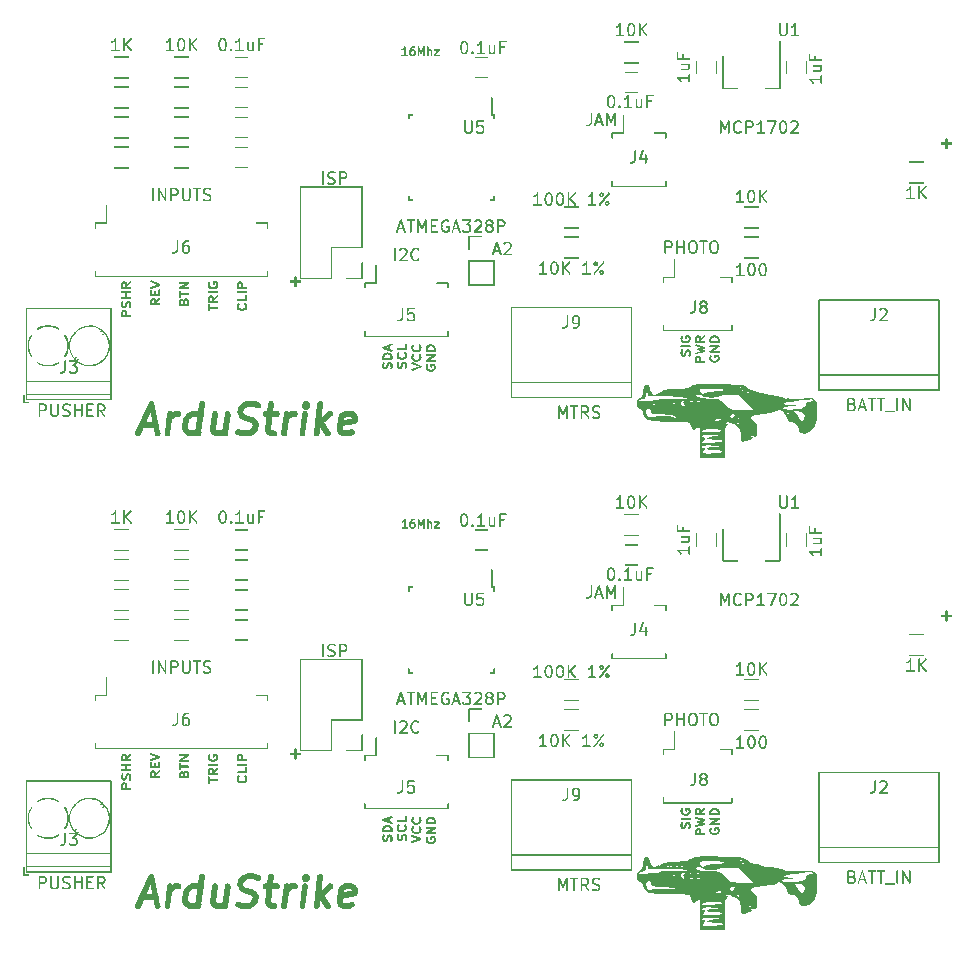
<source format=gto>
%MOIN*%
%OFA0B0*%
%FSLAX44Y44*%
%IPPOS*%
%LPD*%
%LPD*%
G36*
X00022554Y00003573D02*
G01*
X00022564Y00003575D01*
X00022574Y00003580D01*
X00022582Y00003587D01*
X00022587Y00003597D01*
X00022599Y00003642D01*
X00022601Y00003653D01*
X00022599Y00003663D01*
X00022595Y00003673D01*
X00022587Y00003680D01*
X00022578Y00003685D01*
X00022567Y00003687D01*
X00022556Y00003685D01*
X00022547Y00003680D01*
X00022538Y00003673D01*
X00022534Y00003663D01*
X00022521Y00003618D01*
X00022519Y00003608D01*
X00022521Y00003597D01*
X00022526Y00003587D01*
X00022534Y00003580D01*
X00022543Y00003575D01*
X00022554Y00003573D01*
G37*
G36*
X00022567Y00003618D02*
G01*
X00022578Y00003620D01*
X00022587Y00003625D01*
X00022595Y00003632D01*
X00022599Y00003642D01*
X00022601Y00003653D01*
X00022601Y00003728D01*
X00022599Y00003738D01*
X00022595Y00003748D01*
X00022587Y00003755D01*
X00022578Y00003760D01*
X00022567Y00003762D01*
X00022556Y00003760D01*
X00022547Y00003755D01*
X00022538Y00003748D01*
X00022534Y00003738D01*
X00022532Y00003728D01*
X00022532Y00003653D01*
X00022534Y00003642D01*
X00022538Y00003632D01*
X00022547Y00003625D01*
X00022556Y00003620D01*
X00022567Y00003618D01*
G37*
G36*
X00022567Y00003693D02*
G01*
X00022578Y00003695D01*
X00022587Y00003700D01*
X00022595Y00003706D01*
X00022599Y00003716D01*
X00022601Y00003728D01*
X00022599Y00003738D01*
X00022587Y00003768D01*
X00022582Y00003778D01*
X00022574Y00003785D01*
X00022564Y00003790D01*
X00022554Y00003792D01*
X00022543Y00003790D01*
X00022534Y00003785D01*
X00022526Y00003778D01*
X00022521Y00003768D01*
X00022519Y00003758D01*
X00022521Y00003747D01*
X00022534Y00003716D01*
X00022538Y00003706D01*
X00022547Y00003700D01*
X00022556Y00003695D01*
X00022567Y00003693D01*
G37*
G36*
X00022554Y00003723D02*
G01*
X00022564Y00003725D01*
X00022574Y00003730D01*
X00022582Y00003736D01*
X00022587Y00003747D01*
X00022588Y00003758D01*
X00022587Y00003768D01*
X00022582Y00003778D01*
X00022568Y00003793D01*
X00022561Y00003800D01*
X00022551Y00003805D01*
X00022541Y00003807D01*
X00022530Y00003805D01*
X00022519Y00003800D01*
X00022513Y00003793D01*
X00022508Y00003783D01*
X00022506Y00003773D01*
X00022508Y00003762D01*
X00022513Y00003751D01*
X00022526Y00003736D01*
X00022534Y00003730D01*
X00022543Y00003725D01*
X00022554Y00003723D01*
G37*
G36*
X00022541Y00003738D02*
G01*
X00022551Y00003740D01*
X00022561Y00003745D01*
X00022568Y00003751D01*
X00022573Y00003762D01*
X00022575Y00003773D01*
X00022573Y00003783D01*
X00022568Y00003793D01*
X00022561Y00003800D01*
X00022535Y00003815D01*
X00022525Y00003820D01*
X00022514Y00003822D01*
X00022504Y00003820D01*
X00022494Y00003815D01*
X00022487Y00003808D01*
X00022482Y00003798D01*
X00022480Y00003788D01*
X00022482Y00003777D01*
X00022487Y00003766D01*
X00022494Y00003760D01*
X00022519Y00003745D01*
X00022530Y00003740D01*
X00022541Y00003738D01*
G37*
G36*
X00022514Y00003753D02*
G01*
X00022525Y00003755D01*
X00022535Y00003760D01*
X00022542Y00003766D01*
X00022547Y00003777D01*
X00022549Y00003788D01*
X00022547Y00003798D01*
X00022542Y00003808D01*
X00022535Y00003815D01*
X00022525Y00003820D01*
X00022514Y00003822D01*
X00022488Y00003822D01*
X00022477Y00003820D01*
X00022468Y00003815D01*
X00022460Y00003808D01*
X00022455Y00003798D01*
X00022454Y00003788D01*
X00022455Y00003777D01*
X00022460Y00003766D01*
X00022468Y00003760D01*
X00022477Y00003755D01*
X00022488Y00003753D01*
X00022514Y00003753D01*
G37*
G36*
X00022462Y00003738D02*
G01*
X00022473Y00003740D01*
X00022482Y00003745D01*
X00022508Y00003760D01*
X00022516Y00003766D01*
X00022521Y00003777D01*
X00022523Y00003788D01*
X00022521Y00003798D01*
X00022516Y00003808D01*
X00022508Y00003815D01*
X00022498Y00003820D01*
X00022488Y00003822D01*
X00022477Y00003820D01*
X00022468Y00003815D01*
X00022442Y00003800D01*
X00022434Y00003793D01*
X00022429Y00003783D01*
X00022427Y00003773D01*
X00022429Y00003762D01*
X00022434Y00003751D01*
X00022442Y00003745D01*
X00022451Y00003740D01*
X00022462Y00003738D01*
G37*
G36*
X00022449Y00003723D02*
G01*
X00022458Y00003725D01*
X00022469Y00003730D01*
X00022477Y00003736D01*
X00022490Y00003751D01*
X00022495Y00003762D01*
X00022496Y00003773D01*
X00022495Y00003783D01*
X00022490Y00003793D01*
X00022482Y00003800D01*
X00022473Y00003805D01*
X00022462Y00003807D01*
X00022451Y00003805D01*
X00022442Y00003800D01*
X00022434Y00003793D01*
X00022421Y00003778D01*
X00022416Y00003768D01*
X00022414Y00003758D01*
X00022416Y00003747D01*
X00022421Y00003736D01*
X00022429Y00003730D01*
X00022437Y00003725D01*
X00022449Y00003723D01*
G37*
G36*
X00022435Y00003693D02*
G01*
X00022446Y00003695D01*
X00022456Y00003700D01*
X00022464Y00003706D01*
X00022468Y00003716D01*
X00022482Y00003747D01*
X00022483Y00003758D01*
X00022482Y00003768D01*
X00022477Y00003778D01*
X00022469Y00003785D01*
X00022458Y00003790D01*
X00022449Y00003792D01*
X00022437Y00003790D01*
X00022429Y00003785D01*
X00022421Y00003778D01*
X00022416Y00003768D01*
X00022403Y00003738D01*
X00022401Y00003728D01*
X00022403Y00003716D01*
X00022408Y00003706D01*
X00022415Y00003700D01*
X00022425Y00003695D01*
X00022435Y00003693D01*
G37*
G36*
X00022423Y00003633D02*
G01*
X00022433Y00003635D01*
X00022443Y00003640D01*
X00022450Y00003647D01*
X00022455Y00003657D01*
X00022468Y00003716D01*
X00022470Y00003728D01*
X00022468Y00003738D01*
X00022464Y00003748D01*
X00022456Y00003755D01*
X00022446Y00003760D01*
X00022435Y00003762D01*
X00022425Y00003760D01*
X00022415Y00003755D01*
X00022408Y00003748D01*
X00022403Y00003738D01*
X00022390Y00003678D01*
X00022388Y00003668D01*
X00022390Y00003657D01*
X00022395Y00003647D01*
X00022402Y00003640D01*
X00022412Y00003635D01*
X00022423Y00003633D01*
G37*
G36*
X00022409Y00003603D02*
G01*
X00022420Y00003605D01*
X00022430Y00003610D01*
X00022437Y00003617D01*
X00022442Y00003627D01*
X00022455Y00003657D01*
X00022456Y00003668D01*
X00022455Y00003678D01*
X00022450Y00003688D01*
X00022443Y00003695D01*
X00022433Y00003700D01*
X00022423Y00003701D01*
X00022412Y00003700D01*
X00022402Y00003695D01*
X00022395Y00003688D01*
X00022390Y00003678D01*
X00022376Y00003648D01*
X00022375Y00003638D01*
X00022376Y00003627D01*
X00022382Y00003617D01*
X00022389Y00003610D01*
X00022399Y00003605D01*
X00022409Y00003603D01*
G37*
G36*
X00022395Y00003588D02*
G01*
X00022407Y00003590D01*
X00022416Y00003595D01*
X00022424Y00003602D01*
X00022437Y00003617D01*
X00022442Y00003627D01*
X00022444Y00003638D01*
X00022442Y00003648D01*
X00022437Y00003658D01*
X00022430Y00003665D01*
X00022420Y00003670D01*
X00022409Y00003672D01*
X00022399Y00003670D01*
X00022389Y00003665D01*
X00022382Y00003658D01*
X00022368Y00003643D01*
X00022364Y00003633D01*
X00022362Y00003623D01*
X00022364Y00003612D01*
X00022368Y00003602D01*
X00022376Y00003595D01*
X00022386Y00003590D01*
X00022395Y00003588D01*
G37*
G36*
X00022370Y00003573D02*
G01*
X00022381Y00003575D01*
X00022390Y00003580D01*
X00022416Y00003595D01*
X00022424Y00003602D01*
X00022429Y00003612D01*
X00022431Y00003623D01*
X00022429Y00003633D01*
X00022424Y00003643D01*
X00022416Y00003650D01*
X00022407Y00003655D01*
X00022395Y00003657D01*
X00022386Y00003655D01*
X00022376Y00003650D01*
X00022350Y00003635D01*
X00022342Y00003628D01*
X00022336Y00003618D01*
X00022336Y00003608D01*
X00022336Y00003597D01*
X00022342Y00003587D01*
X00022350Y00003580D01*
X00022359Y00003575D01*
X00022370Y00003573D01*
G37*
G36*
X00022370Y00003573D02*
G01*
X00022381Y00003575D01*
X00022390Y00003580D01*
X00022397Y00003587D01*
X00022403Y00003597D01*
X00022404Y00003608D01*
X00022403Y00003618D01*
X00022397Y00003628D01*
X00022390Y00003635D01*
X00022381Y00003640D01*
X00022370Y00003642D01*
X00022344Y00003642D01*
X00022333Y00003640D01*
X00022324Y00003635D01*
X00022315Y00003628D01*
X00022311Y00003618D01*
X00022309Y00003608D01*
X00022311Y00003597D01*
X00022315Y00003587D01*
X00022324Y00003580D01*
X00022333Y00003575D01*
X00022344Y00003573D01*
X00022370Y00003573D01*
G37*
G36*
X00022344Y00003573D02*
G01*
X00022354Y00003575D01*
X00022364Y00003580D01*
X00022372Y00003587D01*
X00022376Y00003597D01*
X00022378Y00003608D01*
X00022376Y00003618D01*
X00022372Y00003628D01*
X00022364Y00003635D01*
X00022338Y00003650D01*
X00022328Y00003655D01*
X00022317Y00003657D01*
X00022307Y00003655D01*
X00022296Y00003650D01*
X00022290Y00003643D01*
X00022285Y00003633D01*
X00022283Y00003623D01*
X00022285Y00003612D01*
X00022290Y00003602D01*
X00022296Y00003595D01*
X00022324Y00003580D01*
X00022333Y00003575D01*
X00022344Y00003573D01*
G37*
G36*
X00022317Y00003588D02*
G01*
X00022328Y00003590D01*
X00022338Y00003595D01*
X00022345Y00003602D01*
X00022350Y00003612D01*
X00022352Y00003623D01*
X00022350Y00003633D01*
X00022345Y00003643D01*
X00022332Y00003658D01*
X00022325Y00003665D01*
X00022315Y00003670D01*
X00022304Y00003672D01*
X00022294Y00003670D01*
X00022284Y00003665D01*
X00022277Y00003658D01*
X00022272Y00003648D01*
X00022270Y00003638D01*
X00022272Y00003627D01*
X00022277Y00003617D01*
X00022290Y00003602D01*
X00022296Y00003595D01*
X00022307Y00003590D01*
X00022317Y00003588D01*
G37*
G36*
X00022304Y00003603D02*
G01*
X00022315Y00003605D01*
X00022325Y00003610D01*
X00022332Y00003617D01*
X00022336Y00003627D01*
X00022339Y00003638D01*
X00022336Y00003648D01*
X00022324Y00003678D01*
X00022319Y00003688D01*
X00022312Y00003695D01*
X00022302Y00003700D01*
X00022291Y00003701D01*
X00022281Y00003700D01*
X00022271Y00003695D01*
X00022263Y00003688D01*
X00022259Y00003678D01*
X00022256Y00003668D01*
X00022259Y00003657D01*
X00022272Y00003627D01*
X00022277Y00003617D01*
X00022284Y00003610D01*
X00022294Y00003605D01*
X00022304Y00003603D01*
G37*
G36*
X00022291Y00003633D02*
G01*
X00022302Y00003635D01*
X00022312Y00003640D01*
X00022319Y00003647D01*
X00022324Y00003657D01*
X00022326Y00003668D01*
X00022326Y00003743D01*
X00022324Y00003753D01*
X00022319Y00003763D01*
X00022312Y00003770D01*
X00022302Y00003775D01*
X00022291Y00003777D01*
X00022281Y00003775D01*
X00022271Y00003770D01*
X00022263Y00003763D01*
X00022259Y00003753D01*
X00022256Y00003743D01*
X00022256Y00003668D01*
X00022259Y00003657D01*
X00022263Y00003647D01*
X00022271Y00003640D01*
X00022281Y00003635D01*
X00022291Y00003633D01*
G37*
G36*
X00022291Y00003708D02*
G01*
X00022302Y00003710D01*
X00022312Y00003715D01*
X00022319Y00003721D01*
X00022324Y00003731D01*
X00022336Y00003777D01*
X00022339Y00003788D01*
X00022336Y00003798D01*
X00022332Y00003808D01*
X00022325Y00003815D01*
X00022315Y00003820D01*
X00022304Y00003822D01*
X00022294Y00003820D01*
X00022284Y00003815D01*
X00022277Y00003808D01*
X00022272Y00003798D01*
X00022259Y00003753D01*
X00022256Y00003743D01*
X00022259Y00003731D01*
X00022263Y00003721D01*
X00022271Y00003715D01*
X00022281Y00003710D01*
X00022291Y00003708D01*
G37*
G36*
X00022567Y00003887D02*
G01*
X00022578Y00003890D01*
X00022587Y00003895D01*
X00022595Y00003902D01*
X00022599Y00003912D01*
X00022601Y00003923D01*
X00022599Y00003932D01*
X00022595Y00003943D01*
X00022587Y00003950D01*
X00022578Y00003955D01*
X00022567Y00003957D01*
X00022291Y00003957D01*
X00022281Y00003955D01*
X00022271Y00003950D01*
X00022263Y00003943D01*
X00022259Y00003932D01*
X00022256Y00003923D01*
X00022259Y00003912D01*
X00022263Y00003902D01*
X00022271Y00003895D01*
X00022281Y00003890D01*
X00022291Y00003887D01*
X00022567Y00003887D01*
G37*
G36*
X00022291Y00004173D02*
G01*
X00022302Y00004175D01*
X00022312Y00004180D01*
X00022319Y00004187D01*
X00022324Y00004197D01*
X00022336Y00004227D01*
X00022339Y00004238D01*
X00022336Y00004248D01*
X00022332Y00004258D01*
X00022325Y00004265D01*
X00022315Y00004270D01*
X00022304Y00004272D01*
X00022294Y00004270D01*
X00022284Y00004265D01*
X00022277Y00004258D01*
X00022272Y00004248D01*
X00022259Y00004218D01*
X00022256Y00004208D01*
X00022259Y00004197D01*
X00022263Y00004187D01*
X00022271Y00004180D01*
X00022281Y00004175D01*
X00022291Y00004173D01*
G37*
G36*
X00022291Y00004128D02*
G01*
X00022302Y00004130D01*
X00022312Y00004135D01*
X00022319Y00004142D01*
X00022324Y00004152D01*
X00022326Y00004163D01*
X00022326Y00004208D01*
X00022324Y00004218D01*
X00022319Y00004228D01*
X00022312Y00004235D01*
X00022302Y00004240D01*
X00022291Y00004242D01*
X00022281Y00004240D01*
X00022271Y00004235D01*
X00022263Y00004228D01*
X00022259Y00004218D01*
X00022256Y00004208D01*
X00022256Y00004163D01*
X00022259Y00004152D01*
X00022263Y00004142D01*
X00022271Y00004135D01*
X00022281Y00004130D01*
X00022291Y00004128D01*
G37*
G36*
X00022304Y00004083D02*
G01*
X00022315Y00004084D01*
X00022325Y00004089D01*
X00022332Y00004097D01*
X00022336Y00004107D01*
X00022339Y00004118D01*
X00022336Y00004128D01*
X00022324Y00004173D01*
X00022319Y00004183D01*
X00022312Y00004190D01*
X00022302Y00004195D01*
X00022291Y00004197D01*
X00022281Y00004195D01*
X00022271Y00004190D01*
X00022263Y00004183D01*
X00022259Y00004173D01*
X00022256Y00004163D01*
X00022259Y00004152D01*
X00022272Y00004107D01*
X00022277Y00004097D01*
X00022284Y00004089D01*
X00022294Y00004084D01*
X00022304Y00004083D01*
G37*
G36*
X00022331Y00004053D02*
G01*
X00022341Y00004055D01*
X00022351Y00004060D01*
X00022359Y00004067D01*
X00022363Y00004077D01*
X00022365Y00004088D01*
X00022363Y00004098D01*
X00022359Y00004108D01*
X00022332Y00004138D01*
X00022325Y00004145D01*
X00022315Y00004150D01*
X00022304Y00004152D01*
X00022294Y00004150D01*
X00022284Y00004145D01*
X00022277Y00004138D01*
X00022272Y00004128D01*
X00022270Y00004118D01*
X00022272Y00004107D01*
X00022277Y00004097D01*
X00022303Y00004067D01*
X00022310Y00004060D01*
X00022320Y00004055D01*
X00022331Y00004053D01*
G37*
G36*
X00022357Y00004038D02*
G01*
X00022368Y00004040D01*
X00022376Y00004045D01*
X00022385Y00004052D01*
X00022390Y00004062D01*
X00022391Y00004073D01*
X00022390Y00004083D01*
X00022385Y00004093D01*
X00022376Y00004099D01*
X00022351Y00004114D01*
X00022341Y00004120D01*
X00022331Y00004122D01*
X00022320Y00004120D01*
X00022310Y00004114D01*
X00022303Y00004108D01*
X00022298Y00004098D01*
X00022296Y00004088D01*
X00022298Y00004077D01*
X00022303Y00004067D01*
X00022310Y00004060D01*
X00022336Y00004045D01*
X00022346Y00004040D01*
X00022357Y00004038D01*
G37*
G36*
X00022409Y00004023D02*
G01*
X00022420Y00004025D01*
X00022430Y00004030D01*
X00022437Y00004037D01*
X00022442Y00004047D01*
X00022444Y00004058D01*
X00022442Y00004068D01*
X00022437Y00004078D01*
X00022430Y00004084D01*
X00022420Y00004089D01*
X00022368Y00004105D01*
X00022357Y00004107D01*
X00022346Y00004105D01*
X00022336Y00004099D01*
X00022329Y00004093D01*
X00022324Y00004083D01*
X00022322Y00004073D01*
X00022324Y00004062D01*
X00022329Y00004052D01*
X00022336Y00004045D01*
X00022346Y00004040D01*
X00022399Y00004025D01*
X00022409Y00004023D01*
G37*
G36*
X00022449Y00004023D02*
G01*
X00022458Y00004025D01*
X00022469Y00004030D01*
X00022477Y00004037D01*
X00022482Y00004047D01*
X00022483Y00004058D01*
X00022482Y00004068D01*
X00022477Y00004078D01*
X00022469Y00004084D01*
X00022458Y00004089D01*
X00022449Y00004092D01*
X00022409Y00004092D01*
X00022399Y00004089D01*
X00022389Y00004084D01*
X00022382Y00004078D01*
X00022376Y00004068D01*
X00022375Y00004058D01*
X00022376Y00004047D01*
X00022382Y00004037D01*
X00022389Y00004030D01*
X00022399Y00004025D01*
X00022409Y00004023D01*
X00022449Y00004023D01*
G37*
G36*
X00022449Y00004023D02*
G01*
X00022458Y00004025D01*
X00022512Y00004040D01*
X00022522Y00004045D01*
X00022529Y00004052D01*
X00022534Y00004062D01*
X00022536Y00004073D01*
X00022534Y00004083D01*
X00022529Y00004093D01*
X00022522Y00004099D01*
X00022512Y00004105D01*
X00022501Y00004107D01*
X00022491Y00004105D01*
X00022437Y00004089D01*
X00022429Y00004084D01*
X00022421Y00004078D01*
X00022416Y00004068D01*
X00022414Y00004058D01*
X00022416Y00004047D01*
X00022421Y00004037D01*
X00022429Y00004030D01*
X00022437Y00004025D01*
X00022449Y00004023D01*
G37*
G36*
X00022501Y00004038D02*
G01*
X00022512Y00004040D01*
X00022522Y00004045D01*
X00022548Y00004060D01*
X00022555Y00004067D01*
X00022559Y00004077D01*
X00022562Y00004088D01*
X00022559Y00004098D01*
X00022555Y00004108D01*
X00022548Y00004114D01*
X00022538Y00004120D01*
X00022528Y00004122D01*
X00022517Y00004120D01*
X00022507Y00004114D01*
X00022481Y00004099D01*
X00022473Y00004093D01*
X00022469Y00004083D01*
X00022467Y00004073D01*
X00022469Y00004062D01*
X00022473Y00004052D01*
X00022481Y00004045D01*
X00022491Y00004040D01*
X00022501Y00004038D01*
G37*
G36*
X00022528Y00004053D02*
G01*
X00022538Y00004055D01*
X00022548Y00004060D01*
X00022555Y00004067D01*
X00022582Y00004097D01*
X00022587Y00004107D01*
X00022588Y00004118D01*
X00022587Y00004128D01*
X00022582Y00004138D01*
X00022574Y00004145D01*
X00022564Y00004150D01*
X00022554Y00004152D01*
X00022543Y00004150D01*
X00022534Y00004145D01*
X00022526Y00004138D01*
X00022500Y00004108D01*
X00022495Y00004098D01*
X00022493Y00004088D01*
X00022495Y00004077D01*
X00022500Y00004067D01*
X00022507Y00004060D01*
X00022517Y00004055D01*
X00022528Y00004053D01*
G37*
G36*
X00022554Y00004083D02*
G01*
X00022564Y00004084D01*
X00022574Y00004089D01*
X00022582Y00004097D01*
X00022587Y00004107D01*
X00022599Y00004152D01*
X00022601Y00004163D01*
X00022599Y00004173D01*
X00022595Y00004183D01*
X00022587Y00004190D01*
X00022578Y00004195D01*
X00022567Y00004197D01*
X00022556Y00004195D01*
X00022547Y00004190D01*
X00022538Y00004183D01*
X00022534Y00004173D01*
X00022521Y00004128D01*
X00022519Y00004118D01*
X00022521Y00004107D01*
X00022526Y00004097D01*
X00022534Y00004089D01*
X00022543Y00004084D01*
X00022554Y00004083D01*
G37*
G36*
X00022567Y00004128D02*
G01*
X00022578Y00004130D01*
X00022587Y00004135D01*
X00022595Y00004142D01*
X00022599Y00004152D01*
X00022601Y00004163D01*
X00022601Y00004193D01*
X00022599Y00004203D01*
X00022595Y00004213D01*
X00022587Y00004220D01*
X00022578Y00004225D01*
X00022567Y00004227D01*
X00022556Y00004225D01*
X00022547Y00004220D01*
X00022538Y00004213D01*
X00022534Y00004203D01*
X00022532Y00004193D01*
X00022532Y00004163D01*
X00022534Y00004152D01*
X00022538Y00004142D01*
X00022547Y00004135D01*
X00022556Y00004130D01*
X00022567Y00004128D01*
G37*
G36*
X00022567Y00004158D02*
G01*
X00022578Y00004160D01*
X00022587Y00004165D01*
X00022595Y00004172D01*
X00022599Y00004182D01*
X00022601Y00004193D01*
X00022599Y00004203D01*
X00022587Y00004248D01*
X00022582Y00004258D01*
X00022574Y00004265D01*
X00022564Y00004270D01*
X00022554Y00004272D01*
X00022543Y00004270D01*
X00022534Y00004265D01*
X00022526Y00004258D01*
X00022521Y00004248D01*
X00022519Y00004238D01*
X00022521Y00004227D01*
X00022534Y00004182D01*
X00022538Y00004172D01*
X00022547Y00004165D01*
X00022556Y00004160D01*
X00022567Y00004158D01*
G37*
G36*
X00022554Y00004203D02*
G01*
X00022564Y00004205D01*
X00022574Y00004210D01*
X00022582Y00004217D01*
X00022587Y00004227D01*
X00022588Y00004238D01*
X00022587Y00004248D01*
X00022582Y00004258D01*
X00022568Y00004273D01*
X00022561Y00004280D01*
X00022551Y00004285D01*
X00022541Y00004287D01*
X00022530Y00004285D01*
X00022519Y00004280D01*
X00022513Y00004273D01*
X00022508Y00004263D01*
X00022506Y00004253D01*
X00022508Y00004242D01*
X00022513Y00004232D01*
X00022526Y00004217D01*
X00022534Y00004210D01*
X00022543Y00004205D01*
X00022554Y00004203D01*
G37*
G36*
X00022541Y00004218D02*
G01*
X00022551Y00004220D01*
X00022561Y00004225D01*
X00022568Y00004232D01*
X00022573Y00004242D01*
X00022575Y00004253D01*
X00022573Y00004263D01*
X00022568Y00004273D01*
X00022561Y00004280D01*
X00022551Y00004285D01*
X00022541Y00004287D01*
X00022449Y00004287D01*
X00022437Y00004285D01*
X00022429Y00004280D01*
X00022421Y00004273D01*
X00022416Y00004263D01*
X00022414Y00004253D01*
X00022416Y00004242D01*
X00022421Y00004232D01*
X00022429Y00004225D01*
X00022437Y00004220D01*
X00022449Y00004218D01*
X00022541Y00004218D01*
G37*
G36*
X00022449Y00004158D02*
G01*
X00022458Y00004160D01*
X00022469Y00004165D01*
X00022477Y00004172D01*
X00022482Y00004182D01*
X00022483Y00004193D01*
X00022483Y00004253D01*
X00022482Y00004263D01*
X00022477Y00004273D01*
X00022469Y00004280D01*
X00022458Y00004285D01*
X00022449Y00004287D01*
X00022437Y00004285D01*
X00022429Y00004280D01*
X00022421Y00004273D01*
X00022416Y00004263D01*
X00022414Y00004253D01*
X00022414Y00004193D01*
X00022416Y00004182D01*
X00022421Y00004172D01*
X00022429Y00004165D01*
X00022437Y00004160D01*
X00022449Y00004158D01*
G37*
G36*
X00023049Y00003363D02*
G01*
X00023060Y00003365D01*
X00023069Y00003369D01*
X00023077Y00003377D01*
X00023081Y00003386D01*
X00023083Y00003398D01*
X00023081Y00003408D01*
X00023077Y00003417D01*
X00023069Y00003425D01*
X00023060Y00003430D01*
X00023049Y00003431D01*
X00022774Y00003431D01*
X00022763Y00003430D01*
X00022753Y00003425D01*
X00022746Y00003417D01*
X00022740Y00003408D01*
X00022738Y00003398D01*
X00022740Y00003386D01*
X00022746Y00003377D01*
X00022753Y00003369D01*
X00022763Y00003365D01*
X00022774Y00003363D01*
X00023049Y00003363D01*
G37*
G36*
X00022774Y00003363D02*
G01*
X00022784Y00003365D01*
X00022794Y00003369D01*
X00022801Y00003377D01*
X00022806Y00003386D01*
X00022808Y00003398D01*
X00022808Y00003518D01*
X00022806Y00003528D01*
X00022801Y00003537D01*
X00022794Y00003545D01*
X00022784Y00003550D01*
X00022774Y00003552D01*
X00022763Y00003550D01*
X00022753Y00003545D01*
X00022746Y00003537D01*
X00022740Y00003528D01*
X00022738Y00003518D01*
X00022738Y00003398D01*
X00022740Y00003386D01*
X00022746Y00003377D01*
X00022753Y00003369D01*
X00022763Y00003365D01*
X00022774Y00003363D01*
G37*
G36*
X00022774Y00003483D02*
G01*
X00022784Y00003484D01*
X00022794Y00003489D01*
X00022801Y00003497D01*
X00022806Y00003506D01*
X00022818Y00003537D01*
X00022820Y00003548D01*
X00022818Y00003558D01*
X00022815Y00003567D01*
X00022807Y00003575D01*
X00022797Y00003580D01*
X00022787Y00003582D01*
X00022776Y00003580D01*
X00022766Y00003575D01*
X00022759Y00003567D01*
X00022754Y00003558D01*
X00022740Y00003528D01*
X00022738Y00003518D01*
X00022740Y00003506D01*
X00022746Y00003497D01*
X00022753Y00003489D01*
X00022763Y00003484D01*
X00022774Y00003483D01*
G37*
G36*
X00022787Y00003513D02*
G01*
X00022797Y00003515D01*
X00022807Y00003520D01*
X00022815Y00003527D01*
X00022828Y00003542D01*
X00022833Y00003552D01*
X00022834Y00003563D01*
X00022833Y00003573D01*
X00022828Y00003582D01*
X00022820Y00003590D01*
X00022810Y00003595D01*
X00022799Y00003597D01*
X00022789Y00003595D01*
X00022780Y00003590D01*
X00022772Y00003582D01*
X00022759Y00003567D01*
X00022754Y00003558D01*
X00022752Y00003548D01*
X00022754Y00003537D01*
X00022759Y00003527D01*
X00022766Y00003520D01*
X00022776Y00003515D01*
X00022787Y00003513D01*
G37*
G36*
X00022799Y00003528D02*
G01*
X00022810Y00003530D01*
X00022820Y00003535D01*
X00022846Y00003550D01*
X00022854Y00003557D01*
X00022859Y00003567D01*
X00022860Y00003578D01*
X00022859Y00003588D01*
X00022854Y00003597D01*
X00022846Y00003605D01*
X00022837Y00003610D01*
X00022826Y00003612D01*
X00022815Y00003610D01*
X00022806Y00003605D01*
X00022780Y00003590D01*
X00022772Y00003582D01*
X00022767Y00003573D01*
X00022765Y00003563D01*
X00022767Y00003552D01*
X00022772Y00003542D01*
X00022780Y00003535D01*
X00022789Y00003530D01*
X00022799Y00003528D01*
G37*
G36*
X00022865Y00003543D02*
G01*
X00022876Y00003545D01*
X00022886Y00003550D01*
X00022893Y00003557D01*
X00022898Y00003567D01*
X00022900Y00003578D01*
X00022898Y00003588D01*
X00022893Y00003597D01*
X00022886Y00003605D01*
X00022876Y00003610D01*
X00022865Y00003612D01*
X00022826Y00003612D01*
X00022815Y00003610D01*
X00022806Y00003605D01*
X00022798Y00003597D01*
X00022793Y00003588D01*
X00022792Y00003578D01*
X00022793Y00003567D01*
X00022798Y00003557D01*
X00022806Y00003550D01*
X00022815Y00003545D01*
X00022826Y00003543D01*
X00022865Y00003543D01*
G37*
G36*
X00022892Y00003528D02*
G01*
X00022902Y00003530D01*
X00022912Y00003535D01*
X00022919Y00003542D01*
X00022924Y00003552D01*
X00022926Y00003563D01*
X00022924Y00003573D01*
X00022919Y00003582D01*
X00022912Y00003590D01*
X00022886Y00003605D01*
X00022876Y00003610D01*
X00022865Y00003612D01*
X00022855Y00003610D01*
X00022845Y00003605D01*
X00022838Y00003597D01*
X00022833Y00003588D01*
X00022831Y00003578D01*
X00022833Y00003567D01*
X00022838Y00003557D01*
X00022845Y00003550D01*
X00022871Y00003535D01*
X00022881Y00003530D01*
X00022892Y00003528D01*
G37*
G36*
X00022905Y00003513D02*
G01*
X00022915Y00003515D01*
X00022925Y00003520D01*
X00022933Y00003527D01*
X00022938Y00003537D01*
X00022939Y00003548D01*
X00022938Y00003558D01*
X00022933Y00003567D01*
X00022919Y00003582D01*
X00022912Y00003590D01*
X00022902Y00003595D01*
X00022892Y00003597D01*
X00022881Y00003595D01*
X00022871Y00003590D01*
X00022864Y00003582D01*
X00022859Y00003573D01*
X00022857Y00003563D01*
X00022859Y00003552D01*
X00022864Y00003542D01*
X00022877Y00003527D01*
X00022885Y00003520D01*
X00022894Y00003515D01*
X00022905Y00003513D01*
G37*
G36*
X00022918Y00003483D02*
G01*
X00022929Y00003484D01*
X00022938Y00003489D01*
X00022946Y00003497D01*
X00022951Y00003506D01*
X00022952Y00003518D01*
X00022951Y00003528D01*
X00022938Y00003558D01*
X00022933Y00003567D01*
X00022925Y00003575D01*
X00022915Y00003580D01*
X00022905Y00003582D01*
X00022894Y00003580D01*
X00022885Y00003575D01*
X00022877Y00003567D01*
X00022872Y00003558D01*
X00022870Y00003548D01*
X00022872Y00003537D01*
X00022885Y00003506D01*
X00022890Y00003497D01*
X00022898Y00003489D01*
X00022907Y00003484D01*
X00022918Y00003483D01*
G37*
G36*
X00022918Y00003363D02*
G01*
X00022929Y00003365D01*
X00022938Y00003369D01*
X00022946Y00003377D01*
X00022951Y00003386D01*
X00022952Y00003398D01*
X00022952Y00003518D01*
X00022951Y00003528D01*
X00022946Y00003537D01*
X00022938Y00003545D01*
X00022929Y00003550D01*
X00022918Y00003552D01*
X00022907Y00003550D01*
X00022898Y00003545D01*
X00022890Y00003537D01*
X00022885Y00003528D01*
X00022883Y00003518D01*
X00022883Y00003398D01*
X00022885Y00003386D01*
X00022890Y00003377D01*
X00022898Y00003369D01*
X00022907Y00003365D01*
X00022918Y00003363D01*
G37*
G36*
X00022774Y00003648D02*
G01*
X00022784Y00003650D01*
X00023060Y00003725D01*
X00023069Y00003730D01*
X00023077Y00003736D01*
X00023081Y00003747D01*
X00023083Y00003758D01*
X00023081Y00003768D01*
X00023077Y00003778D01*
X00023069Y00003785D01*
X00023060Y00003790D01*
X00023049Y00003792D01*
X00023039Y00003790D01*
X00022763Y00003715D01*
X00022753Y00003710D01*
X00022746Y00003703D01*
X00022740Y00003693D01*
X00022738Y00003683D01*
X00022740Y00003672D01*
X00022746Y00003662D01*
X00022753Y00003655D01*
X00022763Y00003650D01*
X00022774Y00003648D01*
G37*
G36*
X00023049Y00003723D02*
G01*
X00023060Y00003725D01*
X00023069Y00003730D01*
X00023077Y00003736D01*
X00023081Y00003747D01*
X00023083Y00003758D01*
X00023081Y00003768D01*
X00023077Y00003778D01*
X00023069Y00003785D01*
X00023060Y00003790D01*
X00022863Y00003850D01*
X00022852Y00003852D01*
X00022841Y00003850D01*
X00022832Y00003845D01*
X00022824Y00003837D01*
X00022820Y00003827D01*
X00022818Y00003817D01*
X00022820Y00003807D01*
X00022824Y00003796D01*
X00022832Y00003790D01*
X00022841Y00003785D01*
X00023039Y00003725D01*
X00023049Y00003723D01*
G37*
G36*
X00022852Y00003783D02*
G01*
X00022863Y00003785D01*
X00023060Y00003845D01*
X00023069Y00003850D01*
X00023077Y00003856D01*
X00023081Y00003867D01*
X00023083Y00003878D01*
X00023081Y00003887D01*
X00023077Y00003898D01*
X00023069Y00003905D01*
X00023060Y00003910D01*
X00023049Y00003912D01*
X00023039Y00003910D01*
X00022841Y00003850D01*
X00022832Y00003845D01*
X00022824Y00003837D01*
X00022820Y00003827D01*
X00022818Y00003817D01*
X00022820Y00003807D01*
X00022824Y00003796D01*
X00022832Y00003790D01*
X00022841Y00003785D01*
X00022852Y00003783D01*
G37*
G36*
X00023049Y00003842D02*
G01*
X00023060Y00003845D01*
X00023069Y00003850D01*
X00023077Y00003856D01*
X00023081Y00003867D01*
X00023083Y00003878D01*
X00023081Y00003887D01*
X00023077Y00003898D01*
X00023069Y00003905D01*
X00023060Y00003910D01*
X00022784Y00003985D01*
X00022774Y00003987D01*
X00022763Y00003985D01*
X00022753Y00003980D01*
X00022746Y00003973D01*
X00022740Y00003962D01*
X00022738Y00003953D01*
X00022740Y00003942D01*
X00022746Y00003932D01*
X00022753Y00003925D01*
X00022763Y00003920D01*
X00023039Y00003845D01*
X00023049Y00003842D01*
G37*
G36*
X00022918Y00004113D02*
G01*
X00022929Y00004114D01*
X00022938Y00004120D01*
X00023069Y00004225D01*
X00023077Y00004232D01*
X00023081Y00004242D01*
X00023083Y00004253D01*
X00023081Y00004263D01*
X00023077Y00004273D01*
X00023069Y00004280D01*
X00023060Y00004285D01*
X00023049Y00004287D01*
X00023039Y00004285D01*
X00023029Y00004280D01*
X00022898Y00004175D01*
X00022890Y00004168D01*
X00022885Y00004158D01*
X00022883Y00004148D01*
X00022885Y00004137D01*
X00022890Y00004127D01*
X00022898Y00004120D01*
X00022907Y00004114D01*
X00022918Y00004113D01*
G37*
G36*
X00023049Y00004038D02*
G01*
X00023060Y00004040D01*
X00023069Y00004045D01*
X00023077Y00004052D01*
X00023081Y00004062D01*
X00023083Y00004073D01*
X00023081Y00004083D01*
X00023077Y00004093D01*
X00023069Y00004099D01*
X00023060Y00004105D01*
X00023049Y00004107D01*
X00022774Y00004107D01*
X00022763Y00004105D01*
X00022753Y00004099D01*
X00022746Y00004093D01*
X00022740Y00004083D01*
X00022738Y00004073D01*
X00022740Y00004062D01*
X00022746Y00004052D01*
X00022753Y00004045D01*
X00022763Y00004040D01*
X00022774Y00004038D01*
X00023049Y00004038D01*
G37*
G36*
X00022774Y00004038D02*
G01*
X00022784Y00004040D01*
X00022794Y00004045D01*
X00022801Y00004052D01*
X00022806Y00004062D01*
X00022808Y00004073D01*
X00022808Y00004193D01*
X00022806Y00004203D01*
X00022801Y00004213D01*
X00022794Y00004220D01*
X00022784Y00004225D01*
X00022774Y00004227D01*
X00022763Y00004225D01*
X00022753Y00004220D01*
X00022746Y00004213D01*
X00022740Y00004203D01*
X00022738Y00004193D01*
X00022738Y00004073D01*
X00022740Y00004062D01*
X00022746Y00004052D01*
X00022753Y00004045D01*
X00022763Y00004040D01*
X00022774Y00004038D01*
G37*
G36*
X00022774Y00004158D02*
G01*
X00022784Y00004160D01*
X00022794Y00004165D01*
X00022801Y00004172D01*
X00022806Y00004182D01*
X00022818Y00004212D01*
X00022820Y00004223D01*
X00022818Y00004233D01*
X00022815Y00004243D01*
X00022807Y00004250D01*
X00022797Y00004255D01*
X00022787Y00004257D01*
X00022776Y00004255D01*
X00022766Y00004250D01*
X00022759Y00004243D01*
X00022754Y00004233D01*
X00022740Y00004203D01*
X00022738Y00004193D01*
X00022740Y00004182D01*
X00022746Y00004172D01*
X00022753Y00004165D01*
X00022763Y00004160D01*
X00022774Y00004158D01*
G37*
G36*
X00022787Y00004188D02*
G01*
X00022797Y00004190D01*
X00022807Y00004195D01*
X00022815Y00004202D01*
X00022828Y00004217D01*
X00022833Y00004227D01*
X00022834Y00004238D01*
X00022833Y00004248D01*
X00022828Y00004258D01*
X00022820Y00004265D01*
X00022810Y00004270D01*
X00022799Y00004272D01*
X00022789Y00004270D01*
X00022780Y00004265D01*
X00022772Y00004258D01*
X00022759Y00004243D01*
X00022754Y00004233D01*
X00022752Y00004223D01*
X00022754Y00004212D01*
X00022759Y00004202D01*
X00022766Y00004195D01*
X00022776Y00004190D01*
X00022787Y00004188D01*
G37*
G36*
X00022799Y00004203D02*
G01*
X00022810Y00004205D01*
X00022820Y00004210D01*
X00022846Y00004225D01*
X00022854Y00004232D01*
X00022859Y00004242D01*
X00022860Y00004253D01*
X00022859Y00004263D01*
X00022854Y00004273D01*
X00022846Y00004280D01*
X00022837Y00004285D01*
X00022826Y00004287D01*
X00022815Y00004285D01*
X00022806Y00004280D01*
X00022780Y00004265D01*
X00022772Y00004258D01*
X00022767Y00004248D01*
X00022765Y00004238D01*
X00022767Y00004227D01*
X00022772Y00004217D01*
X00022780Y00004210D01*
X00022789Y00004205D01*
X00022799Y00004203D01*
G37*
G36*
X00022865Y00004218D02*
G01*
X00022876Y00004220D01*
X00022886Y00004225D01*
X00022893Y00004232D01*
X00022898Y00004242D01*
X00022900Y00004253D01*
X00022898Y00004263D01*
X00022893Y00004273D01*
X00022886Y00004280D01*
X00022876Y00004285D01*
X00022865Y00004287D01*
X00022826Y00004287D01*
X00022815Y00004285D01*
X00022806Y00004280D01*
X00022798Y00004273D01*
X00022793Y00004263D01*
X00022792Y00004253D01*
X00022793Y00004242D01*
X00022798Y00004232D01*
X00022806Y00004225D01*
X00022815Y00004220D01*
X00022826Y00004218D01*
X00022865Y00004218D01*
G37*
G36*
X00022892Y00004203D02*
G01*
X00022902Y00004205D01*
X00022912Y00004210D01*
X00022919Y00004217D01*
X00022924Y00004227D01*
X00022926Y00004238D01*
X00022924Y00004248D01*
X00022919Y00004258D01*
X00022912Y00004265D01*
X00022886Y00004280D01*
X00022876Y00004285D01*
X00022865Y00004287D01*
X00022855Y00004285D01*
X00022845Y00004280D01*
X00022838Y00004273D01*
X00022833Y00004263D01*
X00022831Y00004253D01*
X00022833Y00004242D01*
X00022838Y00004232D01*
X00022845Y00004225D01*
X00022871Y00004210D01*
X00022881Y00004205D01*
X00022892Y00004203D01*
G37*
G36*
X00022905Y00004188D02*
G01*
X00022915Y00004190D01*
X00022925Y00004195D01*
X00022933Y00004202D01*
X00022938Y00004212D01*
X00022939Y00004223D01*
X00022938Y00004233D01*
X00022933Y00004243D01*
X00022919Y00004258D01*
X00022912Y00004265D01*
X00022902Y00004270D01*
X00022892Y00004272D01*
X00022881Y00004270D01*
X00022871Y00004265D01*
X00022864Y00004258D01*
X00022859Y00004248D01*
X00022857Y00004238D01*
X00022859Y00004227D01*
X00022864Y00004217D01*
X00022877Y00004202D01*
X00022885Y00004195D01*
X00022894Y00004190D01*
X00022905Y00004188D01*
G37*
G36*
X00022918Y00004158D02*
G01*
X00022929Y00004160D01*
X00022938Y00004165D01*
X00022946Y00004172D01*
X00022951Y00004182D01*
X00022952Y00004193D01*
X00022951Y00004203D01*
X00022938Y00004233D01*
X00022933Y00004243D01*
X00022925Y00004250D01*
X00022915Y00004255D01*
X00022905Y00004257D01*
X00022894Y00004255D01*
X00022885Y00004250D01*
X00022877Y00004243D01*
X00022872Y00004233D01*
X00022870Y00004223D01*
X00022872Y00004212D01*
X00022885Y00004182D01*
X00022890Y00004172D01*
X00022898Y00004165D01*
X00022907Y00004160D01*
X00022918Y00004158D01*
G37*
G36*
X00022918Y00004038D02*
G01*
X00022929Y00004040D01*
X00022938Y00004045D01*
X00022946Y00004052D01*
X00022951Y00004062D01*
X00022952Y00004073D01*
X00022952Y00004193D01*
X00022951Y00004203D01*
X00022946Y00004213D01*
X00022938Y00004220D01*
X00022929Y00004225D01*
X00022918Y00004227D01*
X00022907Y00004225D01*
X00022898Y00004220D01*
X00022890Y00004213D01*
X00022885Y00004203D01*
X00022883Y00004193D01*
X00022883Y00004073D01*
X00022885Y00004062D01*
X00022890Y00004052D01*
X00022898Y00004045D01*
X00022907Y00004040D01*
X00022918Y00004038D01*
G37*
G36*
X00023256Y00003528D02*
G01*
X00023266Y00003530D01*
X00023276Y00003535D01*
X00023283Y00003542D01*
X00023289Y00003552D01*
X00023302Y00003582D01*
X00023302Y00003593D01*
X00023302Y00003603D01*
X00023297Y00003613D01*
X00023289Y00003620D01*
X00023280Y00003625D01*
X00023269Y00003627D01*
X00023258Y00003625D01*
X00023249Y00003620D01*
X00023241Y00003613D01*
X00023236Y00003603D01*
X00023222Y00003573D01*
X00023221Y00003563D01*
X00023222Y00003552D01*
X00023228Y00003542D01*
X00023236Y00003535D01*
X00023245Y00003530D01*
X00023256Y00003528D01*
G37*
G36*
X00023256Y00003483D02*
G01*
X00023266Y00003484D01*
X00023276Y00003489D01*
X00023283Y00003497D01*
X00023289Y00003506D01*
X00023290Y00003518D01*
X00023290Y00003563D01*
X00023289Y00003573D01*
X00023283Y00003582D01*
X00023276Y00003590D01*
X00023266Y00003595D01*
X00023256Y00003597D01*
X00023245Y00003595D01*
X00023236Y00003590D01*
X00023228Y00003582D01*
X00023222Y00003573D01*
X00023221Y00003563D01*
X00023221Y00003518D01*
X00023222Y00003506D01*
X00023228Y00003497D01*
X00023236Y00003489D01*
X00023245Y00003484D01*
X00023256Y00003483D01*
G37*
G36*
X00023269Y00003438D02*
G01*
X00023280Y00003439D01*
X00023289Y00003444D01*
X00023297Y00003452D01*
X00023302Y00003461D01*
X00023302Y00003473D01*
X00023302Y00003483D01*
X00023289Y00003528D01*
X00023283Y00003537D01*
X00023276Y00003545D01*
X00023266Y00003550D01*
X00023256Y00003552D01*
X00023245Y00003550D01*
X00023236Y00003545D01*
X00023228Y00003537D01*
X00023222Y00003528D01*
X00023221Y00003518D01*
X00023222Y00003506D01*
X00023236Y00003461D01*
X00023241Y00003452D01*
X00023249Y00003444D01*
X00023258Y00003439D01*
X00023269Y00003438D01*
G37*
G36*
X00023295Y00003408D02*
G01*
X00023306Y00003410D01*
X00023315Y00003415D01*
X00023323Y00003422D01*
X00023328Y00003431D01*
X00023330Y00003443D01*
X00023328Y00003453D01*
X00023323Y00003462D01*
X00023297Y00003492D01*
X00023289Y00003500D01*
X00023280Y00003505D01*
X00023269Y00003506D01*
X00023258Y00003505D01*
X00023249Y00003500D01*
X00023241Y00003492D01*
X00023236Y00003483D01*
X00023235Y00003473D01*
X00023236Y00003461D01*
X00023241Y00003452D01*
X00023267Y00003422D01*
X00023275Y00003415D01*
X00023285Y00003410D01*
X00023295Y00003408D01*
G37*
G36*
X00023321Y00003393D02*
G01*
X00023332Y00003395D01*
X00023342Y00003400D01*
X00023349Y00003407D01*
X00023354Y00003416D01*
X00023356Y00003428D01*
X00023354Y00003438D01*
X00023349Y00003447D01*
X00023342Y00003454D01*
X00023315Y00003469D01*
X00023306Y00003474D01*
X00023295Y00003476D01*
X00023285Y00003474D01*
X00023275Y00003469D01*
X00023267Y00003462D01*
X00023262Y00003453D01*
X00023261Y00003443D01*
X00023262Y00003431D01*
X00023267Y00003422D01*
X00023275Y00003415D01*
X00023301Y00003400D01*
X00023311Y00003395D01*
X00023321Y00003393D01*
G37*
G36*
X00023374Y00003378D02*
G01*
X00023384Y00003380D01*
X00023394Y00003385D01*
X00023402Y00003392D01*
X00023407Y00003401D01*
X00023408Y00003413D01*
X00023407Y00003423D01*
X00023402Y00003432D01*
X00023394Y00003439D01*
X00023384Y00003444D01*
X00023332Y00003459D01*
X00023321Y00003461D01*
X00023311Y00003459D01*
X00023301Y00003454D01*
X00023294Y00003447D01*
X00023289Y00003438D01*
X00023287Y00003428D01*
X00023289Y00003416D01*
X00023294Y00003407D01*
X00023301Y00003400D01*
X00023311Y00003395D01*
X00023363Y00003380D01*
X00023374Y00003378D01*
G37*
G36*
X00023413Y00003378D02*
G01*
X00023424Y00003380D01*
X00023434Y00003385D01*
X00023441Y00003392D01*
X00023445Y00003401D01*
X00023448Y00003413D01*
X00023445Y00003423D01*
X00023441Y00003432D01*
X00023434Y00003439D01*
X00023424Y00003444D01*
X00023413Y00003446D01*
X00023374Y00003446D01*
X00023363Y00003444D01*
X00023354Y00003439D01*
X00023346Y00003432D01*
X00023341Y00003423D01*
X00023340Y00003413D01*
X00023341Y00003401D01*
X00023346Y00003392D01*
X00023354Y00003385D01*
X00023363Y00003380D01*
X00023374Y00003378D01*
X00023413Y00003378D01*
G37*
G36*
X00023413Y00003378D02*
G01*
X00023424Y00003380D01*
X00023476Y00003395D01*
X00023485Y00003400D01*
X00023494Y00003407D01*
X00023499Y00003416D01*
X00023500Y00003428D01*
X00023499Y00003438D01*
X00023494Y00003447D01*
X00023485Y00003454D01*
X00023476Y00003459D01*
X00023466Y00003461D01*
X00023455Y00003459D01*
X00023403Y00003444D01*
X00023393Y00003439D01*
X00023384Y00003432D01*
X00023381Y00003423D01*
X00023379Y00003413D01*
X00023381Y00003401D01*
X00023384Y00003392D01*
X00023393Y00003385D01*
X00023403Y00003380D01*
X00023413Y00003378D01*
G37*
G36*
X00023466Y00003393D02*
G01*
X00023476Y00003395D01*
X00023485Y00003400D01*
X00023512Y00003415D01*
X00023520Y00003422D01*
X00023525Y00003431D01*
X00023527Y00003443D01*
X00023525Y00003453D01*
X00023520Y00003462D01*
X00023512Y00003469D01*
X00023503Y00003474D01*
X00023492Y00003476D01*
X00023481Y00003474D01*
X00023472Y00003469D01*
X00023445Y00003454D01*
X00023438Y00003447D01*
X00023433Y00003438D01*
X00023431Y00003428D01*
X00023433Y00003416D01*
X00023438Y00003407D01*
X00023445Y00003400D01*
X00023455Y00003395D01*
X00023466Y00003393D01*
G37*
G36*
X00023492Y00003408D02*
G01*
X00023503Y00003410D01*
X00023512Y00003415D01*
X00023520Y00003422D01*
X00023546Y00003452D01*
X00023551Y00003461D01*
X00023553Y00003473D01*
X00023551Y00003483D01*
X00023546Y00003492D01*
X00023539Y00003500D01*
X00023529Y00003505D01*
X00023518Y00003506D01*
X00023508Y00003505D01*
X00023498Y00003500D01*
X00023490Y00003492D01*
X00023464Y00003462D01*
X00023459Y00003453D01*
X00023458Y00003443D01*
X00023459Y00003431D01*
X00023464Y00003422D01*
X00023472Y00003415D01*
X00023481Y00003410D01*
X00023492Y00003408D01*
G37*
G36*
X00023518Y00003438D02*
G01*
X00023529Y00003439D01*
X00023539Y00003444D01*
X00023546Y00003452D01*
X00023551Y00003461D01*
X00023564Y00003506D01*
X00023565Y00003518D01*
X00023564Y00003528D01*
X00023559Y00003537D01*
X00023552Y00003545D01*
X00023542Y00003550D01*
X00023531Y00003552D01*
X00023521Y00003550D01*
X00023511Y00003545D01*
X00023504Y00003537D01*
X00023499Y00003528D01*
X00023485Y00003483D01*
X00023484Y00003473D01*
X00023485Y00003461D01*
X00023490Y00003452D01*
X00023498Y00003444D01*
X00023508Y00003439D01*
X00023518Y00003438D01*
G37*
G36*
X00023531Y00003483D02*
G01*
X00023542Y00003484D01*
X00023552Y00003489D01*
X00023559Y00003497D01*
X00023564Y00003506D01*
X00023565Y00003518D01*
X00023565Y00003548D01*
X00023564Y00003558D01*
X00023559Y00003567D01*
X00023552Y00003575D01*
X00023542Y00003580D01*
X00023531Y00003582D01*
X00023521Y00003580D01*
X00023511Y00003575D01*
X00023504Y00003567D01*
X00023499Y00003558D01*
X00023497Y00003548D01*
X00023497Y00003518D01*
X00023499Y00003506D01*
X00023504Y00003497D01*
X00023511Y00003489D01*
X00023521Y00003484D01*
X00023531Y00003483D01*
G37*
G36*
X00023531Y00003513D02*
G01*
X00023542Y00003515D01*
X00023552Y00003520D01*
X00023559Y00003527D01*
X00023564Y00003537D01*
X00023565Y00003548D01*
X00023564Y00003558D01*
X00023551Y00003603D01*
X00023546Y00003613D01*
X00023539Y00003620D01*
X00023529Y00003625D01*
X00023518Y00003627D01*
X00023508Y00003625D01*
X00023498Y00003620D01*
X00023490Y00003613D01*
X00023485Y00003603D01*
X00023484Y00003593D01*
X00023485Y00003582D01*
X00023499Y00003537D01*
X00023504Y00003527D01*
X00023511Y00003520D01*
X00023521Y00003515D01*
X00023531Y00003513D01*
G37*
G36*
X00023518Y00003558D02*
G01*
X00023529Y00003560D01*
X00023539Y00003565D01*
X00023546Y00003572D01*
X00023551Y00003582D01*
X00023553Y00003593D01*
X00023551Y00003603D01*
X00023546Y00003613D01*
X00023533Y00003628D01*
X00023525Y00003635D01*
X00023516Y00003640D01*
X00023504Y00003642D01*
X00023495Y00003640D01*
X00023485Y00003635D01*
X00023477Y00003628D01*
X00023472Y00003618D01*
X00023471Y00003608D01*
X00023472Y00003597D01*
X00023477Y00003587D01*
X00023490Y00003572D01*
X00023498Y00003565D01*
X00023508Y00003560D01*
X00023518Y00003558D01*
G37*
G36*
X00023504Y00003573D02*
G01*
X00023516Y00003575D01*
X00023525Y00003580D01*
X00023533Y00003587D01*
X00023538Y00003597D01*
X00023540Y00003608D01*
X00023538Y00003618D01*
X00023533Y00003628D01*
X00023525Y00003635D01*
X00023516Y00003640D01*
X00023504Y00003642D01*
X00023413Y00003642D01*
X00023403Y00003640D01*
X00023393Y00003635D01*
X00023384Y00003628D01*
X00023381Y00003618D01*
X00023379Y00003608D01*
X00023381Y00003597D01*
X00023384Y00003587D01*
X00023393Y00003580D01*
X00023403Y00003575D01*
X00023413Y00003573D01*
X00023504Y00003573D01*
G37*
G36*
X00023413Y00003513D02*
G01*
X00023424Y00003515D01*
X00023434Y00003520D01*
X00023441Y00003527D01*
X00023445Y00003537D01*
X00023448Y00003548D01*
X00023448Y00003608D01*
X00023445Y00003618D01*
X00023441Y00003628D01*
X00023434Y00003635D01*
X00023424Y00003640D01*
X00023413Y00003642D01*
X00023403Y00003640D01*
X00023393Y00003635D01*
X00023384Y00003628D01*
X00023381Y00003618D01*
X00023379Y00003608D01*
X00023379Y00003548D01*
X00023381Y00003537D01*
X00023384Y00003527D01*
X00023393Y00003520D01*
X00023403Y00003515D01*
X00023413Y00003513D01*
G37*
G36*
X00023531Y00003708D02*
G01*
X00023542Y00003710D01*
X00023552Y00003715D01*
X00023559Y00003721D01*
X00023564Y00003731D01*
X00023565Y00003743D01*
X00023564Y00003753D01*
X00023559Y00003763D01*
X00023552Y00003770D01*
X00023542Y00003775D01*
X00023531Y00003777D01*
X00023256Y00003777D01*
X00023245Y00003775D01*
X00023236Y00003770D01*
X00023228Y00003763D01*
X00023222Y00003753D01*
X00023221Y00003743D01*
X00023222Y00003731D01*
X00023228Y00003721D01*
X00023236Y00003715D01*
X00023245Y00003710D01*
X00023256Y00003708D01*
X00023531Y00003708D01*
G37*
G36*
X00023256Y00003708D02*
G01*
X00023266Y00003710D01*
X00023276Y00003715D01*
X00023552Y00003895D01*
X00023559Y00003902D01*
X00023564Y00003912D01*
X00023565Y00003923D01*
X00023564Y00003932D01*
X00023559Y00003943D01*
X00023552Y00003950D01*
X00023542Y00003955D01*
X00023531Y00003957D01*
X00023521Y00003955D01*
X00023511Y00003950D01*
X00023236Y00003770D01*
X00023228Y00003763D01*
X00023222Y00003753D01*
X00023221Y00003743D01*
X00023222Y00003731D01*
X00023228Y00003721D01*
X00023236Y00003715D01*
X00023245Y00003710D01*
X00023256Y00003708D01*
G37*
G36*
X00023531Y00003887D02*
G01*
X00023542Y00003890D01*
X00023552Y00003895D01*
X00023559Y00003902D01*
X00023564Y00003912D01*
X00023565Y00003923D01*
X00023564Y00003932D01*
X00023559Y00003943D01*
X00023552Y00003950D01*
X00023542Y00003955D01*
X00023531Y00003957D01*
X00023256Y00003957D01*
X00023245Y00003955D01*
X00023236Y00003950D01*
X00023228Y00003943D01*
X00023222Y00003932D01*
X00023221Y00003923D01*
X00023222Y00003912D01*
X00023228Y00003902D01*
X00023236Y00003895D01*
X00023245Y00003890D01*
X00023256Y00003887D01*
X00023531Y00003887D01*
G37*
G36*
X00023531Y00004038D02*
G01*
X00023542Y00004040D01*
X00023552Y00004045D01*
X00023559Y00004052D01*
X00023564Y00004062D01*
X00023565Y00004073D01*
X00023564Y00004083D01*
X00023559Y00004093D01*
X00023552Y00004099D01*
X00023542Y00004105D01*
X00023531Y00004107D01*
X00023256Y00004107D01*
X00023245Y00004105D01*
X00023236Y00004099D01*
X00023228Y00004093D01*
X00023222Y00004083D01*
X00023221Y00004073D01*
X00023222Y00004062D01*
X00023228Y00004052D01*
X00023236Y00004045D01*
X00023245Y00004040D01*
X00023256Y00004038D01*
X00023531Y00004038D01*
G37*
G36*
X00023256Y00004038D02*
G01*
X00023266Y00004040D01*
X00023276Y00004045D01*
X00023283Y00004052D01*
X00023289Y00004062D01*
X00023290Y00004073D01*
X00023290Y00004148D01*
X00023289Y00004158D01*
X00023283Y00004168D01*
X00023276Y00004175D01*
X00023266Y00004180D01*
X00023256Y00004182D01*
X00023245Y00004180D01*
X00023236Y00004175D01*
X00023228Y00004168D01*
X00023222Y00004158D01*
X00023221Y00004148D01*
X00023221Y00004073D01*
X00023222Y00004062D01*
X00023228Y00004052D01*
X00023236Y00004045D01*
X00023245Y00004040D01*
X00023256Y00004038D01*
G37*
G36*
X00023256Y00004113D02*
G01*
X00023266Y00004114D01*
X00023276Y00004120D01*
X00023283Y00004127D01*
X00023289Y00004137D01*
X00023302Y00004182D01*
X00023302Y00004193D01*
X00023302Y00004203D01*
X00023297Y00004213D01*
X00023289Y00004220D01*
X00023280Y00004225D01*
X00023269Y00004227D01*
X00023258Y00004225D01*
X00023249Y00004220D01*
X00023241Y00004213D01*
X00023236Y00004203D01*
X00023222Y00004158D01*
X00023221Y00004148D01*
X00023222Y00004137D01*
X00023228Y00004127D01*
X00023236Y00004120D01*
X00023245Y00004114D01*
X00023256Y00004113D01*
G37*
G36*
X00023269Y00004158D02*
G01*
X00023280Y00004160D01*
X00023289Y00004165D01*
X00023297Y00004172D01*
X00023323Y00004202D01*
X00023328Y00004212D01*
X00023330Y00004223D01*
X00023328Y00004233D01*
X00023323Y00004243D01*
X00023315Y00004250D01*
X00023306Y00004255D01*
X00023295Y00004257D01*
X00023285Y00004255D01*
X00023275Y00004250D01*
X00023267Y00004243D01*
X00023241Y00004213D01*
X00023236Y00004203D01*
X00023235Y00004193D01*
X00023236Y00004182D01*
X00023241Y00004172D01*
X00023249Y00004165D01*
X00023258Y00004160D01*
X00023269Y00004158D01*
G37*
G36*
X00023295Y00004188D02*
G01*
X00023306Y00004190D01*
X00023315Y00004195D01*
X00023342Y00004210D01*
X00023349Y00004217D01*
X00023354Y00004227D01*
X00023356Y00004238D01*
X00023354Y00004248D01*
X00023349Y00004258D01*
X00023342Y00004265D01*
X00023332Y00004270D01*
X00023321Y00004272D01*
X00023311Y00004270D01*
X00023301Y00004265D01*
X00023275Y00004250D01*
X00023267Y00004243D01*
X00023262Y00004233D01*
X00023261Y00004223D01*
X00023262Y00004212D01*
X00023267Y00004202D01*
X00023275Y00004195D01*
X00023285Y00004190D01*
X00023295Y00004188D01*
G37*
G36*
X00023321Y00004203D02*
G01*
X00023332Y00004205D01*
X00023384Y00004220D01*
X00023394Y00004225D01*
X00023402Y00004232D01*
X00023407Y00004242D01*
X00023408Y00004253D01*
X00023407Y00004263D01*
X00023402Y00004273D01*
X00023394Y00004280D01*
X00023384Y00004285D01*
X00023374Y00004287D01*
X00023363Y00004285D01*
X00023311Y00004270D01*
X00023301Y00004265D01*
X00023294Y00004258D01*
X00023289Y00004248D01*
X00023287Y00004238D01*
X00023289Y00004227D01*
X00023294Y00004217D01*
X00023301Y00004210D01*
X00023311Y00004205D01*
X00023321Y00004203D01*
G37*
G36*
X00023413Y00004218D02*
G01*
X00023424Y00004220D01*
X00023434Y00004225D01*
X00023441Y00004232D01*
X00023445Y00004242D01*
X00023448Y00004253D01*
X00023445Y00004263D01*
X00023441Y00004273D01*
X00023434Y00004280D01*
X00023424Y00004285D01*
X00023413Y00004287D01*
X00023374Y00004287D01*
X00023363Y00004285D01*
X00023354Y00004280D01*
X00023346Y00004273D01*
X00023341Y00004263D01*
X00023340Y00004253D01*
X00023341Y00004242D01*
X00023346Y00004232D01*
X00023354Y00004225D01*
X00023363Y00004220D01*
X00023374Y00004218D01*
X00023413Y00004218D01*
G37*
G36*
X00023466Y00004203D02*
G01*
X00023476Y00004205D01*
X00023485Y00004210D01*
X00023494Y00004217D01*
X00023499Y00004227D01*
X00023500Y00004238D01*
X00023499Y00004248D01*
X00023494Y00004258D01*
X00023485Y00004265D01*
X00023476Y00004270D01*
X00023424Y00004285D01*
X00023413Y00004287D01*
X00023403Y00004285D01*
X00023393Y00004280D01*
X00023384Y00004273D01*
X00023381Y00004263D01*
X00023379Y00004253D01*
X00023381Y00004242D01*
X00023384Y00004232D01*
X00023393Y00004225D01*
X00023403Y00004220D01*
X00023455Y00004205D01*
X00023466Y00004203D01*
G37*
G36*
X00023492Y00004188D02*
G01*
X00023503Y00004190D01*
X00023512Y00004195D01*
X00023520Y00004202D01*
X00023525Y00004212D01*
X00023527Y00004223D01*
X00023525Y00004233D01*
X00023520Y00004243D01*
X00023512Y00004250D01*
X00023485Y00004265D01*
X00023476Y00004270D01*
X00023466Y00004272D01*
X00023455Y00004270D01*
X00023445Y00004265D01*
X00023438Y00004258D01*
X00023433Y00004248D01*
X00023431Y00004238D01*
X00023433Y00004227D01*
X00023438Y00004217D01*
X00023445Y00004210D01*
X00023472Y00004195D01*
X00023481Y00004190D01*
X00023492Y00004188D01*
G37*
G36*
X00023518Y00004158D02*
G01*
X00023529Y00004160D01*
X00023539Y00004165D01*
X00023546Y00004172D01*
X00023551Y00004182D01*
X00023553Y00004193D01*
X00023551Y00004203D01*
X00023546Y00004213D01*
X00023520Y00004243D01*
X00023512Y00004250D01*
X00023503Y00004255D01*
X00023492Y00004257D01*
X00023481Y00004255D01*
X00023472Y00004250D01*
X00023464Y00004243D01*
X00023459Y00004233D01*
X00023458Y00004223D01*
X00023459Y00004212D01*
X00023464Y00004202D01*
X00023490Y00004172D01*
X00023498Y00004165D01*
X00023508Y00004160D01*
X00023518Y00004158D01*
G37*
G36*
X00023531Y00004113D02*
G01*
X00023542Y00004114D01*
X00023552Y00004120D01*
X00023559Y00004127D01*
X00023564Y00004137D01*
X00023565Y00004148D01*
X00023564Y00004158D01*
X00023551Y00004203D01*
X00023546Y00004213D01*
X00023539Y00004220D01*
X00023529Y00004225D01*
X00023518Y00004227D01*
X00023508Y00004225D01*
X00023498Y00004220D01*
X00023490Y00004213D01*
X00023485Y00004203D01*
X00023484Y00004193D01*
X00023485Y00004182D01*
X00023499Y00004137D01*
X00023504Y00004127D01*
X00023511Y00004120D01*
X00023521Y00004114D01*
X00023531Y00004113D01*
G37*
G36*
X00023531Y00004038D02*
G01*
X00023542Y00004040D01*
X00023552Y00004045D01*
X00023559Y00004052D01*
X00023564Y00004062D01*
X00023565Y00004073D01*
X00023565Y00004148D01*
X00023564Y00004158D01*
X00023559Y00004168D01*
X00023552Y00004175D01*
X00023542Y00004180D01*
X00023531Y00004182D01*
X00023521Y00004180D01*
X00023511Y00004175D01*
X00023504Y00004168D01*
X00023499Y00004158D01*
X00023497Y00004148D01*
X00023497Y00004073D01*
X00023499Y00004062D01*
X00023504Y00004052D01*
X00023511Y00004045D01*
X00023521Y00004040D01*
X00023531Y00004038D01*
G37*
G36*
X00012613Y00003153D02*
G01*
X00012623Y00003155D01*
X00012633Y00003159D01*
X00012639Y00003167D01*
X00012645Y00003177D01*
X00012659Y00003221D01*
X00012660Y00003232D01*
X00012659Y00003242D01*
X00012654Y00003253D01*
X00012646Y00003260D01*
X00012635Y00003264D01*
X00012626Y00003266D01*
X00012615Y00003264D01*
X00012605Y00003260D01*
X00012598Y00003253D01*
X00012593Y00003242D01*
X00012580Y00003197D01*
X00012578Y00003187D01*
X00012580Y00003177D01*
X00012585Y00003167D01*
X00012592Y00003159D01*
X00012602Y00003155D01*
X00012613Y00003153D01*
G37*
G36*
X00012626Y00003197D02*
G01*
X00012635Y00003200D01*
X00012646Y00003204D01*
X00012654Y00003212D01*
X00012659Y00003221D01*
X00012660Y00003232D01*
X00012660Y00003308D01*
X00012659Y00003318D01*
X00012654Y00003327D01*
X00012646Y00003335D01*
X00012635Y00003339D01*
X00012626Y00003341D01*
X00012615Y00003339D01*
X00012605Y00003335D01*
X00012598Y00003327D01*
X00012593Y00003318D01*
X00012591Y00003308D01*
X00012591Y00003232D01*
X00012593Y00003221D01*
X00012598Y00003212D01*
X00012605Y00003204D01*
X00012615Y00003200D01*
X00012626Y00003197D01*
G37*
G36*
X00012626Y00003273D02*
G01*
X00012635Y00003275D01*
X00012646Y00003279D01*
X00012654Y00003287D01*
X00012659Y00003296D01*
X00012660Y00003308D01*
X00012659Y00003318D01*
X00012645Y00003348D01*
X00012639Y00003357D01*
X00012633Y00003365D01*
X00012623Y00003369D01*
X00012613Y00003371D01*
X00012602Y00003369D01*
X00012592Y00003365D01*
X00012585Y00003357D01*
X00012580Y00003348D01*
X00012578Y00003338D01*
X00012580Y00003326D01*
X00012593Y00003296D01*
X00012598Y00003287D01*
X00012605Y00003279D01*
X00012615Y00003275D01*
X00012626Y00003273D01*
G37*
G36*
X00012613Y00003303D02*
G01*
X00012623Y00003305D01*
X00012633Y00003309D01*
X00012639Y00003317D01*
X00012645Y00003326D01*
X00012647Y00003338D01*
X00012645Y00003348D01*
X00012639Y00003357D01*
X00012627Y00003372D01*
X00012620Y00003380D01*
X00012609Y00003385D01*
X00012600Y00003386D01*
X00012588Y00003385D01*
X00012579Y00003380D01*
X00012572Y00003372D01*
X00012567Y00003363D01*
X00012565Y00003353D01*
X00012567Y00003341D01*
X00012572Y00003332D01*
X00012585Y00003317D01*
X00012592Y00003309D01*
X00012602Y00003305D01*
X00012613Y00003303D01*
G37*
G36*
X00012600Y00003318D02*
G01*
X00012609Y00003320D01*
X00012620Y00003324D01*
X00012627Y00003332D01*
X00012631Y00003341D01*
X00012633Y00003353D01*
X00012631Y00003363D01*
X00012627Y00003372D01*
X00012620Y00003380D01*
X00012593Y00003395D01*
X00012584Y00003400D01*
X00012573Y00003401D01*
X00012563Y00003400D01*
X00012553Y00003395D01*
X00012545Y00003387D01*
X00012540Y00003378D01*
X00012539Y00003368D01*
X00012540Y00003356D01*
X00012545Y00003347D01*
X00012553Y00003339D01*
X00012579Y00003324D01*
X00012588Y00003320D01*
X00012600Y00003318D01*
G37*
G36*
X00012573Y00003333D02*
G01*
X00012584Y00003335D01*
X00012593Y00003339D01*
X00012601Y00003347D01*
X00012606Y00003356D01*
X00012608Y00003368D01*
X00012606Y00003378D01*
X00012601Y00003387D01*
X00012593Y00003395D01*
X00012584Y00003400D01*
X00012573Y00003401D01*
X00012547Y00003401D01*
X00012536Y00003400D01*
X00012527Y00003395D01*
X00012519Y00003387D01*
X00012514Y00003378D01*
X00012513Y00003368D01*
X00012514Y00003356D01*
X00012519Y00003347D01*
X00012527Y00003339D01*
X00012536Y00003335D01*
X00012547Y00003333D01*
X00012573Y00003333D01*
G37*
G36*
X00012521Y00003318D02*
G01*
X00012531Y00003320D01*
X00012541Y00003324D01*
X00012567Y00003339D01*
X00012575Y00003347D01*
X00012580Y00003356D01*
X00012581Y00003368D01*
X00012580Y00003378D01*
X00012575Y00003387D01*
X00012567Y00003395D01*
X00012558Y00003400D01*
X00012547Y00003401D01*
X00012536Y00003400D01*
X00012527Y00003395D01*
X00012501Y00003380D01*
X00012493Y00003372D01*
X00012488Y00003363D01*
X00012486Y00003353D01*
X00012488Y00003341D01*
X00012493Y00003332D01*
X00012501Y00003324D01*
X00012509Y00003320D01*
X00012521Y00003318D01*
G37*
G36*
X00012508Y00003303D02*
G01*
X00012518Y00003305D01*
X00012528Y00003309D01*
X00012535Y00003317D01*
X00012548Y00003332D01*
X00012554Y00003341D01*
X00012555Y00003353D01*
X00012554Y00003363D01*
X00012548Y00003372D01*
X00012541Y00003380D01*
X00012531Y00003385D01*
X00012521Y00003386D01*
X00012509Y00003385D01*
X00012501Y00003380D01*
X00012493Y00003372D01*
X00012480Y00003357D01*
X00012475Y00003348D01*
X00012473Y00003338D01*
X00012475Y00003326D01*
X00012480Y00003317D01*
X00012487Y00003309D01*
X00012497Y00003305D01*
X00012508Y00003303D01*
G37*
G36*
X00012495Y00003273D02*
G01*
X00012505Y00003275D01*
X00012515Y00003279D01*
X00012522Y00003287D01*
X00012527Y00003296D01*
X00012540Y00003326D01*
X00012542Y00003338D01*
X00012540Y00003348D01*
X00012535Y00003357D01*
X00012528Y00003365D01*
X00012518Y00003369D01*
X00012508Y00003371D01*
X00012497Y00003369D01*
X00012487Y00003365D01*
X00012480Y00003357D01*
X00012475Y00003348D01*
X00012462Y00003318D01*
X00012460Y00003308D01*
X00012462Y00003296D01*
X00012467Y00003287D01*
X00012474Y00003279D01*
X00012484Y00003275D01*
X00012495Y00003273D01*
G37*
G36*
X00012481Y00003212D02*
G01*
X00012492Y00003215D01*
X00012502Y00003219D01*
X00012508Y00003227D01*
X00012514Y00003236D01*
X00012527Y00003296D01*
X00012528Y00003308D01*
X00012527Y00003318D01*
X00012522Y00003327D01*
X00012515Y00003335D01*
X00012505Y00003339D01*
X00012495Y00003341D01*
X00012484Y00003339D01*
X00012474Y00003335D01*
X00012467Y00003327D01*
X00012462Y00003318D01*
X00012448Y00003258D01*
X00012447Y00003248D01*
X00012448Y00003236D01*
X00012454Y00003227D01*
X00012461Y00003219D01*
X00012471Y00003215D01*
X00012481Y00003212D01*
G37*
G36*
X00012467Y00003183D02*
G01*
X00012479Y00003185D01*
X00012488Y00003189D01*
X00012496Y00003197D01*
X00012501Y00003207D01*
X00012514Y00003236D01*
X00012516Y00003248D01*
X00012514Y00003258D01*
X00012508Y00003268D01*
X00012502Y00003275D01*
X00012492Y00003279D01*
X00012481Y00003281D01*
X00012471Y00003279D01*
X00012461Y00003275D01*
X00012454Y00003268D01*
X00012448Y00003258D01*
X00012435Y00003227D01*
X00012434Y00003217D01*
X00012435Y00003207D01*
X00012440Y00003197D01*
X00012447Y00003189D01*
X00012458Y00003185D01*
X00012467Y00003183D01*
G37*
G36*
X00012455Y00003168D02*
G01*
X00012466Y00003170D01*
X00012475Y00003174D01*
X00012483Y00003182D01*
X00012496Y00003197D01*
X00012501Y00003207D01*
X00012503Y00003217D01*
X00012501Y00003227D01*
X00012496Y00003237D01*
X00012488Y00003245D01*
X00012479Y00003249D01*
X00012467Y00003251D01*
X00012458Y00003249D01*
X00012447Y00003245D01*
X00012440Y00003237D01*
X00012427Y00003222D01*
X00012422Y00003212D01*
X00012421Y00003202D01*
X00012422Y00003192D01*
X00012427Y00003182D01*
X00012435Y00003174D01*
X00012444Y00003170D01*
X00012455Y00003168D01*
G37*
G36*
X00012428Y00003153D02*
G01*
X00012440Y00003155D01*
X00012448Y00003159D01*
X00012475Y00003174D01*
X00012483Y00003182D01*
X00012488Y00003192D01*
X00012490Y00003202D01*
X00012488Y00003212D01*
X00012483Y00003222D01*
X00012475Y00003230D01*
X00012466Y00003234D01*
X00012455Y00003236D01*
X00012444Y00003234D01*
X00012435Y00003230D01*
X00012408Y00003215D01*
X00012401Y00003207D01*
X00012396Y00003197D01*
X00012394Y00003187D01*
X00012396Y00003177D01*
X00012401Y00003167D01*
X00012408Y00003159D01*
X00012418Y00003155D01*
X00012428Y00003153D01*
G37*
G36*
X00012428Y00003153D02*
G01*
X00012440Y00003155D01*
X00012448Y00003159D01*
X00012457Y00003167D01*
X00012462Y00003177D01*
X00012463Y00003187D01*
X00012462Y00003197D01*
X00012457Y00003207D01*
X00012448Y00003215D01*
X00012440Y00003219D01*
X00012428Y00003221D01*
X00012403Y00003221D01*
X00012392Y00003219D01*
X00012382Y00003215D01*
X00012375Y00003207D01*
X00012370Y00003197D01*
X00012367Y00003187D01*
X00012370Y00003177D01*
X00012375Y00003167D01*
X00012382Y00003159D01*
X00012392Y00003155D01*
X00012403Y00003153D01*
X00012428Y00003153D01*
G37*
G36*
X00012403Y00003153D02*
G01*
X00012413Y00003155D01*
X00012423Y00003159D01*
X00012431Y00003167D01*
X00012435Y00003177D01*
X00012437Y00003187D01*
X00012435Y00003197D01*
X00012431Y00003207D01*
X00012423Y00003215D01*
X00012397Y00003230D01*
X00012387Y00003234D01*
X00012376Y00003236D01*
X00012366Y00003234D01*
X00012356Y00003230D01*
X00012349Y00003222D01*
X00012344Y00003212D01*
X00012342Y00003202D01*
X00012344Y00003192D01*
X00012349Y00003182D01*
X00012356Y00003174D01*
X00012382Y00003159D01*
X00012392Y00003155D01*
X00012403Y00003153D01*
G37*
G36*
X00012376Y00003168D02*
G01*
X00012387Y00003170D01*
X00012397Y00003174D01*
X00012404Y00003182D01*
X00012408Y00003192D01*
X00012411Y00003202D01*
X00012408Y00003212D01*
X00012404Y00003222D01*
X00012391Y00003237D01*
X00012384Y00003245D01*
X00012374Y00003249D01*
X00012363Y00003251D01*
X00012353Y00003249D01*
X00012343Y00003245D01*
X00012335Y00003237D01*
X00012331Y00003227D01*
X00012329Y00003217D01*
X00012331Y00003207D01*
X00012335Y00003197D01*
X00012349Y00003182D01*
X00012356Y00003174D01*
X00012366Y00003170D01*
X00012376Y00003168D01*
G37*
G36*
X00012363Y00003183D02*
G01*
X00012374Y00003185D01*
X00012384Y00003189D01*
X00012391Y00003197D01*
X00012396Y00003207D01*
X00012398Y00003217D01*
X00012396Y00003227D01*
X00012383Y00003258D01*
X00012378Y00003268D01*
X00012370Y00003275D01*
X00012361Y00003279D01*
X00012350Y00003281D01*
X00012340Y00003279D01*
X00012330Y00003275D01*
X00012322Y00003268D01*
X00012317Y00003258D01*
X00012316Y00003248D01*
X00012317Y00003236D01*
X00012331Y00003207D01*
X00012335Y00003197D01*
X00012343Y00003189D01*
X00012353Y00003185D01*
X00012363Y00003183D01*
G37*
G36*
X00012350Y00003212D02*
G01*
X00012361Y00003215D01*
X00012370Y00003219D01*
X00012378Y00003227D01*
X00012383Y00003236D01*
X00012385Y00003248D01*
X00012385Y00003323D01*
X00012383Y00003333D01*
X00012378Y00003342D01*
X00012370Y00003350D01*
X00012361Y00003354D01*
X00012350Y00003356D01*
X00012340Y00003354D01*
X00012330Y00003350D01*
X00012322Y00003342D01*
X00012317Y00003333D01*
X00012316Y00003323D01*
X00012316Y00003248D01*
X00012317Y00003236D01*
X00012322Y00003227D01*
X00012330Y00003219D01*
X00012340Y00003215D01*
X00012350Y00003212D01*
G37*
G36*
X00012350Y00003288D02*
G01*
X00012361Y00003290D01*
X00012370Y00003294D01*
X00012378Y00003302D01*
X00012383Y00003311D01*
X00012396Y00003356D01*
X00012398Y00003368D01*
X00012396Y00003378D01*
X00012391Y00003387D01*
X00012384Y00003395D01*
X00012374Y00003400D01*
X00012363Y00003401D01*
X00012353Y00003400D01*
X00012343Y00003395D01*
X00012335Y00003387D01*
X00012331Y00003378D01*
X00012317Y00003333D01*
X00012316Y00003323D01*
X00012317Y00003311D01*
X00012322Y00003302D01*
X00012330Y00003294D01*
X00012340Y00003290D01*
X00012350Y00003288D01*
G37*
G36*
X00012626Y00003468D02*
G01*
X00012635Y00003469D01*
X00012646Y00003474D01*
X00012654Y00003482D01*
X00012659Y00003491D01*
X00012660Y00003503D01*
X00012659Y00003513D01*
X00012654Y00003522D01*
X00012646Y00003530D01*
X00012635Y00003535D01*
X00012626Y00003537D01*
X00012350Y00003537D01*
X00012340Y00003535D01*
X00012330Y00003530D01*
X00012322Y00003522D01*
X00012317Y00003513D01*
X00012316Y00003503D01*
X00012317Y00003491D01*
X00012322Y00003482D01*
X00012330Y00003474D01*
X00012340Y00003469D01*
X00012350Y00003468D01*
X00012626Y00003468D01*
G37*
G36*
X00012350Y00003468D02*
G01*
X00012361Y00003469D01*
X00012370Y00003474D01*
X00012378Y00003482D01*
X00012383Y00003491D01*
X00012385Y00003503D01*
X00012385Y00003578D01*
X00012383Y00003588D01*
X00012378Y00003597D01*
X00012370Y00003605D01*
X00012361Y00003610D01*
X00012350Y00003612D01*
X00012340Y00003610D01*
X00012330Y00003605D01*
X00012322Y00003597D01*
X00012317Y00003588D01*
X00012316Y00003578D01*
X00012316Y00003503D01*
X00012317Y00003491D01*
X00012322Y00003482D01*
X00012330Y00003474D01*
X00012340Y00003469D01*
X00012350Y00003468D01*
G37*
G36*
X00012350Y00003543D02*
G01*
X00012361Y00003545D01*
X00012370Y00003550D01*
X00012378Y00003557D01*
X00012383Y00003567D01*
X00012396Y00003612D01*
X00012398Y00003623D01*
X00012396Y00003633D01*
X00012391Y00003643D01*
X00012384Y00003650D01*
X00012374Y00003655D01*
X00012363Y00003657D01*
X00012353Y00003655D01*
X00012343Y00003650D01*
X00012335Y00003643D01*
X00012331Y00003633D01*
X00012317Y00003588D01*
X00012316Y00003578D01*
X00012317Y00003567D01*
X00012322Y00003557D01*
X00012330Y00003550D01*
X00012340Y00003545D01*
X00012350Y00003543D01*
G37*
G36*
X00012363Y00003588D02*
G01*
X00012374Y00003590D01*
X00012384Y00003595D01*
X00012391Y00003602D01*
X00012417Y00003632D01*
X00012422Y00003642D01*
X00012424Y00003653D01*
X00012422Y00003663D01*
X00012417Y00003673D01*
X00012410Y00003680D01*
X00012400Y00003685D01*
X00012390Y00003687D01*
X00012379Y00003685D01*
X00012369Y00003680D01*
X00012362Y00003673D01*
X00012335Y00003643D01*
X00012331Y00003633D01*
X00012329Y00003623D01*
X00012331Y00003612D01*
X00012335Y00003602D01*
X00012343Y00003595D01*
X00012353Y00003590D01*
X00012363Y00003588D01*
G37*
G36*
X00012390Y00003618D02*
G01*
X00012400Y00003620D01*
X00012410Y00003625D01*
X00012436Y00003640D01*
X00012444Y00003647D01*
X00012448Y00003657D01*
X00012450Y00003668D01*
X00012448Y00003678D01*
X00012444Y00003688D01*
X00012436Y00003695D01*
X00012426Y00003700D01*
X00012416Y00003701D01*
X00012405Y00003700D01*
X00012396Y00003695D01*
X00012369Y00003680D01*
X00012362Y00003673D01*
X00012357Y00003663D01*
X00012355Y00003653D01*
X00012357Y00003642D01*
X00012362Y00003632D01*
X00012369Y00003625D01*
X00012379Y00003620D01*
X00012390Y00003618D01*
G37*
G36*
X00012416Y00003633D02*
G01*
X00012426Y00003635D01*
X00012479Y00003650D01*
X00012488Y00003655D01*
X00012496Y00003662D01*
X00012501Y00003672D01*
X00012503Y00003683D01*
X00012501Y00003693D01*
X00012496Y00003703D01*
X00012488Y00003710D01*
X00012479Y00003715D01*
X00012467Y00003716D01*
X00012458Y00003715D01*
X00012405Y00003700D01*
X00012396Y00003695D01*
X00012387Y00003688D01*
X00012383Y00003678D01*
X00012381Y00003668D01*
X00012383Y00003657D01*
X00012387Y00003647D01*
X00012396Y00003640D01*
X00012405Y00003635D01*
X00012416Y00003633D01*
G37*
G36*
X00012508Y00003648D02*
G01*
X00012518Y00003650D01*
X00012528Y00003655D01*
X00012535Y00003662D01*
X00012540Y00003672D01*
X00012542Y00003683D01*
X00012540Y00003693D01*
X00012535Y00003703D01*
X00012528Y00003710D01*
X00012518Y00003715D01*
X00012508Y00003716D01*
X00012467Y00003716D01*
X00012458Y00003715D01*
X00012447Y00003710D01*
X00012440Y00003703D01*
X00012435Y00003693D01*
X00012434Y00003683D01*
X00012435Y00003672D01*
X00012440Y00003662D01*
X00012447Y00003655D01*
X00012458Y00003650D01*
X00012467Y00003648D01*
X00012508Y00003648D01*
G37*
G36*
X00012560Y00003633D02*
G01*
X00012571Y00003635D01*
X00012580Y00003640D01*
X00012588Y00003647D01*
X00012593Y00003657D01*
X00012595Y00003668D01*
X00012593Y00003678D01*
X00012588Y00003688D01*
X00012580Y00003695D01*
X00012571Y00003700D01*
X00012518Y00003715D01*
X00012508Y00003716D01*
X00012497Y00003715D01*
X00012487Y00003710D01*
X00012480Y00003703D01*
X00012475Y00003693D01*
X00012473Y00003683D01*
X00012475Y00003672D01*
X00012480Y00003662D01*
X00012487Y00003655D01*
X00012497Y00003650D01*
X00012548Y00003635D01*
X00012560Y00003633D01*
G37*
G36*
X00012586Y00003618D02*
G01*
X00012597Y00003620D01*
X00012607Y00003625D01*
X00012614Y00003632D01*
X00012619Y00003642D01*
X00012621Y00003653D01*
X00012619Y00003663D01*
X00012614Y00003673D01*
X00012607Y00003680D01*
X00012580Y00003695D01*
X00012571Y00003700D01*
X00012560Y00003701D01*
X00012548Y00003700D01*
X00012540Y00003695D01*
X00012532Y00003688D01*
X00012527Y00003678D01*
X00012526Y00003668D01*
X00012527Y00003657D01*
X00012532Y00003647D01*
X00012540Y00003640D01*
X00012566Y00003625D01*
X00012576Y00003620D01*
X00012586Y00003618D01*
G37*
G36*
X00012613Y00003588D02*
G01*
X00012623Y00003590D01*
X00012633Y00003595D01*
X00012639Y00003602D01*
X00012645Y00003612D01*
X00012647Y00003623D01*
X00012645Y00003633D01*
X00012639Y00003643D01*
X00012614Y00003673D01*
X00012607Y00003680D01*
X00012597Y00003685D01*
X00012586Y00003687D01*
X00012576Y00003685D01*
X00012566Y00003680D01*
X00012559Y00003673D01*
X00012554Y00003663D01*
X00012552Y00003653D01*
X00012554Y00003642D01*
X00012559Y00003632D01*
X00012585Y00003602D01*
X00012592Y00003595D01*
X00012602Y00003590D01*
X00012613Y00003588D01*
G37*
G36*
X00012626Y00003543D02*
G01*
X00012635Y00003545D01*
X00012646Y00003550D01*
X00012654Y00003557D01*
X00012659Y00003567D01*
X00012660Y00003578D01*
X00012659Y00003588D01*
X00012645Y00003633D01*
X00012639Y00003643D01*
X00012633Y00003650D01*
X00012623Y00003655D01*
X00012613Y00003657D01*
X00012602Y00003655D01*
X00012592Y00003650D01*
X00012585Y00003643D01*
X00012580Y00003633D01*
X00012578Y00003623D01*
X00012580Y00003612D01*
X00012593Y00003567D01*
X00012598Y00003557D01*
X00012605Y00003550D01*
X00012615Y00003545D01*
X00012626Y00003543D01*
G37*
G36*
X00012626Y00003468D02*
G01*
X00012635Y00003469D01*
X00012646Y00003474D01*
X00012654Y00003482D01*
X00012659Y00003491D01*
X00012660Y00003503D01*
X00012660Y00003578D01*
X00012659Y00003588D01*
X00012654Y00003597D01*
X00012646Y00003605D01*
X00012635Y00003610D01*
X00012626Y00003612D01*
X00012615Y00003610D01*
X00012605Y00003605D01*
X00012598Y00003597D01*
X00012593Y00003588D01*
X00012591Y00003578D01*
X00012591Y00003503D01*
X00012593Y00003491D01*
X00012598Y00003482D01*
X00012605Y00003474D01*
X00012615Y00003469D01*
X00012626Y00003468D01*
G37*
G36*
X00012547Y00003768D02*
G01*
X00012558Y00003770D01*
X00012567Y00003775D01*
X00012575Y00003781D01*
X00012580Y00003792D01*
X00012581Y00003803D01*
X00012581Y00003953D01*
X00012580Y00003962D01*
X00012575Y00003973D01*
X00012567Y00003980D01*
X00012558Y00003985D01*
X00012547Y00003987D01*
X00012536Y00003985D01*
X00012527Y00003980D01*
X00012519Y00003973D01*
X00012514Y00003962D01*
X00012513Y00003953D01*
X00012513Y00003803D01*
X00012514Y00003792D01*
X00012519Y00003781D01*
X00012527Y00003775D01*
X00012536Y00003770D01*
X00012547Y00003768D01*
G37*
G36*
X00012626Y00003738D02*
G01*
X00012635Y00003740D01*
X00012646Y00003745D01*
X00012654Y00003751D01*
X00012659Y00003762D01*
X00012660Y00003773D01*
X00012659Y00003783D01*
X00012654Y00003793D01*
X00012646Y00003800D01*
X00012635Y00003805D01*
X00012361Y00003910D01*
X00012350Y00003912D01*
X00012340Y00003910D01*
X00012330Y00003905D01*
X00012322Y00003898D01*
X00012317Y00003887D01*
X00012316Y00003878D01*
X00012317Y00003867D01*
X00012322Y00003856D01*
X00012330Y00003850D01*
X00012340Y00003845D01*
X00012615Y00003740D01*
X00012626Y00003738D01*
G37*
G36*
X00012350Y00003842D02*
G01*
X00012361Y00003845D01*
X00012635Y00003950D01*
X00012646Y00003955D01*
X00012654Y00003962D01*
X00012659Y00003972D01*
X00012660Y00003983D01*
X00012659Y00003993D01*
X00012654Y00004003D01*
X00012646Y00004010D01*
X00012635Y00004015D01*
X00012626Y00004017D01*
X00012615Y00004015D01*
X00012340Y00003910D01*
X00012330Y00003905D01*
X00012322Y00003898D01*
X00012317Y00003887D01*
X00012316Y00003878D01*
X00012317Y00003867D01*
X00012322Y00003856D01*
X00012330Y00003850D01*
X00012340Y00003845D01*
X00012350Y00003842D01*
G37*
G36*
X00013095Y00003168D02*
G01*
X00013106Y00003170D01*
X00013115Y00003174D01*
X00013123Y00003182D01*
X00013127Y00003192D01*
X00013141Y00003236D01*
X00013142Y00003248D01*
X00013141Y00003258D01*
X00013136Y00003268D01*
X00013127Y00003275D01*
X00013119Y00003279D01*
X00013108Y00003281D01*
X00013097Y00003279D01*
X00013088Y00003275D01*
X00013080Y00003268D01*
X00013075Y00003258D01*
X00013061Y00003212D01*
X00013059Y00003202D01*
X00013061Y00003192D01*
X00013067Y00003182D01*
X00013075Y00003174D01*
X00013084Y00003170D01*
X00013095Y00003168D01*
G37*
G36*
X00013108Y00003212D02*
G01*
X00013119Y00003215D01*
X00013127Y00003219D01*
X00013136Y00003227D01*
X00013141Y00003236D01*
X00013142Y00003248D01*
X00013142Y00003323D01*
X00013141Y00003333D01*
X00013136Y00003342D01*
X00013127Y00003350D01*
X00013119Y00003354D01*
X00013108Y00003356D01*
X00013097Y00003354D01*
X00013088Y00003350D01*
X00013080Y00003342D01*
X00013075Y00003333D01*
X00013073Y00003323D01*
X00013073Y00003248D01*
X00013075Y00003236D01*
X00013080Y00003227D01*
X00013088Y00003219D01*
X00013097Y00003215D01*
X00013108Y00003212D01*
G37*
G36*
X00013108Y00003288D02*
G01*
X00013119Y00003290D01*
X00013127Y00003294D01*
X00013136Y00003302D01*
X00013141Y00003311D01*
X00013142Y00003323D01*
X00013141Y00003333D01*
X00013127Y00003363D01*
X00013123Y00003372D01*
X00013115Y00003380D01*
X00013106Y00003385D01*
X00013095Y00003386D01*
X00013084Y00003385D01*
X00013075Y00003380D01*
X00013067Y00003372D01*
X00013061Y00003363D01*
X00013059Y00003353D01*
X00013061Y00003341D01*
X00013075Y00003311D01*
X00013080Y00003302D01*
X00013088Y00003294D01*
X00013097Y00003290D01*
X00013108Y00003288D01*
G37*
G36*
X00013095Y00003318D02*
G01*
X00013106Y00003320D01*
X00013115Y00003324D01*
X00013123Y00003332D01*
X00013127Y00003341D01*
X00013129Y00003353D01*
X00013127Y00003363D01*
X00013123Y00003372D01*
X00013110Y00003387D01*
X00013102Y00003395D01*
X00013092Y00003400D01*
X00013082Y00003401D01*
X00013071Y00003400D01*
X00013061Y00003395D01*
X00013053Y00003387D01*
X00013049Y00003378D01*
X00013047Y00003368D01*
X00013049Y00003356D01*
X00013053Y00003347D01*
X00013067Y00003332D01*
X00013075Y00003324D01*
X00013084Y00003320D01*
X00013095Y00003318D01*
G37*
G36*
X00013082Y00003333D02*
G01*
X00013092Y00003335D01*
X00013102Y00003339D01*
X00013110Y00003347D01*
X00013115Y00003356D01*
X00013115Y00003368D01*
X00013115Y00003378D01*
X00013110Y00003387D01*
X00013102Y00003395D01*
X00013076Y00003410D01*
X00013065Y00003415D01*
X00013055Y00003416D01*
X00013045Y00003415D01*
X00013035Y00003410D01*
X00013028Y00003402D01*
X00013023Y00003393D01*
X00013021Y00003383D01*
X00013023Y00003371D01*
X00013028Y00003362D01*
X00013035Y00003354D01*
X00013061Y00003339D01*
X00013071Y00003335D01*
X00013082Y00003333D01*
G37*
G36*
X00013055Y00003348D02*
G01*
X00013065Y00003350D01*
X00013076Y00003354D01*
X00013083Y00003362D01*
X00013088Y00003371D01*
X00013090Y00003383D01*
X00013088Y00003393D01*
X00013083Y00003402D01*
X00013076Y00003410D01*
X00013065Y00003415D01*
X00013055Y00003416D01*
X00013029Y00003416D01*
X00013019Y00003415D01*
X00013009Y00003410D01*
X00013001Y00003402D01*
X00012997Y00003393D01*
X00012995Y00003383D01*
X00012997Y00003371D01*
X00013001Y00003362D01*
X00013009Y00003354D01*
X00013019Y00003350D01*
X00013029Y00003348D01*
X00013055Y00003348D01*
G37*
G36*
X00013003Y00003333D02*
G01*
X00013013Y00003335D01*
X00013023Y00003339D01*
X00013050Y00003354D01*
X00013057Y00003362D01*
X00013061Y00003371D01*
X00013063Y00003383D01*
X00013061Y00003393D01*
X00013057Y00003402D01*
X00013050Y00003410D01*
X00013040Y00003415D01*
X00013029Y00003416D01*
X00013019Y00003415D01*
X00013009Y00003410D01*
X00012983Y00003395D01*
X00012975Y00003387D01*
X00012970Y00003378D01*
X00012969Y00003368D01*
X00012970Y00003356D01*
X00012975Y00003347D01*
X00012983Y00003339D01*
X00012992Y00003335D01*
X00013003Y00003333D01*
G37*
G36*
X00012990Y00003318D02*
G01*
X00013001Y00003320D01*
X00013010Y00003324D01*
X00013018Y00003332D01*
X00013031Y00003347D01*
X00013036Y00003356D01*
X00013037Y00003368D01*
X00013036Y00003378D01*
X00013031Y00003387D01*
X00013023Y00003395D01*
X00013013Y00003400D01*
X00013003Y00003401D01*
X00012992Y00003400D01*
X00012983Y00003395D01*
X00012975Y00003387D01*
X00012962Y00003372D01*
X00012957Y00003363D01*
X00012955Y00003353D01*
X00012957Y00003341D01*
X00012962Y00003332D01*
X00012970Y00003324D01*
X00012979Y00003320D01*
X00012990Y00003318D01*
G37*
G36*
X00012977Y00003288D02*
G01*
X00012987Y00003290D01*
X00012997Y00003294D01*
X00013005Y00003302D01*
X00013010Y00003311D01*
X00013023Y00003341D01*
X00013024Y00003353D01*
X00013023Y00003363D01*
X00013018Y00003372D01*
X00013010Y00003380D01*
X00013001Y00003385D01*
X00012990Y00003386D01*
X00012979Y00003385D01*
X00012970Y00003380D01*
X00012962Y00003372D01*
X00012957Y00003363D01*
X00012943Y00003333D01*
X00012941Y00003323D01*
X00012943Y00003311D01*
X00012949Y00003302D01*
X00012957Y00003294D01*
X00012966Y00003290D01*
X00012977Y00003288D01*
G37*
G36*
X00012964Y00003227D02*
G01*
X00012974Y00003230D01*
X00012984Y00003234D01*
X00012992Y00003242D01*
X00012995Y00003251D01*
X00013010Y00003311D01*
X00013011Y00003323D01*
X00013010Y00003333D01*
X00013005Y00003342D01*
X00012997Y00003350D01*
X00012987Y00003354D01*
X00012977Y00003356D01*
X00012966Y00003354D01*
X00012957Y00003350D01*
X00012949Y00003342D01*
X00012943Y00003333D01*
X00012931Y00003273D01*
X00012929Y00003263D01*
X00012931Y00003251D01*
X00012935Y00003242D01*
X00012943Y00003234D01*
X00012952Y00003230D01*
X00012964Y00003227D01*
G37*
G36*
X00012951Y00003197D02*
G01*
X00012961Y00003200D01*
X00012971Y00003204D01*
X00012978Y00003212D01*
X00012983Y00003221D01*
X00012995Y00003251D01*
X00012997Y00003263D01*
X00012995Y00003273D01*
X00012992Y00003283D01*
X00012984Y00003290D01*
X00012974Y00003294D01*
X00012964Y00003296D01*
X00012952Y00003294D01*
X00012943Y00003290D01*
X00012935Y00003283D01*
X00012931Y00003273D01*
X00012918Y00003242D01*
X00012916Y00003232D01*
X00012918Y00003221D01*
X00012923Y00003212D01*
X00012930Y00003204D01*
X00012939Y00003200D01*
X00012951Y00003197D01*
G37*
G36*
X00012937Y00003183D02*
G01*
X00012947Y00003185D01*
X00012958Y00003189D01*
X00012965Y00003197D01*
X00012978Y00003212D01*
X00012983Y00003221D01*
X00012985Y00003232D01*
X00012983Y00003242D01*
X00012978Y00003253D01*
X00012971Y00003260D01*
X00012961Y00003264D01*
X00012951Y00003266D01*
X00012939Y00003264D01*
X00012930Y00003260D01*
X00012923Y00003253D01*
X00012910Y00003237D01*
X00012905Y00003227D01*
X00012903Y00003217D01*
X00012905Y00003207D01*
X00012910Y00003197D01*
X00012917Y00003189D01*
X00012927Y00003185D01*
X00012937Y00003183D01*
G37*
G36*
X00012911Y00003168D02*
G01*
X00012922Y00003170D01*
X00012931Y00003174D01*
X00012958Y00003189D01*
X00012965Y00003197D01*
X00012970Y00003207D01*
X00012971Y00003217D01*
X00012970Y00003227D01*
X00012965Y00003237D01*
X00012958Y00003245D01*
X00012947Y00003249D01*
X00012937Y00003251D01*
X00012927Y00003249D01*
X00012917Y00003245D01*
X00012891Y00003230D01*
X00012883Y00003222D01*
X00012877Y00003212D01*
X00012877Y00003202D01*
X00012877Y00003192D01*
X00012883Y00003182D01*
X00012891Y00003174D01*
X00012901Y00003170D01*
X00012911Y00003168D01*
G37*
G36*
X00012911Y00003168D02*
G01*
X00012922Y00003170D01*
X00012931Y00003174D01*
X00012939Y00003182D01*
X00012943Y00003192D01*
X00012945Y00003202D01*
X00012943Y00003212D01*
X00012939Y00003222D01*
X00012931Y00003230D01*
X00012922Y00003234D01*
X00012911Y00003236D01*
X00012885Y00003236D01*
X00012873Y00003234D01*
X00012865Y00003230D01*
X00012857Y00003222D01*
X00012851Y00003212D01*
X00012850Y00003202D01*
X00012851Y00003192D01*
X00012857Y00003182D01*
X00012865Y00003174D01*
X00012873Y00003170D01*
X00012885Y00003168D01*
X00012911Y00003168D01*
G37*
G36*
X00012885Y00003168D02*
G01*
X00012896Y00003170D01*
X00012905Y00003174D01*
X00012913Y00003182D01*
X00012918Y00003192D01*
X00012919Y00003202D01*
X00012918Y00003212D01*
X00012913Y00003222D01*
X00012905Y00003230D01*
X00012879Y00003245D01*
X00012869Y00003249D01*
X00012859Y00003251D01*
X00012848Y00003249D01*
X00012838Y00003245D01*
X00012830Y00003237D01*
X00012825Y00003227D01*
X00012823Y00003217D01*
X00012825Y00003207D01*
X00012830Y00003197D01*
X00012838Y00003189D01*
X00012865Y00003174D01*
X00012873Y00003170D01*
X00012885Y00003168D01*
G37*
G36*
X00012859Y00003183D02*
G01*
X00012869Y00003185D01*
X00012879Y00003189D01*
X00012887Y00003197D01*
X00012891Y00003207D01*
X00012892Y00003217D01*
X00012891Y00003227D01*
X00012887Y00003237D01*
X00012873Y00003253D01*
X00012866Y00003260D01*
X00012856Y00003264D01*
X00012846Y00003266D01*
X00012835Y00003264D01*
X00012825Y00003260D01*
X00012817Y00003253D01*
X00012813Y00003242D01*
X00012810Y00003232D01*
X00012813Y00003221D01*
X00012817Y00003212D01*
X00012830Y00003197D01*
X00012838Y00003189D01*
X00012848Y00003185D01*
X00012859Y00003183D01*
G37*
G36*
X00012846Y00003197D02*
G01*
X00012856Y00003200D01*
X00012866Y00003204D01*
X00012873Y00003212D01*
X00012877Y00003221D01*
X00012879Y00003232D01*
X00012877Y00003242D01*
X00012865Y00003273D01*
X00012860Y00003283D01*
X00012853Y00003290D01*
X00012843Y00003294D01*
X00012831Y00003296D01*
X00012821Y00003294D01*
X00012811Y00003290D01*
X00012805Y00003283D01*
X00012800Y00003273D01*
X00012798Y00003263D01*
X00012800Y00003251D01*
X00012813Y00003221D01*
X00012817Y00003212D01*
X00012825Y00003204D01*
X00012835Y00003200D01*
X00012846Y00003197D01*
G37*
G36*
X00012831Y00003227D02*
G01*
X00012843Y00003230D01*
X00012853Y00003234D01*
X00012860Y00003242D01*
X00012865Y00003251D01*
X00012867Y00003263D01*
X00012867Y00003338D01*
X00012865Y00003348D01*
X00012860Y00003357D01*
X00012853Y00003365D01*
X00012843Y00003369D01*
X00012831Y00003371D01*
X00012821Y00003369D01*
X00012811Y00003365D01*
X00012805Y00003357D01*
X00012800Y00003348D01*
X00012798Y00003338D01*
X00012798Y00003263D01*
X00012800Y00003251D01*
X00012805Y00003242D01*
X00012811Y00003234D01*
X00012821Y00003230D01*
X00012831Y00003227D01*
G37*
G36*
X00012831Y00003303D02*
G01*
X00012843Y00003305D01*
X00012853Y00003309D01*
X00012860Y00003317D01*
X00012865Y00003326D01*
X00012877Y00003371D01*
X00012879Y00003383D01*
X00012877Y00003393D01*
X00012873Y00003402D01*
X00012866Y00003410D01*
X00012856Y00003415D01*
X00012846Y00003416D01*
X00012835Y00003415D01*
X00012825Y00003410D01*
X00012817Y00003402D01*
X00012813Y00003393D01*
X00012800Y00003348D01*
X00012798Y00003338D01*
X00012800Y00003326D01*
X00012805Y00003317D01*
X00012811Y00003309D01*
X00012821Y00003305D01*
X00012831Y00003303D01*
G37*
G36*
X00013095Y00003648D02*
G01*
X00013106Y00003650D01*
X00013115Y00003655D01*
X00013123Y00003662D01*
X00013127Y00003672D01*
X00013129Y00003683D01*
X00013127Y00003693D01*
X00013123Y00003703D01*
X00013110Y00003718D01*
X00013102Y00003725D01*
X00013092Y00003730D01*
X00013082Y00003731D01*
X00013071Y00003730D01*
X00013061Y00003725D01*
X00013053Y00003718D01*
X00013049Y00003708D01*
X00013047Y00003698D01*
X00013049Y00003687D01*
X00013053Y00003677D01*
X00013067Y00003662D01*
X00013075Y00003655D01*
X00013084Y00003650D01*
X00013095Y00003648D01*
G37*
G36*
X00013108Y00003603D02*
G01*
X00013119Y00003605D01*
X00013127Y00003610D01*
X00013136Y00003617D01*
X00013141Y00003627D01*
X00013142Y00003638D01*
X00013141Y00003648D01*
X00013127Y00003693D01*
X00013123Y00003703D01*
X00013115Y00003710D01*
X00013106Y00003715D01*
X00013095Y00003716D01*
X00013084Y00003715D01*
X00013075Y00003710D01*
X00013067Y00003703D01*
X00013061Y00003693D01*
X00013059Y00003683D01*
X00013061Y00003672D01*
X00013075Y00003627D01*
X00013080Y00003617D01*
X00013088Y00003610D01*
X00013097Y00003605D01*
X00013108Y00003603D01*
G37*
G36*
X00013108Y00003573D02*
G01*
X00013119Y00003575D01*
X00013127Y00003580D01*
X00013136Y00003587D01*
X00013141Y00003597D01*
X00013142Y00003608D01*
X00013142Y00003638D01*
X00013141Y00003648D01*
X00013136Y00003658D01*
X00013127Y00003665D01*
X00013119Y00003670D01*
X00013108Y00003672D01*
X00013097Y00003670D01*
X00013088Y00003665D01*
X00013080Y00003658D01*
X00013075Y00003648D01*
X00013073Y00003638D01*
X00013073Y00003608D01*
X00013075Y00003597D01*
X00013080Y00003587D01*
X00013088Y00003580D01*
X00013097Y00003575D01*
X00013108Y00003573D01*
G37*
G36*
X00013095Y00003528D02*
G01*
X00013106Y00003530D01*
X00013115Y00003535D01*
X00013123Y00003542D01*
X00013127Y00003552D01*
X00013141Y00003597D01*
X00013142Y00003608D01*
X00013141Y00003618D01*
X00013136Y00003628D01*
X00013127Y00003635D01*
X00013119Y00003640D01*
X00013108Y00003642D01*
X00013097Y00003640D01*
X00013088Y00003635D01*
X00013080Y00003628D01*
X00013075Y00003618D01*
X00013061Y00003573D01*
X00013059Y00003563D01*
X00013061Y00003552D01*
X00013067Y00003542D01*
X00013075Y00003535D01*
X00013084Y00003530D01*
X00013095Y00003528D01*
G37*
G36*
X00013069Y00003498D02*
G01*
X00013079Y00003500D01*
X00013089Y00003505D01*
X00013097Y00003512D01*
X00013123Y00003542D01*
X00013127Y00003552D01*
X00013129Y00003563D01*
X00013127Y00003573D01*
X00013123Y00003582D01*
X00013115Y00003590D01*
X00013106Y00003595D01*
X00013095Y00003597D01*
X00013084Y00003595D01*
X00013075Y00003590D01*
X00013067Y00003582D01*
X00013041Y00003552D01*
X00013036Y00003543D01*
X00013033Y00003533D01*
X00013036Y00003521D01*
X00013041Y00003512D01*
X00013048Y00003505D01*
X00013057Y00003500D01*
X00013069Y00003498D01*
G37*
G36*
X00013042Y00003483D02*
G01*
X00013052Y00003484D01*
X00013063Y00003489D01*
X00013089Y00003505D01*
X00013097Y00003512D01*
X00013101Y00003521D01*
X00013103Y00003533D01*
X00013101Y00003543D01*
X00013097Y00003552D01*
X00013089Y00003560D01*
X00013079Y00003565D01*
X00013069Y00003567D01*
X00013057Y00003565D01*
X00013048Y00003560D01*
X00013022Y00003545D01*
X00013015Y00003537D01*
X00013010Y00003528D01*
X00013007Y00003518D01*
X00013010Y00003506D01*
X00013015Y00003497D01*
X00013022Y00003489D01*
X00013032Y00003484D01*
X00013042Y00003483D01*
G37*
G36*
X00012990Y00003468D02*
G01*
X00013001Y00003469D01*
X00013052Y00003484D01*
X00013063Y00003489D01*
X00013069Y00003497D01*
X00013075Y00003506D01*
X00013077Y00003518D01*
X00013075Y00003528D01*
X00013069Y00003537D01*
X00013063Y00003545D01*
X00013052Y00003550D01*
X00013042Y00003552D01*
X00013032Y00003550D01*
X00012979Y00003535D01*
X00012970Y00003530D01*
X00012962Y00003522D01*
X00012957Y00003513D01*
X00012955Y00003503D01*
X00012957Y00003491D01*
X00012962Y00003482D01*
X00012970Y00003474D01*
X00012979Y00003469D01*
X00012990Y00003468D01*
G37*
G36*
X00012990Y00003468D02*
G01*
X00013001Y00003469D01*
X00013010Y00003474D01*
X00013018Y00003482D01*
X00013023Y00003491D01*
X00013024Y00003503D01*
X00013023Y00003513D01*
X00013018Y00003522D01*
X00013010Y00003530D01*
X00013001Y00003535D01*
X00012990Y00003537D01*
X00012951Y00003537D01*
X00012939Y00003535D01*
X00012930Y00003530D01*
X00012923Y00003522D01*
X00012918Y00003513D01*
X00012916Y00003503D01*
X00012918Y00003491D01*
X00012923Y00003482D01*
X00012930Y00003474D01*
X00012939Y00003469D01*
X00012951Y00003468D01*
X00012990Y00003468D01*
G37*
G36*
X00012951Y00003468D02*
G01*
X00012961Y00003469D01*
X00012971Y00003474D01*
X00012978Y00003482D01*
X00012983Y00003491D01*
X00012985Y00003503D01*
X00012983Y00003513D01*
X00012978Y00003522D01*
X00012971Y00003530D01*
X00012961Y00003535D01*
X00012909Y00003550D01*
X00012898Y00003552D01*
X00012887Y00003550D01*
X00012877Y00003545D01*
X00012870Y00003537D01*
X00012865Y00003528D01*
X00012864Y00003518D01*
X00012865Y00003506D01*
X00012870Y00003497D01*
X00012877Y00003489D01*
X00012887Y00003484D01*
X00012939Y00003469D01*
X00012951Y00003468D01*
G37*
G36*
X00012898Y00003483D02*
G01*
X00012909Y00003484D01*
X00012918Y00003489D01*
X00012926Y00003497D01*
X00012931Y00003506D01*
X00012932Y00003518D01*
X00012931Y00003528D01*
X00012926Y00003537D01*
X00012918Y00003545D01*
X00012891Y00003560D01*
X00012881Y00003565D01*
X00012871Y00003567D01*
X00012861Y00003565D01*
X00012851Y00003560D01*
X00012844Y00003552D01*
X00012839Y00003543D01*
X00012837Y00003533D01*
X00012839Y00003521D01*
X00012844Y00003512D01*
X00012851Y00003505D01*
X00012877Y00003489D01*
X00012887Y00003484D01*
X00012898Y00003483D01*
G37*
G36*
X00012871Y00003498D02*
G01*
X00012881Y00003500D01*
X00012891Y00003505D01*
X00012900Y00003512D01*
X00012905Y00003521D01*
X00012906Y00003533D01*
X00012905Y00003543D01*
X00012900Y00003552D01*
X00012873Y00003582D01*
X00012866Y00003590D01*
X00012856Y00003595D01*
X00012846Y00003597D01*
X00012835Y00003595D01*
X00012825Y00003590D01*
X00012817Y00003582D01*
X00012813Y00003573D01*
X00012810Y00003563D01*
X00012813Y00003552D01*
X00012817Y00003542D01*
X00012844Y00003512D01*
X00012851Y00003505D01*
X00012861Y00003500D01*
X00012871Y00003498D01*
G37*
G36*
X00012846Y00003528D02*
G01*
X00012856Y00003530D01*
X00012866Y00003535D01*
X00012873Y00003542D01*
X00012877Y00003552D01*
X00012879Y00003563D01*
X00012877Y00003573D01*
X00012865Y00003618D01*
X00012860Y00003628D01*
X00012853Y00003635D01*
X00012843Y00003640D01*
X00012831Y00003642D01*
X00012821Y00003640D01*
X00012811Y00003635D01*
X00012805Y00003628D01*
X00012800Y00003618D01*
X00012798Y00003608D01*
X00012800Y00003597D01*
X00012813Y00003552D01*
X00012817Y00003542D01*
X00012825Y00003535D01*
X00012835Y00003530D01*
X00012846Y00003528D01*
G37*
G36*
X00012831Y00003573D02*
G01*
X00012843Y00003575D01*
X00012853Y00003580D01*
X00012860Y00003587D01*
X00012865Y00003597D01*
X00012867Y00003608D01*
X00012867Y00003638D01*
X00012865Y00003648D01*
X00012860Y00003658D01*
X00012853Y00003665D01*
X00012843Y00003670D01*
X00012831Y00003672D01*
X00012821Y00003670D01*
X00012811Y00003665D01*
X00012805Y00003658D01*
X00012800Y00003648D01*
X00012798Y00003638D01*
X00012798Y00003608D01*
X00012800Y00003597D01*
X00012805Y00003587D01*
X00012811Y00003580D01*
X00012821Y00003575D01*
X00012831Y00003573D01*
G37*
G36*
X00012831Y00003603D02*
G01*
X00012843Y00003605D01*
X00012853Y00003610D01*
X00012860Y00003617D01*
X00012865Y00003627D01*
X00012877Y00003672D01*
X00012879Y00003683D01*
X00012877Y00003693D01*
X00012873Y00003703D01*
X00012866Y00003710D01*
X00012856Y00003715D01*
X00012846Y00003716D01*
X00012835Y00003715D01*
X00012825Y00003710D01*
X00012817Y00003703D01*
X00012813Y00003693D01*
X00012800Y00003648D01*
X00012798Y00003638D01*
X00012800Y00003627D01*
X00012805Y00003617D01*
X00012811Y00003610D01*
X00012821Y00003605D01*
X00012831Y00003603D01*
G37*
G36*
X00012846Y00003648D02*
G01*
X00012856Y00003650D01*
X00012866Y00003655D01*
X00012873Y00003662D01*
X00012887Y00003677D01*
X00012891Y00003687D01*
X00012892Y00003698D01*
X00012891Y00003708D01*
X00012887Y00003718D01*
X00012879Y00003725D01*
X00012869Y00003730D01*
X00012859Y00003731D01*
X00012848Y00003730D01*
X00012838Y00003725D01*
X00012830Y00003718D01*
X00012817Y00003703D01*
X00012813Y00003693D01*
X00012810Y00003683D01*
X00012813Y00003672D01*
X00012817Y00003662D01*
X00012825Y00003655D01*
X00012835Y00003650D01*
X00012846Y00003648D01*
G37*
G36*
X00013108Y00003798D02*
G01*
X00013119Y00003800D01*
X00013127Y00003805D01*
X00013136Y00003811D01*
X00013141Y00003822D01*
X00013142Y00003832D01*
X00013142Y00003983D01*
X00013141Y00003993D01*
X00013136Y00004003D01*
X00013127Y00004010D01*
X00013119Y00004015D01*
X00013108Y00004017D01*
X00013097Y00004015D01*
X00013088Y00004010D01*
X00013080Y00004003D01*
X00013075Y00003993D01*
X00013073Y00003983D01*
X00013073Y00003832D01*
X00013075Y00003822D01*
X00013080Y00003811D01*
X00013088Y00003805D01*
X00013097Y00003800D01*
X00013108Y00003798D01*
G37*
G36*
X00013108Y00003798D02*
G01*
X00013119Y00003800D01*
X00013127Y00003805D01*
X00013136Y00003811D01*
X00013141Y00003822D01*
X00013142Y00003832D01*
X00013141Y00003842D01*
X00013136Y00003852D01*
X00013127Y00003860D01*
X00013119Y00003865D01*
X00013108Y00003867D01*
X00012831Y00003867D01*
X00012821Y00003865D01*
X00012811Y00003860D01*
X00012805Y00003852D01*
X00012800Y00003842D01*
X00012798Y00003832D01*
X00012800Y00003822D01*
X00012805Y00003811D01*
X00012811Y00003805D01*
X00012821Y00003800D01*
X00012831Y00003798D01*
X00013108Y00003798D01*
G37*
G36*
X00013314Y00003108D02*
G01*
X00013325Y00003110D01*
X00013601Y00003215D01*
X00013611Y00003219D01*
X00013617Y00003227D01*
X00013623Y00003236D01*
X00013625Y00003248D01*
X00013623Y00003258D01*
X00013617Y00003268D01*
X00013611Y00003275D01*
X00013601Y00003279D01*
X00013590Y00003281D01*
X00013580Y00003279D01*
X00013303Y00003174D01*
X00013294Y00003170D01*
X00013287Y00003163D01*
X00013282Y00003153D01*
X00013280Y00003143D01*
X00013282Y00003132D01*
X00013287Y00003122D01*
X00013294Y00003115D01*
X00013303Y00003110D01*
X00013314Y00003108D01*
G37*
G36*
X00013590Y00003212D02*
G01*
X00013601Y00003215D01*
X00013611Y00003219D01*
X00013617Y00003227D01*
X00013623Y00003236D01*
X00013625Y00003248D01*
X00013623Y00003258D01*
X00013617Y00003268D01*
X00013611Y00003275D01*
X00013601Y00003279D01*
X00013325Y00003385D01*
X00013314Y00003386D01*
X00013303Y00003385D01*
X00013294Y00003380D01*
X00013287Y00003372D01*
X00013282Y00003363D01*
X00013280Y00003353D01*
X00013282Y00003341D01*
X00013287Y00003332D01*
X00013294Y00003324D01*
X00013303Y00003320D01*
X00013580Y00003215D01*
X00013590Y00003212D01*
G37*
G36*
X00013577Y00003588D02*
G01*
X00013588Y00003590D01*
X00013596Y00003595D01*
X00013605Y00003602D01*
X00013609Y00003612D01*
X00013611Y00003623D01*
X00013609Y00003633D01*
X00013605Y00003643D01*
X00013592Y00003658D01*
X00013584Y00003665D01*
X00013575Y00003670D01*
X00013564Y00003672D01*
X00013553Y00003670D01*
X00013543Y00003665D01*
X00013536Y00003658D01*
X00013531Y00003648D01*
X00013530Y00003638D01*
X00013531Y00003627D01*
X00013536Y00003617D01*
X00013549Y00003602D01*
X00013556Y00003595D01*
X00013567Y00003590D01*
X00013577Y00003588D01*
G37*
G36*
X00013590Y00003543D02*
G01*
X00013601Y00003545D01*
X00013611Y00003550D01*
X00013617Y00003557D01*
X00013623Y00003567D01*
X00013625Y00003578D01*
X00013623Y00003588D01*
X00013609Y00003633D01*
X00013605Y00003643D01*
X00013596Y00003650D01*
X00013588Y00003655D01*
X00013577Y00003657D01*
X00013567Y00003655D01*
X00013556Y00003650D01*
X00013549Y00003643D01*
X00013543Y00003633D01*
X00013543Y00003623D01*
X00013543Y00003612D01*
X00013557Y00003567D01*
X00013562Y00003557D01*
X00013570Y00003550D01*
X00013580Y00003545D01*
X00013590Y00003543D01*
G37*
G36*
X00013590Y00003513D02*
G01*
X00013601Y00003515D01*
X00013611Y00003520D01*
X00013617Y00003527D01*
X00013623Y00003537D01*
X00013625Y00003548D01*
X00013625Y00003578D01*
X00013623Y00003588D01*
X00013617Y00003597D01*
X00013611Y00003605D01*
X00013601Y00003610D01*
X00013590Y00003612D01*
X00013580Y00003610D01*
X00013570Y00003605D01*
X00013562Y00003597D01*
X00013557Y00003588D01*
X00013555Y00003578D01*
X00013555Y00003548D01*
X00013557Y00003537D01*
X00013562Y00003527D01*
X00013570Y00003520D01*
X00013580Y00003515D01*
X00013590Y00003513D01*
G37*
G36*
X00013577Y00003468D02*
G01*
X00013588Y00003469D01*
X00013596Y00003474D01*
X00013605Y00003482D01*
X00013609Y00003491D01*
X00013623Y00003537D01*
X00013625Y00003548D01*
X00013623Y00003558D01*
X00013617Y00003567D01*
X00013611Y00003575D01*
X00013601Y00003580D01*
X00013590Y00003582D01*
X00013580Y00003580D01*
X00013570Y00003575D01*
X00013562Y00003567D01*
X00013557Y00003558D01*
X00013543Y00003513D01*
X00013543Y00003503D01*
X00013543Y00003491D01*
X00013549Y00003482D01*
X00013556Y00003474D01*
X00013567Y00003469D01*
X00013577Y00003468D01*
G37*
G36*
X00013551Y00003438D02*
G01*
X00013562Y00003439D01*
X00013571Y00003444D01*
X00013579Y00003452D01*
X00013605Y00003482D01*
X00013609Y00003491D01*
X00013611Y00003503D01*
X00013609Y00003513D01*
X00013605Y00003522D01*
X00013596Y00003530D01*
X00013588Y00003535D01*
X00013577Y00003537D01*
X00013567Y00003535D01*
X00013556Y00003530D01*
X00013549Y00003522D01*
X00013523Y00003492D01*
X00013517Y00003483D01*
X00013516Y00003473D01*
X00013517Y00003461D01*
X00013523Y00003452D01*
X00013531Y00003444D01*
X00013540Y00003439D01*
X00013551Y00003438D01*
G37*
G36*
X00013525Y00003423D02*
G01*
X00013535Y00003425D01*
X00013545Y00003430D01*
X00013571Y00003444D01*
X00013579Y00003452D01*
X00013584Y00003461D01*
X00013585Y00003473D01*
X00013584Y00003483D01*
X00013579Y00003492D01*
X00013571Y00003500D01*
X00013562Y00003505D01*
X00013551Y00003506D01*
X00013540Y00003505D01*
X00013531Y00003500D01*
X00013504Y00003484D01*
X00013496Y00003477D01*
X00013491Y00003468D01*
X00013489Y00003458D01*
X00013491Y00003446D01*
X00013496Y00003437D01*
X00013504Y00003430D01*
X00013514Y00003425D01*
X00013525Y00003423D01*
G37*
G36*
X00013472Y00003408D02*
G01*
X00013483Y00003410D01*
X00013535Y00003425D01*
X00013545Y00003430D01*
X00013553Y00003437D01*
X00013556Y00003446D01*
X00013559Y00003458D01*
X00013556Y00003468D01*
X00013553Y00003477D01*
X00013545Y00003484D01*
X00013535Y00003489D01*
X00013525Y00003491D01*
X00013514Y00003489D01*
X00013462Y00003474D01*
X00013452Y00003469D01*
X00013444Y00003462D01*
X00013439Y00003453D01*
X00013438Y00003443D01*
X00013439Y00003431D01*
X00013444Y00003422D01*
X00013452Y00003415D01*
X00013462Y00003410D01*
X00013472Y00003408D01*
G37*
G36*
X00013472Y00003408D02*
G01*
X00013483Y00003410D01*
X00013491Y00003415D01*
X00013500Y00003422D01*
X00013505Y00003431D01*
X00013507Y00003443D01*
X00013505Y00003453D01*
X00013500Y00003462D01*
X00013491Y00003469D01*
X00013483Y00003474D01*
X00013472Y00003476D01*
X00013433Y00003476D01*
X00013421Y00003474D01*
X00013413Y00003469D01*
X00013405Y00003462D01*
X00013400Y00003453D01*
X00013398Y00003443D01*
X00013400Y00003431D01*
X00013405Y00003422D01*
X00013413Y00003415D01*
X00013421Y00003410D01*
X00013433Y00003408D01*
X00013472Y00003408D01*
G37*
G36*
X00013433Y00003408D02*
G01*
X00013443Y00003410D01*
X00013453Y00003415D01*
X00013461Y00003422D01*
X00013466Y00003431D01*
X00013467Y00003443D01*
X00013466Y00003453D01*
X00013461Y00003462D01*
X00013453Y00003469D01*
X00013443Y00003474D01*
X00013391Y00003489D01*
X00013380Y00003491D01*
X00013369Y00003489D01*
X00013359Y00003484D01*
X00013352Y00003477D01*
X00013348Y00003468D01*
X00013346Y00003458D01*
X00013348Y00003446D01*
X00013352Y00003437D01*
X00013359Y00003430D01*
X00013369Y00003425D01*
X00013421Y00003410D01*
X00013433Y00003408D01*
G37*
G36*
X00013380Y00003423D02*
G01*
X00013391Y00003425D01*
X00013401Y00003430D01*
X00013408Y00003437D01*
X00013413Y00003446D01*
X00013415Y00003458D01*
X00013413Y00003468D01*
X00013408Y00003477D01*
X00013401Y00003484D01*
X00013373Y00003500D01*
X00013365Y00003505D01*
X00013354Y00003506D01*
X00013343Y00003505D01*
X00013334Y00003500D01*
X00013326Y00003492D01*
X00013321Y00003483D01*
X00013320Y00003473D01*
X00013321Y00003461D01*
X00013326Y00003452D01*
X00013334Y00003444D01*
X00013359Y00003430D01*
X00013369Y00003425D01*
X00013380Y00003423D01*
G37*
G36*
X00013354Y00003438D02*
G01*
X00013365Y00003439D01*
X00013373Y00003444D01*
X00013382Y00003452D01*
X00013387Y00003461D01*
X00013389Y00003473D01*
X00013387Y00003483D01*
X00013382Y00003492D01*
X00013355Y00003522D01*
X00013348Y00003530D01*
X00013338Y00003535D01*
X00013328Y00003537D01*
X00013317Y00003535D01*
X00013307Y00003530D01*
X00013299Y00003522D01*
X00013294Y00003513D01*
X00013293Y00003503D01*
X00013294Y00003491D01*
X00013299Y00003482D01*
X00013326Y00003452D01*
X00013334Y00003444D01*
X00013343Y00003439D01*
X00013354Y00003438D01*
G37*
G36*
X00013328Y00003468D02*
G01*
X00013338Y00003469D01*
X00013348Y00003474D01*
X00013355Y00003482D01*
X00013361Y00003491D01*
X00013361Y00003503D01*
X00013361Y00003513D01*
X00013347Y00003558D01*
X00013343Y00003567D01*
X00013335Y00003575D01*
X00013325Y00003580D01*
X00013314Y00003582D01*
X00013303Y00003580D01*
X00013294Y00003575D01*
X00013287Y00003567D01*
X00013282Y00003558D01*
X00013280Y00003548D01*
X00013282Y00003537D01*
X00013294Y00003491D01*
X00013299Y00003482D01*
X00013307Y00003474D01*
X00013317Y00003469D01*
X00013328Y00003468D01*
G37*
G36*
X00013314Y00003513D02*
G01*
X00013325Y00003515D01*
X00013335Y00003520D01*
X00013343Y00003527D01*
X00013347Y00003537D01*
X00013349Y00003548D01*
X00013349Y00003578D01*
X00013347Y00003588D01*
X00013343Y00003597D01*
X00013335Y00003605D01*
X00013325Y00003610D01*
X00013314Y00003612D01*
X00013303Y00003610D01*
X00013294Y00003605D01*
X00013287Y00003597D01*
X00013282Y00003588D01*
X00013280Y00003578D01*
X00013280Y00003548D01*
X00013282Y00003537D01*
X00013287Y00003527D01*
X00013294Y00003520D01*
X00013303Y00003515D01*
X00013314Y00003513D01*
G37*
G36*
X00013314Y00003543D02*
G01*
X00013325Y00003545D01*
X00013335Y00003550D01*
X00013343Y00003557D01*
X00013347Y00003567D01*
X00013361Y00003612D01*
X00013361Y00003623D01*
X00013361Y00003633D01*
X00013355Y00003643D01*
X00013348Y00003650D01*
X00013338Y00003655D01*
X00013328Y00003657D01*
X00013317Y00003655D01*
X00013307Y00003650D01*
X00013299Y00003643D01*
X00013294Y00003633D01*
X00013282Y00003588D01*
X00013280Y00003578D01*
X00013282Y00003567D01*
X00013287Y00003557D01*
X00013294Y00003550D01*
X00013303Y00003545D01*
X00013314Y00003543D01*
G37*
G36*
X00013328Y00003588D02*
G01*
X00013338Y00003590D01*
X00013348Y00003595D01*
X00013355Y00003602D01*
X00013369Y00003617D01*
X00013373Y00003627D01*
X00013375Y00003638D01*
X00013373Y00003648D01*
X00013369Y00003658D01*
X00013361Y00003665D01*
X00013352Y00003670D01*
X00013341Y00003672D01*
X00013330Y00003670D01*
X00013321Y00003665D01*
X00013313Y00003658D01*
X00013299Y00003643D01*
X00013294Y00003633D01*
X00013293Y00003623D01*
X00013294Y00003612D01*
X00013299Y00003602D01*
X00013307Y00003595D01*
X00013317Y00003590D01*
X00013328Y00003588D01*
G37*
G36*
X00013577Y00003902D02*
G01*
X00013588Y00003905D01*
X00013596Y00003910D01*
X00013605Y00003917D01*
X00013609Y00003927D01*
X00013611Y00003938D01*
X00013609Y00003947D01*
X00013605Y00003958D01*
X00013592Y00003973D01*
X00013584Y00003980D01*
X00013575Y00003985D01*
X00013564Y00003987D01*
X00013553Y00003985D01*
X00013543Y00003980D01*
X00013536Y00003973D01*
X00013531Y00003962D01*
X00013530Y00003953D01*
X00013531Y00003942D01*
X00013536Y00003932D01*
X00013549Y00003917D01*
X00013556Y00003910D01*
X00013567Y00003905D01*
X00013577Y00003902D01*
G37*
G36*
X00013590Y00003857D02*
G01*
X00013601Y00003860D01*
X00013611Y00003865D01*
X00013617Y00003871D01*
X00013623Y00003882D01*
X00013625Y00003893D01*
X00013623Y00003902D01*
X00013609Y00003947D01*
X00013605Y00003958D01*
X00013596Y00003965D01*
X00013588Y00003970D01*
X00013577Y00003972D01*
X00013567Y00003970D01*
X00013556Y00003965D01*
X00013549Y00003958D01*
X00013543Y00003947D01*
X00013543Y00003938D01*
X00013543Y00003927D01*
X00013557Y00003882D01*
X00013562Y00003871D01*
X00013570Y00003865D01*
X00013580Y00003860D01*
X00013590Y00003857D01*
G37*
G36*
X00013590Y00003827D02*
G01*
X00013601Y00003830D01*
X00013611Y00003835D01*
X00013617Y00003841D01*
X00013623Y00003852D01*
X00013625Y00003862D01*
X00013625Y00003893D01*
X00013623Y00003902D01*
X00013617Y00003913D01*
X00013611Y00003920D01*
X00013601Y00003925D01*
X00013590Y00003927D01*
X00013580Y00003925D01*
X00013570Y00003920D01*
X00013562Y00003913D01*
X00013557Y00003902D01*
X00013555Y00003893D01*
X00013555Y00003862D01*
X00013557Y00003852D01*
X00013562Y00003841D01*
X00013570Y00003835D01*
X00013580Y00003830D01*
X00013590Y00003827D01*
G37*
G36*
X00013577Y00003783D02*
G01*
X00013588Y00003785D01*
X00013596Y00003790D01*
X00013605Y00003796D01*
X00013609Y00003807D01*
X00013623Y00003852D01*
X00013625Y00003862D01*
X00013623Y00003872D01*
X00013617Y00003883D01*
X00013611Y00003890D01*
X00013601Y00003895D01*
X00013590Y00003897D01*
X00013580Y00003895D01*
X00013570Y00003890D01*
X00013562Y00003883D01*
X00013557Y00003872D01*
X00013543Y00003827D01*
X00013543Y00003817D01*
X00013543Y00003807D01*
X00013549Y00003796D01*
X00013556Y00003790D01*
X00013567Y00003785D01*
X00013577Y00003783D01*
G37*
G36*
X00013551Y00003753D02*
G01*
X00013562Y00003755D01*
X00013571Y00003760D01*
X00013579Y00003766D01*
X00013605Y00003796D01*
X00013609Y00003807D01*
X00013611Y00003817D01*
X00013609Y00003827D01*
X00013605Y00003837D01*
X00013596Y00003845D01*
X00013588Y00003850D01*
X00013577Y00003852D01*
X00013567Y00003850D01*
X00013556Y00003845D01*
X00013549Y00003837D01*
X00013523Y00003808D01*
X00013517Y00003798D01*
X00013516Y00003788D01*
X00013517Y00003777D01*
X00013523Y00003766D01*
X00013531Y00003760D01*
X00013540Y00003755D01*
X00013551Y00003753D01*
G37*
G36*
X00013525Y00003738D02*
G01*
X00013535Y00003740D01*
X00013545Y00003745D01*
X00013571Y00003760D01*
X00013579Y00003766D01*
X00013584Y00003777D01*
X00013585Y00003788D01*
X00013584Y00003798D01*
X00013579Y00003808D01*
X00013571Y00003815D01*
X00013562Y00003820D01*
X00013551Y00003822D01*
X00013540Y00003820D01*
X00013531Y00003815D01*
X00013504Y00003800D01*
X00013496Y00003793D01*
X00013491Y00003783D01*
X00013489Y00003773D01*
X00013491Y00003762D01*
X00013496Y00003751D01*
X00013504Y00003745D01*
X00013514Y00003740D01*
X00013525Y00003738D01*
G37*
G36*
X00013472Y00003723D02*
G01*
X00013483Y00003725D01*
X00013535Y00003740D01*
X00013545Y00003745D01*
X00013553Y00003751D01*
X00013556Y00003762D01*
X00013559Y00003773D01*
X00013556Y00003783D01*
X00013553Y00003793D01*
X00013545Y00003800D01*
X00013535Y00003805D01*
X00013525Y00003807D01*
X00013514Y00003805D01*
X00013462Y00003790D01*
X00013452Y00003785D01*
X00013444Y00003778D01*
X00013439Y00003768D01*
X00013438Y00003758D01*
X00013439Y00003747D01*
X00013444Y00003736D01*
X00013452Y00003730D01*
X00013462Y00003725D01*
X00013472Y00003723D01*
G37*
G36*
X00013472Y00003723D02*
G01*
X00013483Y00003725D01*
X00013491Y00003730D01*
X00013500Y00003736D01*
X00013505Y00003747D01*
X00013507Y00003758D01*
X00013505Y00003768D01*
X00013500Y00003778D01*
X00013491Y00003785D01*
X00013483Y00003790D01*
X00013472Y00003792D01*
X00013433Y00003792D01*
X00013421Y00003790D01*
X00013413Y00003785D01*
X00013405Y00003778D01*
X00013400Y00003768D01*
X00013398Y00003758D01*
X00013400Y00003747D01*
X00013405Y00003736D01*
X00013413Y00003730D01*
X00013421Y00003725D01*
X00013433Y00003723D01*
X00013472Y00003723D01*
G37*
G36*
X00013433Y00003723D02*
G01*
X00013443Y00003725D01*
X00013453Y00003730D01*
X00013461Y00003736D01*
X00013466Y00003747D01*
X00013467Y00003758D01*
X00013466Y00003768D01*
X00013461Y00003778D01*
X00013453Y00003785D01*
X00013443Y00003790D01*
X00013391Y00003805D01*
X00013380Y00003807D01*
X00013369Y00003805D01*
X00013359Y00003800D01*
X00013352Y00003793D01*
X00013348Y00003783D01*
X00013346Y00003773D01*
X00013348Y00003762D01*
X00013352Y00003751D01*
X00013359Y00003745D01*
X00013369Y00003740D01*
X00013421Y00003725D01*
X00013433Y00003723D01*
G37*
G36*
X00013380Y00003738D02*
G01*
X00013391Y00003740D01*
X00013401Y00003745D01*
X00013408Y00003751D01*
X00013413Y00003762D01*
X00013415Y00003773D01*
X00013413Y00003783D01*
X00013408Y00003793D01*
X00013401Y00003800D01*
X00013373Y00003815D01*
X00013365Y00003820D01*
X00013354Y00003822D01*
X00013343Y00003820D01*
X00013334Y00003815D01*
X00013326Y00003808D01*
X00013321Y00003798D01*
X00013320Y00003788D01*
X00013321Y00003777D01*
X00013326Y00003766D01*
X00013334Y00003760D01*
X00013359Y00003745D01*
X00013369Y00003740D01*
X00013380Y00003738D01*
G37*
G36*
X00013354Y00003753D02*
G01*
X00013365Y00003755D01*
X00013373Y00003760D01*
X00013382Y00003766D01*
X00013387Y00003777D01*
X00013389Y00003788D01*
X00013387Y00003798D01*
X00013382Y00003808D01*
X00013355Y00003837D01*
X00013348Y00003845D01*
X00013338Y00003850D01*
X00013328Y00003852D01*
X00013317Y00003850D01*
X00013307Y00003845D01*
X00013299Y00003837D01*
X00013294Y00003827D01*
X00013293Y00003817D01*
X00013294Y00003807D01*
X00013299Y00003796D01*
X00013326Y00003766D01*
X00013334Y00003760D01*
X00013343Y00003755D01*
X00013354Y00003753D01*
G37*
G36*
X00013328Y00003783D02*
G01*
X00013338Y00003785D01*
X00013348Y00003790D01*
X00013355Y00003796D01*
X00013361Y00003807D01*
X00013361Y00003817D01*
X00013361Y00003827D01*
X00013347Y00003872D01*
X00013343Y00003883D01*
X00013335Y00003890D01*
X00013325Y00003895D01*
X00013314Y00003897D01*
X00013303Y00003895D01*
X00013294Y00003890D01*
X00013287Y00003883D01*
X00013282Y00003872D01*
X00013280Y00003862D01*
X00013282Y00003852D01*
X00013294Y00003807D01*
X00013299Y00003796D01*
X00013307Y00003790D01*
X00013317Y00003785D01*
X00013328Y00003783D01*
G37*
G36*
X00013314Y00003827D02*
G01*
X00013325Y00003830D01*
X00013335Y00003835D01*
X00013343Y00003841D01*
X00013347Y00003852D01*
X00013349Y00003862D01*
X00013349Y00003893D01*
X00013347Y00003902D01*
X00013343Y00003913D01*
X00013335Y00003920D01*
X00013325Y00003925D01*
X00013314Y00003927D01*
X00013303Y00003925D01*
X00013294Y00003920D01*
X00013287Y00003913D01*
X00013282Y00003902D01*
X00013280Y00003893D01*
X00013280Y00003862D01*
X00013282Y00003852D01*
X00013287Y00003841D01*
X00013294Y00003835D01*
X00013303Y00003830D01*
X00013314Y00003827D01*
G37*
G36*
X00013314Y00003857D02*
G01*
X00013325Y00003860D01*
X00013335Y00003865D01*
X00013343Y00003871D01*
X00013347Y00003882D01*
X00013361Y00003927D01*
X00013361Y00003938D01*
X00013361Y00003947D01*
X00013355Y00003958D01*
X00013348Y00003965D01*
X00013338Y00003970D01*
X00013328Y00003972D01*
X00013317Y00003970D01*
X00013307Y00003965D01*
X00013299Y00003958D01*
X00013294Y00003947D01*
X00013282Y00003902D01*
X00013280Y00003893D01*
X00013282Y00003882D01*
X00013287Y00003871D01*
X00013294Y00003865D01*
X00013303Y00003860D01*
X00013314Y00003857D01*
G37*
G36*
X00013328Y00003902D02*
G01*
X00013338Y00003905D01*
X00013348Y00003910D01*
X00013355Y00003917D01*
X00013369Y00003932D01*
X00013373Y00003942D01*
X00013375Y00003953D01*
X00013373Y00003962D01*
X00013369Y00003973D01*
X00013361Y00003980D01*
X00013352Y00003985D01*
X00013341Y00003987D01*
X00013330Y00003985D01*
X00013321Y00003980D01*
X00013313Y00003973D01*
X00013299Y00003958D01*
X00013294Y00003947D01*
X00013293Y00003938D01*
X00013294Y00003927D01*
X00013299Y00003917D01*
X00013307Y00003910D01*
X00013317Y00003905D01*
X00013328Y00003902D01*
G37*
G36*
X00013797Y00003227D02*
G01*
X00013808Y00003230D01*
X00013817Y00003234D01*
X00013825Y00003242D01*
X00013830Y00003251D01*
X00013843Y00003281D01*
X00013845Y00003293D01*
X00013843Y00003303D01*
X00013838Y00003312D01*
X00013830Y00003320D01*
X00013821Y00003324D01*
X00013810Y00003326D01*
X00013798Y00003324D01*
X00013789Y00003320D01*
X00013782Y00003312D01*
X00013777Y00003303D01*
X00013764Y00003273D01*
X00013763Y00003263D01*
X00013764Y00003251D01*
X00013769Y00003242D01*
X00013777Y00003234D01*
X00013785Y00003230D01*
X00013797Y00003227D01*
G37*
G36*
X00013797Y00003183D02*
G01*
X00013808Y00003185D01*
X00013817Y00003189D01*
X00013825Y00003197D01*
X00013830Y00003207D01*
X00013831Y00003217D01*
X00013831Y00003263D01*
X00013830Y00003273D01*
X00013825Y00003283D01*
X00013817Y00003290D01*
X00013808Y00003294D01*
X00013797Y00003296D01*
X00013785Y00003294D01*
X00013777Y00003290D01*
X00013769Y00003283D01*
X00013764Y00003273D01*
X00013763Y00003263D01*
X00013763Y00003217D01*
X00013764Y00003207D01*
X00013769Y00003197D01*
X00013777Y00003189D01*
X00013785Y00003185D01*
X00013797Y00003183D01*
G37*
G36*
X00013810Y00003138D02*
G01*
X00013821Y00003140D01*
X00013830Y00003145D01*
X00013838Y00003152D01*
X00013843Y00003162D01*
X00013845Y00003172D01*
X00013843Y00003183D01*
X00013830Y00003227D01*
X00013825Y00003237D01*
X00013817Y00003245D01*
X00013808Y00003249D01*
X00013797Y00003251D01*
X00013785Y00003249D01*
X00013777Y00003245D01*
X00013769Y00003237D01*
X00013764Y00003227D01*
X00013763Y00003217D01*
X00013764Y00003207D01*
X00013777Y00003162D01*
X00013782Y00003152D01*
X00013789Y00003145D01*
X00013798Y00003140D01*
X00013810Y00003138D01*
G37*
G36*
X00013836Y00003108D02*
G01*
X00013847Y00003110D01*
X00013857Y00003115D01*
X00013864Y00003122D01*
X00013869Y00003132D01*
X00013871Y00003143D01*
X00013869Y00003153D01*
X00013864Y00003163D01*
X00013838Y00003192D01*
X00013830Y00003200D01*
X00013821Y00003204D01*
X00013810Y00003207D01*
X00013798Y00003204D01*
X00013789Y00003200D01*
X00013782Y00003192D01*
X00013777Y00003183D01*
X00013776Y00003172D01*
X00013777Y00003162D01*
X00013782Y00003152D01*
X00013809Y00003122D01*
X00013816Y00003115D01*
X00013826Y00003110D01*
X00013836Y00003108D01*
G37*
G36*
X00013863Y00003093D02*
G01*
X00013873Y00003095D01*
X00013883Y00003100D01*
X00013890Y00003106D01*
X00013895Y00003116D01*
X00013897Y00003128D01*
X00013895Y00003138D01*
X00013890Y00003148D01*
X00013883Y00003155D01*
X00013857Y00003170D01*
X00013847Y00003174D01*
X00013836Y00003177D01*
X00013826Y00003174D01*
X00013816Y00003170D01*
X00013809Y00003163D01*
X00013804Y00003153D01*
X00013802Y00003143D01*
X00013804Y00003132D01*
X00013809Y00003122D01*
X00013816Y00003115D01*
X00013842Y00003100D01*
X00013851Y00003095D01*
X00013863Y00003093D01*
G37*
G36*
X00013915Y00003078D02*
G01*
X00013926Y00003080D01*
X00013935Y00003085D01*
X00013943Y00003091D01*
X00013948Y00003101D01*
X00013950Y00003113D01*
X00013948Y00003123D01*
X00013943Y00003133D01*
X00013935Y00003140D01*
X00013926Y00003145D01*
X00013873Y00003159D01*
X00013863Y00003162D01*
X00013851Y00003159D01*
X00013842Y00003155D01*
X00013835Y00003148D01*
X00013830Y00003138D01*
X00013828Y00003128D01*
X00013830Y00003116D01*
X00013835Y00003106D01*
X00013842Y00003100D01*
X00013851Y00003095D01*
X00013904Y00003080D01*
X00013915Y00003078D01*
G37*
G36*
X00013954Y00003078D02*
G01*
X00013965Y00003080D01*
X00013975Y00003085D01*
X00013982Y00003091D01*
X00013987Y00003101D01*
X00013989Y00003113D01*
X00013987Y00003123D01*
X00013982Y00003133D01*
X00013975Y00003140D01*
X00013965Y00003145D01*
X00013954Y00003147D01*
X00013915Y00003147D01*
X00013904Y00003145D01*
X00013895Y00003140D01*
X00013887Y00003133D01*
X00013882Y00003123D01*
X00013881Y00003113D01*
X00013882Y00003101D01*
X00013887Y00003091D01*
X00013895Y00003085D01*
X00013904Y00003080D01*
X00013915Y00003078D01*
X00013954Y00003078D01*
G37*
G36*
X00013954Y00003078D02*
G01*
X00013965Y00003080D01*
X00014018Y00003095D01*
X00014027Y00003100D01*
X00014035Y00003106D01*
X00014039Y00003116D01*
X00014040Y00003128D01*
X00014039Y00003138D01*
X00014035Y00003148D01*
X00014027Y00003155D01*
X00014018Y00003159D01*
X00014007Y00003162D01*
X00013996Y00003159D01*
X00013944Y00003145D01*
X00013934Y00003140D01*
X00013927Y00003133D01*
X00013922Y00003123D01*
X00013919Y00003113D01*
X00013922Y00003101D01*
X00013927Y00003091D01*
X00013934Y00003085D01*
X00013944Y00003080D01*
X00013954Y00003078D01*
G37*
G36*
X00014007Y00003093D02*
G01*
X00014018Y00003095D01*
X00014027Y00003100D01*
X00014053Y00003115D01*
X00014061Y00003122D01*
X00014066Y00003132D01*
X00014068Y00003143D01*
X00014066Y00003153D01*
X00014061Y00003163D01*
X00014053Y00003170D01*
X00014044Y00003174D01*
X00014033Y00003177D01*
X00014023Y00003174D01*
X00014013Y00003170D01*
X00013987Y00003155D01*
X00013979Y00003148D01*
X00013973Y00003138D01*
X00013973Y00003128D01*
X00013973Y00003116D01*
X00013979Y00003106D01*
X00013987Y00003100D01*
X00013996Y00003095D01*
X00014007Y00003093D01*
G37*
G36*
X00014033Y00003108D02*
G01*
X00014044Y00003110D01*
X00014053Y00003115D01*
X00014061Y00003122D01*
X00014087Y00003152D01*
X00014091Y00003162D01*
X00014093Y00003172D01*
X00014091Y00003183D01*
X00014087Y00003192D01*
X00014080Y00003200D01*
X00014070Y00003204D01*
X00014059Y00003207D01*
X00014049Y00003204D01*
X00014039Y00003200D01*
X00014031Y00003192D01*
X00014005Y00003163D01*
X00014000Y00003153D01*
X00013999Y00003143D01*
X00014000Y00003132D01*
X00014005Y00003122D01*
X00014013Y00003115D01*
X00014023Y00003110D01*
X00014033Y00003108D01*
G37*
G36*
X00014059Y00003138D02*
G01*
X00014070Y00003140D01*
X00014080Y00003145D01*
X00014087Y00003152D01*
X00014091Y00003162D01*
X00014105Y00003207D01*
X00014107Y00003217D01*
X00014105Y00003227D01*
X00014099Y00003237D01*
X00014093Y00003245D01*
X00014083Y00003249D01*
X00014073Y00003251D01*
X00014061Y00003249D01*
X00014052Y00003245D01*
X00014045Y00003237D01*
X00014039Y00003227D01*
X00014027Y00003183D01*
X00014025Y00003172D01*
X00014027Y00003162D01*
X00014031Y00003152D01*
X00014039Y00003145D01*
X00014049Y00003140D01*
X00014059Y00003138D01*
G37*
G36*
X00014073Y00003183D02*
G01*
X00014083Y00003185D01*
X00014093Y00003189D01*
X00014099Y00003197D01*
X00014105Y00003207D01*
X00014107Y00003217D01*
X00014107Y00003248D01*
X00014105Y00003258D01*
X00014099Y00003268D01*
X00014093Y00003275D01*
X00014083Y00003279D01*
X00014073Y00003281D01*
X00014061Y00003279D01*
X00014052Y00003275D01*
X00014045Y00003268D01*
X00014039Y00003258D01*
X00014037Y00003248D01*
X00014037Y00003217D01*
X00014039Y00003207D01*
X00014045Y00003197D01*
X00014052Y00003189D01*
X00014061Y00003185D01*
X00014073Y00003183D01*
G37*
G36*
X00014073Y00003212D02*
G01*
X00014083Y00003215D01*
X00014093Y00003219D01*
X00014099Y00003227D01*
X00014105Y00003236D01*
X00014107Y00003248D01*
X00014105Y00003258D01*
X00014091Y00003303D01*
X00014087Y00003312D01*
X00014080Y00003320D01*
X00014070Y00003324D01*
X00014059Y00003326D01*
X00014049Y00003324D01*
X00014039Y00003320D01*
X00014031Y00003312D01*
X00014027Y00003303D01*
X00014025Y00003293D01*
X00014027Y00003281D01*
X00014039Y00003236D01*
X00014045Y00003227D01*
X00014052Y00003219D01*
X00014061Y00003215D01*
X00014073Y00003212D01*
G37*
G36*
X00014059Y00003258D02*
G01*
X00014070Y00003260D01*
X00014080Y00003264D01*
X00014087Y00003272D01*
X00014091Y00003281D01*
X00014093Y00003293D01*
X00014091Y00003303D01*
X00014087Y00003312D01*
X00014074Y00003327D01*
X00014067Y00003335D01*
X00014057Y00003339D01*
X00014046Y00003341D01*
X00014035Y00003339D01*
X00014026Y00003335D01*
X00014018Y00003327D01*
X00014014Y00003318D01*
X00014012Y00003308D01*
X00014014Y00003296D01*
X00014018Y00003287D01*
X00014031Y00003272D01*
X00014039Y00003264D01*
X00014049Y00003260D01*
X00014059Y00003258D01*
G37*
G36*
X00014046Y00003273D02*
G01*
X00014057Y00003275D01*
X00014067Y00003279D01*
X00014074Y00003287D01*
X00014079Y00003296D01*
X00014080Y00003308D01*
X00014079Y00003318D01*
X00014074Y00003327D01*
X00014067Y00003335D01*
X00014057Y00003339D01*
X00014046Y00003341D01*
X00013954Y00003341D01*
X00013944Y00003339D01*
X00013934Y00003335D01*
X00013927Y00003327D01*
X00013922Y00003318D01*
X00013919Y00003308D01*
X00013922Y00003296D01*
X00013927Y00003287D01*
X00013934Y00003279D01*
X00013944Y00003275D01*
X00013954Y00003273D01*
X00014046Y00003273D01*
G37*
G36*
X00013954Y00003212D02*
G01*
X00013965Y00003215D01*
X00013975Y00003219D01*
X00013982Y00003227D01*
X00013987Y00003236D01*
X00013989Y00003248D01*
X00013989Y00003308D01*
X00013987Y00003318D01*
X00013982Y00003327D01*
X00013975Y00003335D01*
X00013965Y00003339D01*
X00013954Y00003341D01*
X00013944Y00003339D01*
X00013934Y00003335D01*
X00013927Y00003327D01*
X00013922Y00003318D01*
X00013919Y00003308D01*
X00013919Y00003248D01*
X00013922Y00003236D01*
X00013927Y00003227D01*
X00013934Y00003219D01*
X00013944Y00003215D01*
X00013954Y00003212D01*
G37*
G36*
X00014073Y00003408D02*
G01*
X00014083Y00003410D01*
X00014093Y00003415D01*
X00014099Y00003422D01*
X00014105Y00003431D01*
X00014107Y00003443D01*
X00014105Y00003453D01*
X00014099Y00003462D01*
X00014093Y00003469D01*
X00014083Y00003474D01*
X00014073Y00003476D01*
X00013797Y00003476D01*
X00013785Y00003474D01*
X00013777Y00003469D01*
X00013769Y00003462D01*
X00013764Y00003453D01*
X00013763Y00003443D01*
X00013764Y00003431D01*
X00013769Y00003422D01*
X00013777Y00003415D01*
X00013785Y00003410D01*
X00013797Y00003408D01*
X00014073Y00003408D01*
G37*
G36*
X00013797Y00003408D02*
G01*
X00013808Y00003410D01*
X00013817Y00003415D01*
X00014093Y00003595D01*
X00014099Y00003602D01*
X00014105Y00003612D01*
X00014107Y00003623D01*
X00014105Y00003633D01*
X00014099Y00003643D01*
X00014093Y00003650D01*
X00014083Y00003655D01*
X00014073Y00003657D01*
X00014061Y00003655D01*
X00014052Y00003650D01*
X00013777Y00003469D01*
X00013769Y00003462D01*
X00013764Y00003453D01*
X00013763Y00003443D01*
X00013764Y00003431D01*
X00013769Y00003422D01*
X00013777Y00003415D01*
X00013785Y00003410D01*
X00013797Y00003408D01*
G37*
G36*
X00014073Y00003588D02*
G01*
X00014083Y00003590D01*
X00014093Y00003595D01*
X00014099Y00003602D01*
X00014105Y00003612D01*
X00014107Y00003623D01*
X00014105Y00003633D01*
X00014099Y00003643D01*
X00014093Y00003650D01*
X00014083Y00003655D01*
X00014073Y00003657D01*
X00013797Y00003657D01*
X00013785Y00003655D01*
X00013777Y00003650D01*
X00013769Y00003643D01*
X00013764Y00003633D01*
X00013763Y00003623D01*
X00013764Y00003612D01*
X00013769Y00003602D01*
X00013777Y00003595D01*
X00013785Y00003590D01*
X00013797Y00003588D01*
X00014073Y00003588D01*
G37*
G36*
X00014073Y00003738D02*
G01*
X00014083Y00003740D01*
X00014093Y00003745D01*
X00014099Y00003751D01*
X00014105Y00003762D01*
X00014107Y00003773D01*
X00014105Y00003783D01*
X00014099Y00003793D01*
X00014093Y00003800D01*
X00014083Y00003805D01*
X00014073Y00003807D01*
X00013797Y00003807D01*
X00013785Y00003805D01*
X00013777Y00003800D01*
X00013769Y00003793D01*
X00013764Y00003783D01*
X00013763Y00003773D01*
X00013764Y00003762D01*
X00013769Y00003751D01*
X00013777Y00003745D01*
X00013785Y00003740D01*
X00013797Y00003738D01*
X00014073Y00003738D01*
G37*
G36*
X00013797Y00003738D02*
G01*
X00013808Y00003740D01*
X00013817Y00003745D01*
X00013825Y00003751D01*
X00013830Y00003762D01*
X00013831Y00003773D01*
X00013831Y00003847D01*
X00013830Y00003857D01*
X00013825Y00003867D01*
X00013817Y00003875D01*
X00013808Y00003880D01*
X00013797Y00003882D01*
X00013785Y00003880D01*
X00013777Y00003875D01*
X00013769Y00003867D01*
X00013764Y00003857D01*
X00013763Y00003847D01*
X00013763Y00003773D01*
X00013764Y00003762D01*
X00013769Y00003751D01*
X00013777Y00003745D01*
X00013785Y00003740D01*
X00013797Y00003738D01*
G37*
G36*
X00013797Y00003812D02*
G01*
X00013808Y00003815D01*
X00013817Y00003820D01*
X00013825Y00003826D01*
X00013830Y00003837D01*
X00013843Y00003882D01*
X00013845Y00003893D01*
X00013843Y00003902D01*
X00013838Y00003913D01*
X00013830Y00003920D01*
X00013821Y00003925D01*
X00013810Y00003927D01*
X00013798Y00003925D01*
X00013789Y00003920D01*
X00013782Y00003913D01*
X00013777Y00003902D01*
X00013764Y00003857D01*
X00013763Y00003847D01*
X00013764Y00003837D01*
X00013769Y00003826D01*
X00013777Y00003820D01*
X00013785Y00003815D01*
X00013797Y00003812D01*
G37*
G36*
X00013810Y00003857D02*
G01*
X00013821Y00003860D01*
X00013830Y00003865D01*
X00013838Y00003871D01*
X00013864Y00003902D01*
X00013869Y00003912D01*
X00013871Y00003923D01*
X00013869Y00003932D01*
X00013864Y00003943D01*
X00013857Y00003950D01*
X00013847Y00003955D01*
X00013836Y00003957D01*
X00013826Y00003955D01*
X00013816Y00003950D01*
X00013809Y00003943D01*
X00013782Y00003913D01*
X00013777Y00003902D01*
X00013776Y00003893D01*
X00013777Y00003882D01*
X00013782Y00003871D01*
X00013789Y00003865D01*
X00013798Y00003860D01*
X00013810Y00003857D01*
G37*
G36*
X00013836Y00003887D02*
G01*
X00013847Y00003890D01*
X00013857Y00003895D01*
X00013883Y00003910D01*
X00013890Y00003917D01*
X00013895Y00003927D01*
X00013897Y00003938D01*
X00013895Y00003947D01*
X00013890Y00003958D01*
X00013883Y00003965D01*
X00013873Y00003970D01*
X00013863Y00003972D01*
X00013851Y00003970D01*
X00013842Y00003965D01*
X00013816Y00003950D01*
X00013809Y00003943D01*
X00013804Y00003932D01*
X00013802Y00003923D01*
X00013804Y00003912D01*
X00013809Y00003902D01*
X00013816Y00003895D01*
X00013826Y00003890D01*
X00013836Y00003887D01*
G37*
G36*
X00013863Y00003902D02*
G01*
X00013873Y00003905D01*
X00013926Y00003920D01*
X00013935Y00003925D01*
X00013943Y00003932D01*
X00013948Y00003942D01*
X00013950Y00003953D01*
X00013948Y00003962D01*
X00013943Y00003973D01*
X00013935Y00003980D01*
X00013926Y00003985D01*
X00013915Y00003987D01*
X00013904Y00003985D01*
X00013851Y00003970D01*
X00013842Y00003965D01*
X00013835Y00003958D01*
X00013830Y00003947D01*
X00013828Y00003938D01*
X00013830Y00003927D01*
X00013835Y00003917D01*
X00013842Y00003910D01*
X00013851Y00003905D01*
X00013863Y00003902D01*
G37*
G36*
X00013954Y00003917D02*
G01*
X00013965Y00003920D01*
X00013975Y00003925D01*
X00013982Y00003932D01*
X00013987Y00003942D01*
X00013989Y00003953D01*
X00013987Y00003962D01*
X00013982Y00003973D01*
X00013975Y00003980D01*
X00013965Y00003985D01*
X00013954Y00003987D01*
X00013915Y00003987D01*
X00013904Y00003985D01*
X00013895Y00003980D01*
X00013887Y00003973D01*
X00013882Y00003962D01*
X00013881Y00003953D01*
X00013882Y00003942D01*
X00013887Y00003932D01*
X00013895Y00003925D01*
X00013904Y00003920D01*
X00013915Y00003917D01*
X00013954Y00003917D01*
G37*
G36*
X00014007Y00003902D02*
G01*
X00014018Y00003905D01*
X00014027Y00003910D01*
X00014035Y00003917D01*
X00014039Y00003927D01*
X00014040Y00003938D01*
X00014039Y00003947D01*
X00014035Y00003958D01*
X00014027Y00003965D01*
X00014018Y00003970D01*
X00013965Y00003985D01*
X00013954Y00003987D01*
X00013944Y00003985D01*
X00013934Y00003980D01*
X00013927Y00003973D01*
X00013922Y00003962D01*
X00013919Y00003953D01*
X00013922Y00003942D01*
X00013927Y00003932D01*
X00013934Y00003925D01*
X00013944Y00003920D01*
X00013996Y00003905D01*
X00014007Y00003902D01*
G37*
G36*
X00014033Y00003887D02*
G01*
X00014044Y00003890D01*
X00014053Y00003895D01*
X00014061Y00003902D01*
X00014066Y00003912D01*
X00014068Y00003923D01*
X00014066Y00003932D01*
X00014061Y00003943D01*
X00014053Y00003950D01*
X00014027Y00003965D01*
X00014018Y00003970D01*
X00014007Y00003972D01*
X00013996Y00003970D01*
X00013987Y00003965D01*
X00013979Y00003958D01*
X00013973Y00003947D01*
X00013973Y00003938D01*
X00013973Y00003927D01*
X00013979Y00003917D01*
X00013987Y00003910D01*
X00014013Y00003895D01*
X00014023Y00003890D01*
X00014033Y00003887D01*
G37*
G36*
X00014059Y00003857D02*
G01*
X00014070Y00003860D01*
X00014080Y00003865D01*
X00014087Y00003871D01*
X00014091Y00003882D01*
X00014093Y00003893D01*
X00014091Y00003902D01*
X00014087Y00003913D01*
X00014061Y00003943D01*
X00014053Y00003950D01*
X00014044Y00003955D01*
X00014033Y00003957D01*
X00014023Y00003955D01*
X00014013Y00003950D01*
X00014005Y00003943D01*
X00014000Y00003932D01*
X00013999Y00003923D01*
X00014000Y00003912D01*
X00014005Y00003902D01*
X00014031Y00003871D01*
X00014039Y00003865D01*
X00014049Y00003860D01*
X00014059Y00003857D01*
G37*
G36*
X00014073Y00003812D02*
G01*
X00014083Y00003815D01*
X00014093Y00003820D01*
X00014099Y00003826D01*
X00014105Y00003837D01*
X00014107Y00003847D01*
X00014105Y00003857D01*
X00014091Y00003902D01*
X00014087Y00003913D01*
X00014080Y00003920D01*
X00014070Y00003925D01*
X00014059Y00003927D01*
X00014049Y00003925D01*
X00014039Y00003920D01*
X00014031Y00003913D01*
X00014027Y00003902D01*
X00014025Y00003893D01*
X00014027Y00003882D01*
X00014039Y00003837D01*
X00014045Y00003826D01*
X00014052Y00003820D01*
X00014061Y00003815D01*
X00014073Y00003812D01*
G37*
G36*
X00014073Y00003738D02*
G01*
X00014083Y00003740D01*
X00014093Y00003745D01*
X00014099Y00003751D01*
X00014105Y00003762D01*
X00014107Y00003773D01*
X00014107Y00003847D01*
X00014105Y00003857D01*
X00014099Y00003867D01*
X00014093Y00003875D01*
X00014083Y00003880D01*
X00014073Y00003882D01*
X00014061Y00003880D01*
X00014052Y00003875D01*
X00014045Y00003867D01*
X00014039Y00003857D01*
X00014037Y00003847D01*
X00014037Y00003773D01*
X00014039Y00003762D01*
X00014045Y00003751D01*
X00014052Y00003745D01*
X00014061Y00003740D01*
X00014073Y00003738D01*
G37*
G36*
X00003920Y00004893D02*
G01*
X00003931Y00004895D01*
X00003940Y00004900D01*
X00003947Y00004907D01*
X00003953Y00004917D01*
X00003953Y00004928D01*
X00003953Y00004938D01*
X00003947Y00004948D01*
X00003940Y00004956D01*
X00003931Y00004960D01*
X00003920Y00004962D01*
X00003643Y00004962D01*
X00003634Y00004960D01*
X00003624Y00004956D01*
X00003617Y00004948D01*
X00003612Y00004938D01*
X00003610Y00004928D01*
X00003612Y00004917D01*
X00003617Y00004907D01*
X00003624Y00004900D01*
X00003634Y00004895D01*
X00003643Y00004893D01*
X00003920Y00004893D01*
G37*
G36*
X00003643Y00004893D02*
G01*
X00003655Y00004895D01*
X00003665Y00004900D01*
X00003672Y00004907D01*
X00003677Y00004917D01*
X00003679Y00004928D01*
X00003679Y00005048D01*
X00003677Y00005058D01*
X00003672Y00005068D01*
X00003665Y00005076D01*
X00003655Y00005080D01*
X00003643Y00005082D01*
X00003634Y00005080D01*
X00003624Y00005076D01*
X00003617Y00005068D01*
X00003612Y00005058D01*
X00003610Y00005048D01*
X00003610Y00004928D01*
X00003612Y00004917D01*
X00003617Y00004907D01*
X00003624Y00004900D01*
X00003634Y00004895D01*
X00003643Y00004893D01*
G37*
G36*
X00003643Y00005013D02*
G01*
X00003655Y00005014D01*
X00003665Y00005020D01*
X00003672Y00005027D01*
X00003677Y00005037D01*
X00003689Y00005067D01*
X00003691Y00005078D01*
X00003689Y00005088D01*
X00003685Y00005098D01*
X00003678Y00005104D01*
X00003668Y00005110D01*
X00003658Y00005112D01*
X00003647Y00005110D01*
X00003637Y00005104D01*
X00003629Y00005098D01*
X00003625Y00005088D01*
X00003612Y00005058D01*
X00003610Y00005048D01*
X00003612Y00005037D01*
X00003617Y00005027D01*
X00003624Y00005020D01*
X00003634Y00005014D01*
X00003643Y00005013D01*
G37*
G36*
X00003658Y00005043D02*
G01*
X00003668Y00005044D01*
X00003678Y00005050D01*
X00003685Y00005057D01*
X00003699Y00005072D01*
X00003703Y00005082D01*
X00003704Y00005093D01*
X00003703Y00005103D01*
X00003699Y00005113D01*
X00003690Y00005120D01*
X00003681Y00005125D01*
X00003671Y00005127D01*
X00003659Y00005125D01*
X00003650Y00005120D01*
X00003643Y00005113D01*
X00003629Y00005098D01*
X00003625Y00005088D01*
X00003623Y00005078D01*
X00003625Y00005067D01*
X00003629Y00005057D01*
X00003637Y00005050D01*
X00003647Y00005044D01*
X00003658Y00005043D01*
G37*
G36*
X00003671Y00005058D02*
G01*
X00003681Y00005060D01*
X00003690Y00005064D01*
X00003716Y00005080D01*
X00003725Y00005087D01*
X00003730Y00005097D01*
X00003731Y00005108D01*
X00003730Y00005118D01*
X00003725Y00005128D01*
X00003716Y00005135D01*
X00003708Y00005140D01*
X00003696Y00005142D01*
X00003686Y00005140D01*
X00003677Y00005135D01*
X00003650Y00005120D01*
X00003643Y00005113D01*
X00003638Y00005103D01*
X00003636Y00005093D01*
X00003638Y00005082D01*
X00003643Y00005072D01*
X00003650Y00005064D01*
X00003659Y00005060D01*
X00003671Y00005058D01*
G37*
G36*
X00003735Y00005073D02*
G01*
X00003747Y00005074D01*
X00003757Y00005080D01*
X00003764Y00005087D01*
X00003769Y00005097D01*
X00003771Y00005108D01*
X00003769Y00005118D01*
X00003764Y00005128D01*
X00003757Y00005135D01*
X00003747Y00005140D01*
X00003735Y00005142D01*
X00003696Y00005142D01*
X00003686Y00005140D01*
X00003677Y00005135D01*
X00003669Y00005128D01*
X00003664Y00005118D01*
X00003662Y00005108D01*
X00003664Y00005097D01*
X00003669Y00005087D01*
X00003677Y00005080D01*
X00003686Y00005074D01*
X00003696Y00005073D01*
X00003735Y00005073D01*
G37*
G36*
X00003763Y00005058D02*
G01*
X00003773Y00005060D01*
X00003783Y00005064D01*
X00003790Y00005072D01*
X00003795Y00005082D01*
X00003796Y00005093D01*
X00003795Y00005103D01*
X00003790Y00005113D01*
X00003783Y00005120D01*
X00003757Y00005135D01*
X00003747Y00005140D01*
X00003735Y00005142D01*
X00003726Y00005140D01*
X00003716Y00005135D01*
X00003708Y00005128D01*
X00003704Y00005118D01*
X00003701Y00005108D01*
X00003704Y00005097D01*
X00003708Y00005087D01*
X00003716Y00005080D01*
X00003741Y00005064D01*
X00003751Y00005060D01*
X00003763Y00005058D01*
G37*
G36*
X00003776Y00005043D02*
G01*
X00003786Y00005044D01*
X00003795Y00005050D01*
X00003804Y00005057D01*
X00003808Y00005067D01*
X00003810Y00005078D01*
X00003808Y00005088D01*
X00003804Y00005098D01*
X00003790Y00005113D01*
X00003783Y00005120D01*
X00003773Y00005125D01*
X00003763Y00005127D01*
X00003751Y00005125D01*
X00003741Y00005120D01*
X00003734Y00005113D01*
X00003730Y00005103D01*
X00003728Y00005093D01*
X00003730Y00005082D01*
X00003734Y00005072D01*
X00003748Y00005057D01*
X00003755Y00005050D01*
X00003765Y00005044D01*
X00003776Y00005043D01*
G37*
G36*
X00003789Y00005013D02*
G01*
X00003799Y00005014D01*
X00003809Y00005020D01*
X00003817Y00005027D01*
X00003822Y00005037D01*
X00003822Y00005048D01*
X00003822Y00005058D01*
X00003808Y00005088D01*
X00003804Y00005098D01*
X00003795Y00005104D01*
X00003786Y00005110D01*
X00003776Y00005112D01*
X00003765Y00005110D01*
X00003755Y00005104D01*
X00003748Y00005098D01*
X00003743Y00005088D01*
X00003741Y00005078D01*
X00003743Y00005067D01*
X00003756Y00005037D01*
X00003761Y00005027D01*
X00003769Y00005020D01*
X00003778Y00005014D01*
X00003789Y00005013D01*
G37*
G36*
X00003789Y00004893D02*
G01*
X00003799Y00004895D01*
X00003809Y00004900D01*
X00003817Y00004907D01*
X00003822Y00004917D01*
X00003822Y00004928D01*
X00003822Y00005048D01*
X00003822Y00005058D01*
X00003817Y00005068D01*
X00003809Y00005076D01*
X00003799Y00005080D01*
X00003789Y00005082D01*
X00003778Y00005080D01*
X00003769Y00005076D01*
X00003761Y00005068D01*
X00003756Y00005058D01*
X00003754Y00005048D01*
X00003754Y00004928D01*
X00003756Y00004917D01*
X00003761Y00004907D01*
X00003769Y00004900D01*
X00003778Y00004895D01*
X00003789Y00004893D01*
G37*
G36*
X00003907Y00005193D02*
G01*
X00003917Y00005195D01*
X00003927Y00005200D01*
X00003935Y00005207D01*
X00003940Y00005217D01*
X00003953Y00005262D01*
X00003953Y00005273D01*
X00003953Y00005283D01*
X00003947Y00005293D01*
X00003940Y00005300D01*
X00003931Y00005305D01*
X00003920Y00005306D01*
X00003909Y00005305D01*
X00003900Y00005300D01*
X00003892Y00005293D01*
X00003886Y00005283D01*
X00003874Y00005238D01*
X00003871Y00005228D01*
X00003874Y00005217D01*
X00003879Y00005207D01*
X00003886Y00005200D01*
X00003896Y00005195D01*
X00003907Y00005193D01*
G37*
G36*
X00003920Y00005238D02*
G01*
X00003931Y00005240D01*
X00003940Y00005245D01*
X00003947Y00005252D01*
X00003953Y00005262D01*
X00003953Y00005273D01*
X00003953Y00005348D01*
X00003953Y00005358D01*
X00003947Y00005368D01*
X00003940Y00005375D01*
X00003931Y00005380D01*
X00003920Y00005382D01*
X00003909Y00005380D01*
X00003900Y00005375D01*
X00003892Y00005368D01*
X00003886Y00005358D01*
X00003886Y00005348D01*
X00003886Y00005273D01*
X00003886Y00005262D01*
X00003892Y00005252D01*
X00003900Y00005245D01*
X00003909Y00005240D01*
X00003920Y00005238D01*
G37*
G36*
X00003920Y00005313D02*
G01*
X00003931Y00005315D01*
X00003940Y00005320D01*
X00003947Y00005326D01*
X00003953Y00005336D01*
X00003953Y00005348D01*
X00003953Y00005358D01*
X00003940Y00005387D01*
X00003935Y00005397D01*
X00003927Y00005405D01*
X00003917Y00005410D01*
X00003907Y00005412D01*
X00003896Y00005410D01*
X00003886Y00005405D01*
X00003879Y00005397D01*
X00003874Y00005387D01*
X00003871Y00005377D01*
X00003874Y00005367D01*
X00003886Y00005336D01*
X00003892Y00005326D01*
X00003900Y00005320D01*
X00003909Y00005315D01*
X00003920Y00005313D01*
G37*
G36*
X00003907Y00005343D02*
G01*
X00003917Y00005345D01*
X00003927Y00005350D01*
X00003935Y00005356D01*
X00003940Y00005367D01*
X00003941Y00005377D01*
X00003940Y00005387D01*
X00003935Y00005397D01*
X00003922Y00005413D01*
X00003914Y00005420D01*
X00003904Y00005425D01*
X00003894Y00005427D01*
X00003883Y00005425D01*
X00003874Y00005420D01*
X00003866Y00005413D01*
X00003861Y00005403D01*
X00003859Y00005393D01*
X00003861Y00005382D01*
X00003866Y00005372D01*
X00003879Y00005356D01*
X00003886Y00005350D01*
X00003896Y00005345D01*
X00003907Y00005343D01*
G37*
G36*
X00003894Y00005358D02*
G01*
X00003904Y00005360D01*
X00003914Y00005365D01*
X00003922Y00005372D01*
X00003927Y00005382D01*
X00003928Y00005393D01*
X00003927Y00005403D01*
X00003922Y00005413D01*
X00003914Y00005420D01*
X00003887Y00005435D01*
X00003878Y00005440D01*
X00003867Y00005442D01*
X00003856Y00005440D01*
X00003847Y00005435D01*
X00003840Y00005427D01*
X00003835Y00005417D01*
X00003832Y00005407D01*
X00003835Y00005397D01*
X00003840Y00005387D01*
X00003847Y00005380D01*
X00003874Y00005365D01*
X00003883Y00005360D01*
X00003894Y00005358D01*
G37*
G36*
X00003867Y00005373D02*
G01*
X00003878Y00005375D01*
X00003887Y00005380D01*
X00003895Y00005387D01*
X00003900Y00005397D01*
X00003902Y00005407D01*
X00003900Y00005417D01*
X00003895Y00005427D01*
X00003887Y00005435D01*
X00003878Y00005440D01*
X00003867Y00005442D01*
X00003841Y00005442D01*
X00003831Y00005440D01*
X00003821Y00005435D01*
X00003812Y00005427D01*
X00003809Y00005417D01*
X00003807Y00005407D01*
X00003809Y00005397D01*
X00003812Y00005387D01*
X00003821Y00005380D01*
X00003831Y00005375D01*
X00003841Y00005373D01*
X00003867Y00005373D01*
G37*
G36*
X00003815Y00005358D02*
G01*
X00003826Y00005360D01*
X00003835Y00005365D01*
X00003862Y00005380D01*
X00003869Y00005387D01*
X00003874Y00005397D01*
X00003876Y00005407D01*
X00003874Y00005417D01*
X00003869Y00005427D01*
X00003862Y00005435D01*
X00003852Y00005440D01*
X00003841Y00005442D01*
X00003831Y00005440D01*
X00003821Y00005435D01*
X00003795Y00005420D01*
X00003787Y00005413D01*
X00003781Y00005403D01*
X00003780Y00005393D01*
X00003781Y00005382D01*
X00003787Y00005372D01*
X00003795Y00005365D01*
X00003804Y00005360D01*
X00003815Y00005358D01*
G37*
G36*
X00003802Y00005343D02*
G01*
X00003812Y00005345D01*
X00003822Y00005350D01*
X00003830Y00005356D01*
X00003842Y00005372D01*
X00003847Y00005382D01*
X00003849Y00005393D01*
X00003847Y00005403D01*
X00003842Y00005413D01*
X00003835Y00005420D01*
X00003826Y00005425D01*
X00003815Y00005427D01*
X00003804Y00005425D01*
X00003795Y00005420D01*
X00003787Y00005413D01*
X00003774Y00005397D01*
X00003769Y00005387D01*
X00003766Y00005377D01*
X00003769Y00005367D01*
X00003774Y00005356D01*
X00003781Y00005350D01*
X00003791Y00005345D01*
X00003802Y00005343D01*
G37*
G36*
X00003789Y00005313D02*
G01*
X00003799Y00005315D01*
X00003809Y00005320D01*
X00003817Y00005326D01*
X00003822Y00005336D01*
X00003835Y00005367D01*
X00003836Y00005377D01*
X00003835Y00005387D01*
X00003830Y00005397D01*
X00003822Y00005405D01*
X00003812Y00005410D01*
X00003802Y00005412D01*
X00003791Y00005410D01*
X00003781Y00005405D01*
X00003774Y00005397D01*
X00003769Y00005387D01*
X00003756Y00005358D01*
X00003754Y00005348D01*
X00003756Y00005336D01*
X00003761Y00005326D01*
X00003769Y00005320D01*
X00003778Y00005315D01*
X00003789Y00005313D01*
G37*
G36*
X00003776Y00005253D02*
G01*
X00003786Y00005255D01*
X00003795Y00005260D01*
X00003804Y00005266D01*
X00003808Y00005276D01*
X00003822Y00005336D01*
X00003822Y00005348D01*
X00003822Y00005358D01*
X00003817Y00005368D01*
X00003809Y00005375D01*
X00003799Y00005380D01*
X00003789Y00005382D01*
X00003778Y00005380D01*
X00003769Y00005375D01*
X00003761Y00005368D01*
X00003756Y00005358D01*
X00003743Y00005298D01*
X00003741Y00005288D01*
X00003743Y00005276D01*
X00003748Y00005266D01*
X00003755Y00005260D01*
X00003765Y00005255D01*
X00003776Y00005253D01*
G37*
G36*
X00003763Y00005223D02*
G01*
X00003773Y00005225D01*
X00003783Y00005230D01*
X00003790Y00005237D01*
X00003795Y00005247D01*
X00003808Y00005276D01*
X00003810Y00005288D01*
X00003808Y00005298D01*
X00003804Y00005308D01*
X00003795Y00005315D01*
X00003786Y00005320D01*
X00003776Y00005322D01*
X00003765Y00005320D01*
X00003755Y00005315D01*
X00003748Y00005308D01*
X00003743Y00005298D01*
X00003730Y00005268D01*
X00003728Y00005258D01*
X00003730Y00005247D01*
X00003734Y00005237D01*
X00003741Y00005230D01*
X00003751Y00005225D01*
X00003763Y00005223D01*
G37*
G36*
X00003749Y00005208D02*
G01*
X00003760Y00005210D01*
X00003770Y00005215D01*
X00003777Y00005222D01*
X00003790Y00005237D01*
X00003795Y00005247D01*
X00003796Y00005258D01*
X00003795Y00005268D01*
X00003790Y00005278D01*
X00003783Y00005285D01*
X00003773Y00005290D01*
X00003763Y00005292D01*
X00003751Y00005290D01*
X00003741Y00005285D01*
X00003734Y00005278D01*
X00003721Y00005263D01*
X00003716Y00005253D01*
X00003715Y00005243D01*
X00003716Y00005232D01*
X00003721Y00005222D01*
X00003729Y00005215D01*
X00003739Y00005210D01*
X00003749Y00005208D01*
G37*
G36*
X00003723Y00005193D02*
G01*
X00003734Y00005195D01*
X00003743Y00005200D01*
X00003770Y00005215D01*
X00003777Y00005222D01*
X00003781Y00005232D01*
X00003784Y00005243D01*
X00003781Y00005253D01*
X00003777Y00005263D01*
X00003770Y00005270D01*
X00003760Y00005275D01*
X00003749Y00005276D01*
X00003739Y00005275D01*
X00003729Y00005270D01*
X00003703Y00005255D01*
X00003695Y00005248D01*
X00003689Y00005238D01*
X00003689Y00005228D01*
X00003689Y00005217D01*
X00003695Y00005207D01*
X00003703Y00005200D01*
X00003713Y00005195D01*
X00003723Y00005193D01*
G37*
G36*
X00003723Y00005193D02*
G01*
X00003734Y00005195D01*
X00003743Y00005200D01*
X00003750Y00005207D01*
X00003756Y00005217D01*
X00003758Y00005228D01*
X00003756Y00005238D01*
X00003750Y00005248D01*
X00003743Y00005255D01*
X00003734Y00005260D01*
X00003723Y00005262D01*
X00003696Y00005262D01*
X00003686Y00005260D01*
X00003677Y00005255D01*
X00003669Y00005248D01*
X00003664Y00005238D01*
X00003662Y00005228D01*
X00003664Y00005217D01*
X00003669Y00005207D01*
X00003677Y00005200D01*
X00003686Y00005195D01*
X00003696Y00005193D01*
X00003723Y00005193D01*
G37*
G36*
X00003696Y00005193D02*
G01*
X00003708Y00005195D01*
X00003716Y00005200D01*
X00003725Y00005207D01*
X00003730Y00005217D01*
X00003731Y00005228D01*
X00003730Y00005238D01*
X00003725Y00005248D01*
X00003716Y00005255D01*
X00003690Y00005270D01*
X00003681Y00005275D01*
X00003671Y00005276D01*
X00003659Y00005275D01*
X00003650Y00005270D01*
X00003643Y00005263D01*
X00003638Y00005253D01*
X00003636Y00005243D01*
X00003638Y00005232D01*
X00003643Y00005222D01*
X00003650Y00005215D01*
X00003677Y00005200D01*
X00003686Y00005195D01*
X00003696Y00005193D01*
G37*
G36*
X00003671Y00005208D02*
G01*
X00003681Y00005210D01*
X00003690Y00005215D01*
X00003699Y00005222D01*
X00003703Y00005232D01*
X00003704Y00005243D01*
X00003703Y00005253D01*
X00003699Y00005263D01*
X00003685Y00005278D01*
X00003678Y00005285D01*
X00003668Y00005290D01*
X00003658Y00005292D01*
X00003647Y00005290D01*
X00003637Y00005285D01*
X00003629Y00005278D01*
X00003625Y00005268D01*
X00003623Y00005258D01*
X00003625Y00005247D01*
X00003629Y00005237D01*
X00003643Y00005222D01*
X00003650Y00005215D01*
X00003659Y00005210D01*
X00003671Y00005208D01*
G37*
G36*
X00003658Y00005223D02*
G01*
X00003668Y00005225D01*
X00003678Y00005230D01*
X00003685Y00005237D01*
X00003689Y00005247D01*
X00003691Y00005258D01*
X00003689Y00005268D01*
X00003677Y00005298D01*
X00003672Y00005308D01*
X00003665Y00005315D01*
X00003655Y00005320D01*
X00003643Y00005322D01*
X00003634Y00005320D01*
X00003624Y00005315D01*
X00003617Y00005308D01*
X00003612Y00005298D01*
X00003610Y00005288D01*
X00003612Y00005276D01*
X00003625Y00005247D01*
X00003629Y00005237D01*
X00003637Y00005230D01*
X00003647Y00005225D01*
X00003658Y00005223D01*
G37*
G36*
X00003643Y00005253D02*
G01*
X00003655Y00005255D01*
X00003665Y00005260D01*
X00003672Y00005266D01*
X00003677Y00005276D01*
X00003679Y00005288D01*
X00003679Y00005363D01*
X00003677Y00005373D01*
X00003672Y00005383D01*
X00003665Y00005390D01*
X00003655Y00005395D01*
X00003643Y00005397D01*
X00003634Y00005395D01*
X00003624Y00005390D01*
X00003617Y00005383D01*
X00003612Y00005373D01*
X00003610Y00005363D01*
X00003610Y00005288D01*
X00003612Y00005276D01*
X00003617Y00005266D01*
X00003624Y00005260D01*
X00003634Y00005255D01*
X00003643Y00005253D01*
G37*
G36*
X00003643Y00005328D02*
G01*
X00003655Y00005330D01*
X00003665Y00005335D01*
X00003672Y00005342D01*
X00003677Y00005352D01*
X00003689Y00005397D01*
X00003691Y00005407D01*
X00003689Y00005417D01*
X00003685Y00005427D01*
X00003678Y00005435D01*
X00003668Y00005440D01*
X00003658Y00005442D01*
X00003647Y00005440D01*
X00003637Y00005435D01*
X00003629Y00005427D01*
X00003625Y00005417D01*
X00003612Y00005373D01*
X00003610Y00005363D01*
X00003612Y00005352D01*
X00003617Y00005342D01*
X00003624Y00005335D01*
X00003634Y00005330D01*
X00003643Y00005328D01*
G37*
G36*
X00003920Y00005508D02*
G01*
X00003931Y00005510D01*
X00003940Y00005515D01*
X00003947Y00005522D01*
X00003953Y00005532D01*
X00003953Y00005543D01*
X00003953Y00005553D01*
X00003947Y00005563D01*
X00003940Y00005570D01*
X00003931Y00005575D01*
X00003920Y00005577D01*
X00003643Y00005577D01*
X00003634Y00005575D01*
X00003624Y00005570D01*
X00003617Y00005563D01*
X00003612Y00005553D01*
X00003610Y00005543D01*
X00003612Y00005532D01*
X00003617Y00005522D01*
X00003624Y00005515D01*
X00003634Y00005510D01*
X00003643Y00005508D01*
X00003920Y00005508D01*
G37*
G36*
X00003776Y00005508D02*
G01*
X00003786Y00005510D01*
X00003795Y00005515D01*
X00003804Y00005522D01*
X00003808Y00005532D01*
X00003810Y00005543D01*
X00003810Y00005723D01*
X00003808Y00005733D01*
X00003804Y00005743D01*
X00003795Y00005750D01*
X00003786Y00005755D01*
X00003776Y00005757D01*
X00003765Y00005755D01*
X00003755Y00005750D01*
X00003748Y00005743D01*
X00003743Y00005733D01*
X00003741Y00005723D01*
X00003741Y00005543D01*
X00003743Y00005532D01*
X00003748Y00005522D01*
X00003755Y00005515D01*
X00003765Y00005510D01*
X00003776Y00005508D01*
G37*
G36*
X00003920Y00005688D02*
G01*
X00003931Y00005689D01*
X00003940Y00005695D01*
X00003947Y00005702D01*
X00003953Y00005712D01*
X00003953Y00005723D01*
X00003953Y00005733D01*
X00003947Y00005743D01*
X00003940Y00005750D01*
X00003931Y00005755D01*
X00003920Y00005757D01*
X00003643Y00005757D01*
X00003634Y00005755D01*
X00003624Y00005750D01*
X00003617Y00005743D01*
X00003612Y00005733D01*
X00003610Y00005723D01*
X00003612Y00005712D01*
X00003617Y00005702D01*
X00003624Y00005695D01*
X00003634Y00005689D01*
X00003643Y00005688D01*
X00003920Y00005688D01*
G37*
G36*
X00003789Y00005913D02*
G01*
X00003799Y00005915D01*
X00003809Y00005920D01*
X00003940Y00006025D01*
X00003947Y00006032D01*
X00003953Y00006042D01*
X00003953Y00006052D01*
X00003953Y00006062D01*
X00003947Y00006072D01*
X00003940Y00006080D01*
X00003931Y00006085D01*
X00003920Y00006087D01*
X00003909Y00006085D01*
X00003900Y00006080D01*
X00003769Y00005975D01*
X00003761Y00005968D01*
X00003756Y00005958D01*
X00003754Y00005948D01*
X00003756Y00005937D01*
X00003761Y00005927D01*
X00003769Y00005920D01*
X00003778Y00005915D01*
X00003789Y00005913D01*
G37*
G36*
X00003920Y00005838D02*
G01*
X00003931Y00005840D01*
X00003940Y00005845D01*
X00003947Y00005852D01*
X00003953Y00005862D01*
X00003953Y00005873D01*
X00003953Y00005883D01*
X00003947Y00005893D01*
X00003940Y00005900D01*
X00003931Y00005905D01*
X00003920Y00005907D01*
X00003643Y00005907D01*
X00003634Y00005905D01*
X00003624Y00005900D01*
X00003617Y00005893D01*
X00003612Y00005883D01*
X00003610Y00005873D01*
X00003612Y00005862D01*
X00003617Y00005852D01*
X00003624Y00005845D01*
X00003634Y00005840D01*
X00003643Y00005838D01*
X00003920Y00005838D01*
G37*
G36*
X00003643Y00005838D02*
G01*
X00003655Y00005840D01*
X00003665Y00005845D01*
X00003672Y00005852D01*
X00003677Y00005862D01*
X00003679Y00005873D01*
X00003679Y00005993D01*
X00003677Y00006002D01*
X00003672Y00006012D01*
X00003665Y00006020D01*
X00003655Y00006025D01*
X00003643Y00006027D01*
X00003634Y00006025D01*
X00003624Y00006020D01*
X00003617Y00006012D01*
X00003612Y00006002D01*
X00003610Y00005993D01*
X00003610Y00005873D01*
X00003612Y00005862D01*
X00003617Y00005852D01*
X00003624Y00005845D01*
X00003634Y00005840D01*
X00003643Y00005838D01*
G37*
G36*
X00003643Y00005958D02*
G01*
X00003655Y00005960D01*
X00003665Y00005965D01*
X00003672Y00005971D01*
X00003677Y00005981D01*
X00003689Y00006012D01*
X00003691Y00006022D01*
X00003689Y00006032D01*
X00003685Y00006042D01*
X00003678Y00006050D01*
X00003668Y00006055D01*
X00003658Y00006057D01*
X00003647Y00006055D01*
X00003637Y00006050D01*
X00003629Y00006042D01*
X00003625Y00006032D01*
X00003612Y00006002D01*
X00003610Y00005993D01*
X00003612Y00005981D01*
X00003617Y00005971D01*
X00003624Y00005965D01*
X00003634Y00005960D01*
X00003643Y00005958D01*
G37*
G36*
X00003658Y00005988D02*
G01*
X00003668Y00005990D01*
X00003678Y00005995D01*
X00003685Y00006002D01*
X00003699Y00006017D01*
X00003703Y00006027D01*
X00003704Y00006038D01*
X00003703Y00006048D01*
X00003699Y00006058D01*
X00003690Y00006065D01*
X00003681Y00006070D01*
X00003671Y00006072D01*
X00003659Y00006070D01*
X00003650Y00006065D01*
X00003643Y00006058D01*
X00003629Y00006042D01*
X00003625Y00006032D01*
X00003623Y00006022D01*
X00003625Y00006012D01*
X00003629Y00006002D01*
X00003637Y00005995D01*
X00003647Y00005990D01*
X00003658Y00005988D01*
G37*
G36*
X00003671Y00006002D02*
G01*
X00003681Y00006005D01*
X00003690Y00006010D01*
X00003716Y00006025D01*
X00003725Y00006032D01*
X00003730Y00006042D01*
X00003731Y00006052D01*
X00003730Y00006062D01*
X00003725Y00006072D01*
X00003716Y00006080D01*
X00003708Y00006085D01*
X00003696Y00006087D01*
X00003686Y00006085D01*
X00003677Y00006080D01*
X00003650Y00006065D01*
X00003643Y00006058D01*
X00003638Y00006048D01*
X00003636Y00006038D01*
X00003638Y00006027D01*
X00003643Y00006017D01*
X00003650Y00006010D01*
X00003659Y00006005D01*
X00003671Y00006002D01*
G37*
G36*
X00003735Y00006018D02*
G01*
X00003747Y00006020D01*
X00003757Y00006025D01*
X00003764Y00006032D01*
X00003769Y00006042D01*
X00003771Y00006052D01*
X00003769Y00006062D01*
X00003764Y00006072D01*
X00003757Y00006080D01*
X00003747Y00006085D01*
X00003735Y00006087D01*
X00003696Y00006087D01*
X00003686Y00006085D01*
X00003677Y00006080D01*
X00003669Y00006072D01*
X00003664Y00006062D01*
X00003662Y00006052D01*
X00003664Y00006042D01*
X00003669Y00006032D01*
X00003677Y00006025D01*
X00003686Y00006020D01*
X00003696Y00006018D01*
X00003735Y00006018D01*
G37*
G36*
X00003763Y00006002D02*
G01*
X00003773Y00006005D01*
X00003783Y00006010D01*
X00003790Y00006017D01*
X00003795Y00006027D01*
X00003796Y00006038D01*
X00003795Y00006048D01*
X00003790Y00006058D01*
X00003783Y00006065D01*
X00003757Y00006080D01*
X00003747Y00006085D01*
X00003735Y00006087D01*
X00003726Y00006085D01*
X00003716Y00006080D01*
X00003708Y00006072D01*
X00003704Y00006062D01*
X00003701Y00006052D01*
X00003704Y00006042D01*
X00003708Y00006032D01*
X00003716Y00006025D01*
X00003741Y00006010D01*
X00003751Y00006005D01*
X00003763Y00006002D01*
G37*
G36*
X00003776Y00005988D02*
G01*
X00003786Y00005990D01*
X00003795Y00005995D01*
X00003804Y00006002D01*
X00003808Y00006012D01*
X00003810Y00006022D01*
X00003808Y00006032D01*
X00003804Y00006042D01*
X00003790Y00006058D01*
X00003783Y00006065D01*
X00003773Y00006070D01*
X00003763Y00006072D01*
X00003751Y00006070D01*
X00003741Y00006065D01*
X00003734Y00006058D01*
X00003730Y00006048D01*
X00003728Y00006038D01*
X00003730Y00006027D01*
X00003734Y00006017D01*
X00003748Y00006002D01*
X00003755Y00005995D01*
X00003765Y00005990D01*
X00003776Y00005988D01*
G37*
G36*
X00003789Y00005958D02*
G01*
X00003799Y00005960D01*
X00003809Y00005965D01*
X00003817Y00005971D01*
X00003822Y00005981D01*
X00003822Y00005993D01*
X00003822Y00006002D01*
X00003808Y00006032D01*
X00003804Y00006042D01*
X00003795Y00006050D01*
X00003786Y00006055D01*
X00003776Y00006057D01*
X00003765Y00006055D01*
X00003755Y00006050D01*
X00003748Y00006042D01*
X00003743Y00006032D01*
X00003741Y00006022D01*
X00003743Y00006012D01*
X00003756Y00005981D01*
X00003761Y00005971D01*
X00003769Y00005965D01*
X00003778Y00005960D01*
X00003789Y00005958D01*
G37*
G36*
X00003789Y00005838D02*
G01*
X00003799Y00005840D01*
X00003809Y00005845D01*
X00003817Y00005852D01*
X00003822Y00005862D01*
X00003822Y00005873D01*
X00003822Y00005993D01*
X00003822Y00006002D01*
X00003817Y00006012D01*
X00003809Y00006020D01*
X00003799Y00006025D01*
X00003789Y00006027D01*
X00003778Y00006025D01*
X00003769Y00006020D01*
X00003761Y00006012D01*
X00003756Y00006002D01*
X00003754Y00005993D01*
X00003754Y00005873D01*
X00003756Y00005862D01*
X00003761Y00005852D01*
X00003769Y00005845D01*
X00003778Y00005840D01*
X00003789Y00005838D01*
G37*
G36*
X00004753Y00005358D02*
G01*
X00004764Y00005360D01*
X00004774Y00005365D01*
X00004905Y00005470D01*
X00004912Y00005477D01*
X00004917Y00005487D01*
X00004919Y00005498D01*
X00004917Y00005508D01*
X00004912Y00005518D01*
X00004905Y00005525D01*
X00004895Y00005530D01*
X00004885Y00005532D01*
X00004874Y00005530D01*
X00004864Y00005525D01*
X00004733Y00005420D01*
X00004726Y00005413D01*
X00004721Y00005403D01*
X00004719Y00005393D01*
X00004721Y00005382D01*
X00004726Y00005372D01*
X00004733Y00005365D01*
X00004743Y00005360D01*
X00004753Y00005358D01*
G37*
G36*
X00004885Y00005283D02*
G01*
X00004895Y00005285D01*
X00004905Y00005290D01*
X00004912Y00005296D01*
X00004917Y00005306D01*
X00004919Y00005318D01*
X00004917Y00005328D01*
X00004912Y00005338D01*
X00004905Y00005345D01*
X00004895Y00005350D01*
X00004885Y00005352D01*
X00004609Y00005352D01*
X00004598Y00005350D01*
X00004589Y00005345D01*
X00004581Y00005338D01*
X00004576Y00005328D01*
X00004575Y00005318D01*
X00004576Y00005306D01*
X00004581Y00005296D01*
X00004589Y00005290D01*
X00004598Y00005285D01*
X00004609Y00005283D01*
X00004885Y00005283D01*
G37*
G36*
X00004609Y00005283D02*
G01*
X00004620Y00005285D01*
X00004629Y00005290D01*
X00004637Y00005296D01*
X00004642Y00005306D01*
X00004643Y00005318D01*
X00004643Y00005437D01*
X00004642Y00005447D01*
X00004637Y00005457D01*
X00004629Y00005465D01*
X00004620Y00005470D01*
X00004609Y00005472D01*
X00004598Y00005470D01*
X00004589Y00005465D01*
X00004581Y00005457D01*
X00004576Y00005447D01*
X00004575Y00005437D01*
X00004575Y00005318D01*
X00004576Y00005306D01*
X00004581Y00005296D01*
X00004589Y00005290D01*
X00004598Y00005285D01*
X00004609Y00005283D01*
G37*
G36*
X00004609Y00005403D02*
G01*
X00004620Y00005405D01*
X00004629Y00005410D01*
X00004637Y00005417D01*
X00004642Y00005427D01*
X00004655Y00005457D01*
X00004657Y00005467D01*
X00004655Y00005477D01*
X00004650Y00005488D01*
X00004642Y00005495D01*
X00004633Y00005500D01*
X00004622Y00005502D01*
X00004611Y00005500D01*
X00004602Y00005495D01*
X00004594Y00005488D01*
X00004589Y00005477D01*
X00004576Y00005447D01*
X00004575Y00005437D01*
X00004576Y00005427D01*
X00004581Y00005417D01*
X00004589Y00005410D01*
X00004598Y00005405D01*
X00004609Y00005403D01*
G37*
G36*
X00004622Y00005433D02*
G01*
X00004633Y00005435D01*
X00004642Y00005440D01*
X00004650Y00005447D01*
X00004663Y00005462D01*
X00004668Y00005472D01*
X00004670Y00005483D01*
X00004668Y00005493D01*
X00004663Y00005503D01*
X00004656Y00005510D01*
X00004646Y00005515D01*
X00004635Y00005517D01*
X00004625Y00005515D01*
X00004615Y00005510D01*
X00004607Y00005503D01*
X00004594Y00005488D01*
X00004589Y00005477D01*
X00004588Y00005467D01*
X00004589Y00005457D01*
X00004594Y00005447D01*
X00004602Y00005440D01*
X00004611Y00005435D01*
X00004622Y00005433D01*
G37*
G36*
X00004635Y00005447D02*
G01*
X00004646Y00005450D01*
X00004656Y00005455D01*
X00004682Y00005470D01*
X00004689Y00005477D01*
X00004694Y00005487D01*
X00004696Y00005498D01*
X00004694Y00005508D01*
X00004689Y00005518D01*
X00004682Y00005525D01*
X00004672Y00005530D01*
X00004662Y00005532D01*
X00004651Y00005530D01*
X00004641Y00005525D01*
X00004615Y00005510D01*
X00004607Y00005503D01*
X00004602Y00005493D01*
X00004601Y00005483D01*
X00004602Y00005472D01*
X00004607Y00005462D01*
X00004615Y00005455D01*
X00004625Y00005450D01*
X00004635Y00005447D01*
G37*
G36*
X00004701Y00005463D02*
G01*
X00004712Y00005465D01*
X00004721Y00005470D01*
X00004729Y00005477D01*
X00004734Y00005487D01*
X00004735Y00005498D01*
X00004734Y00005508D01*
X00004729Y00005518D01*
X00004721Y00005525D01*
X00004712Y00005530D01*
X00004701Y00005532D01*
X00004662Y00005532D01*
X00004651Y00005530D01*
X00004641Y00005525D01*
X00004634Y00005518D01*
X00004629Y00005508D01*
X00004627Y00005498D01*
X00004629Y00005487D01*
X00004634Y00005477D01*
X00004641Y00005470D01*
X00004651Y00005465D01*
X00004662Y00005463D01*
X00004701Y00005463D01*
G37*
G36*
X00004727Y00005447D02*
G01*
X00004738Y00005450D01*
X00004747Y00005455D01*
X00004755Y00005462D01*
X00004760Y00005472D01*
X00004762Y00005483D01*
X00004760Y00005493D01*
X00004755Y00005503D01*
X00004747Y00005510D01*
X00004721Y00005525D01*
X00004712Y00005530D01*
X00004701Y00005532D01*
X00004690Y00005530D01*
X00004681Y00005525D01*
X00004673Y00005518D01*
X00004668Y00005508D01*
X00004666Y00005498D01*
X00004668Y00005487D01*
X00004673Y00005477D01*
X00004681Y00005470D01*
X00004707Y00005455D01*
X00004716Y00005450D01*
X00004727Y00005447D01*
G37*
G36*
X00004740Y00005433D02*
G01*
X00004751Y00005435D01*
X00004760Y00005440D01*
X00004768Y00005447D01*
X00004773Y00005457D01*
X00004775Y00005467D01*
X00004773Y00005477D01*
X00004768Y00005488D01*
X00004755Y00005503D01*
X00004747Y00005510D01*
X00004738Y00005515D01*
X00004727Y00005517D01*
X00004716Y00005515D01*
X00004707Y00005510D01*
X00004699Y00005503D01*
X00004694Y00005493D01*
X00004693Y00005483D01*
X00004694Y00005472D01*
X00004699Y00005462D01*
X00004712Y00005447D01*
X00004720Y00005440D01*
X00004730Y00005435D01*
X00004740Y00005433D01*
G37*
G36*
X00004753Y00005403D02*
G01*
X00004764Y00005405D01*
X00004774Y00005410D01*
X00004781Y00005417D01*
X00004786Y00005427D01*
X00004788Y00005437D01*
X00004786Y00005447D01*
X00004773Y00005477D01*
X00004768Y00005488D01*
X00004760Y00005495D01*
X00004751Y00005500D01*
X00004740Y00005502D01*
X00004730Y00005500D01*
X00004720Y00005495D01*
X00004712Y00005488D01*
X00004707Y00005477D01*
X00004706Y00005467D01*
X00004707Y00005457D01*
X00004721Y00005427D01*
X00004726Y00005417D01*
X00004733Y00005410D01*
X00004743Y00005405D01*
X00004753Y00005403D01*
G37*
G36*
X00004753Y00005283D02*
G01*
X00004764Y00005285D01*
X00004774Y00005290D01*
X00004781Y00005296D01*
X00004786Y00005306D01*
X00004788Y00005318D01*
X00004788Y00005437D01*
X00004786Y00005447D01*
X00004781Y00005457D01*
X00004774Y00005465D01*
X00004764Y00005470D01*
X00004753Y00005472D01*
X00004743Y00005470D01*
X00004733Y00005465D01*
X00004726Y00005457D01*
X00004721Y00005447D01*
X00004719Y00005437D01*
X00004719Y00005318D01*
X00004721Y00005306D01*
X00004726Y00005296D01*
X00004733Y00005290D01*
X00004743Y00005285D01*
X00004753Y00005283D01*
G37*
G36*
X00004740Y00005598D02*
G01*
X00004751Y00005600D01*
X00004760Y00005605D01*
X00004768Y00005612D01*
X00004773Y00005622D01*
X00004775Y00005633D01*
X00004775Y00005738D01*
X00004773Y00005748D01*
X00004768Y00005758D01*
X00004760Y00005765D01*
X00004751Y00005770D01*
X00004740Y00005772D01*
X00004730Y00005770D01*
X00004720Y00005765D01*
X00004712Y00005758D01*
X00004707Y00005748D01*
X00004706Y00005738D01*
X00004706Y00005633D01*
X00004707Y00005622D01*
X00004712Y00005612D01*
X00004720Y00005605D01*
X00004730Y00005600D01*
X00004740Y00005598D01*
G37*
G36*
X00004885Y00005598D02*
G01*
X00004895Y00005600D01*
X00004905Y00005605D01*
X00004912Y00005612D01*
X00004917Y00005622D01*
X00004919Y00005633D01*
X00004919Y00005783D01*
X00004917Y00005793D01*
X00004912Y00005803D01*
X00004905Y00005810D01*
X00004895Y00005815D01*
X00004885Y00005817D01*
X00004874Y00005815D01*
X00004864Y00005810D01*
X00004857Y00005803D01*
X00004852Y00005793D01*
X00004850Y00005783D01*
X00004850Y00005633D01*
X00004852Y00005622D01*
X00004857Y00005612D01*
X00004864Y00005605D01*
X00004874Y00005600D01*
X00004885Y00005598D01*
G37*
G36*
X00004885Y00005598D02*
G01*
X00004895Y00005600D01*
X00004905Y00005605D01*
X00004912Y00005612D01*
X00004917Y00005622D01*
X00004919Y00005633D01*
X00004917Y00005643D01*
X00004912Y00005653D01*
X00004905Y00005659D01*
X00004895Y00005665D01*
X00004885Y00005667D01*
X00004609Y00005667D01*
X00004598Y00005665D01*
X00004589Y00005659D01*
X00004581Y00005653D01*
X00004576Y00005643D01*
X00004575Y00005633D01*
X00004576Y00005622D01*
X00004581Y00005612D01*
X00004589Y00005605D01*
X00004598Y00005600D01*
X00004609Y00005598D01*
X00004885Y00005598D01*
G37*
G36*
X00004609Y00005598D02*
G01*
X00004620Y00005600D01*
X00004629Y00005605D01*
X00004637Y00005612D01*
X00004642Y00005622D01*
X00004643Y00005633D01*
X00004643Y00005783D01*
X00004642Y00005793D01*
X00004637Y00005803D01*
X00004629Y00005810D01*
X00004620Y00005815D01*
X00004609Y00005817D01*
X00004598Y00005815D01*
X00004589Y00005810D01*
X00004581Y00005803D01*
X00004576Y00005793D01*
X00004575Y00005783D01*
X00004575Y00005633D01*
X00004576Y00005622D01*
X00004581Y00005612D01*
X00004589Y00005605D01*
X00004598Y00005600D01*
X00004609Y00005598D01*
G37*
G36*
X00004609Y00005838D02*
G01*
X00004620Y00005840D01*
X00004895Y00005945D01*
X00004905Y00005950D01*
X00004912Y00005957D01*
X00004917Y00005967D01*
X00004919Y00005978D01*
X00004917Y00005988D01*
X00004912Y00005998D01*
X00004905Y00006005D01*
X00004895Y00006010D01*
X00004885Y00006012D01*
X00004874Y00006010D01*
X00004598Y00005905D01*
X00004589Y00005900D01*
X00004581Y00005893D01*
X00004576Y00005883D01*
X00004575Y00005873D01*
X00004576Y00005862D01*
X00004581Y00005852D01*
X00004589Y00005845D01*
X00004598Y00005840D01*
X00004609Y00005838D01*
G37*
G36*
X00004885Y00005943D02*
G01*
X00004895Y00005945D01*
X00004905Y00005950D01*
X00004912Y00005957D01*
X00004917Y00005967D01*
X00004919Y00005978D01*
X00004917Y00005988D01*
X00004912Y00005998D01*
X00004905Y00006005D01*
X00004895Y00006010D01*
X00004620Y00006115D01*
X00004609Y00006117D01*
X00004598Y00006115D01*
X00004589Y00006110D01*
X00004581Y00006102D01*
X00004576Y00006092D01*
X00004575Y00006082D01*
X00004576Y00006072D01*
X00004581Y00006062D01*
X00004589Y00006055D01*
X00004598Y00006050D01*
X00004874Y00005945D01*
X00004885Y00005943D01*
G37*
G36*
X00005705Y00005373D02*
G01*
X00005715Y00005375D01*
X00005725Y00005380D01*
X00005733Y00005387D01*
X00005738Y00005397D01*
X00005750Y00005442D01*
X00005752Y00005453D01*
X00005750Y00005463D01*
X00005746Y00005473D01*
X00005738Y00005480D01*
X00005729Y00005485D01*
X00005718Y00005487D01*
X00005707Y00005485D01*
X00005698Y00005480D01*
X00005689Y00005473D01*
X00005685Y00005463D01*
X00005672Y00005417D01*
X00005669Y00005407D01*
X00005672Y00005397D01*
X00005677Y00005387D01*
X00005685Y00005380D01*
X00005694Y00005375D01*
X00005705Y00005373D01*
G37*
G36*
X00005718Y00005417D02*
G01*
X00005729Y00005420D01*
X00005738Y00005425D01*
X00005746Y00005432D01*
X00005759Y00005447D01*
X00005764Y00005457D01*
X00005766Y00005467D01*
X00005764Y00005477D01*
X00005759Y00005488D01*
X00005750Y00005495D01*
X00005742Y00005500D01*
X00005731Y00005502D01*
X00005719Y00005500D01*
X00005711Y00005495D01*
X00005703Y00005488D01*
X00005689Y00005473D01*
X00005685Y00005463D01*
X00005683Y00005453D01*
X00005685Y00005442D01*
X00005689Y00005432D01*
X00005698Y00005425D01*
X00005707Y00005420D01*
X00005718Y00005417D01*
G37*
G36*
X00005731Y00005433D02*
G01*
X00005742Y00005435D01*
X00005750Y00005440D01*
X00005778Y00005455D01*
X00005785Y00005462D01*
X00005790Y00005472D01*
X00005792Y00005483D01*
X00005790Y00005493D01*
X00005785Y00005503D01*
X00005778Y00005510D01*
X00005768Y00005515D01*
X00005757Y00005517D01*
X00005747Y00005515D01*
X00005737Y00005510D01*
X00005711Y00005495D01*
X00005703Y00005488D01*
X00005698Y00005477D01*
X00005697Y00005467D01*
X00005698Y00005457D01*
X00005703Y00005447D01*
X00005711Y00005440D01*
X00005719Y00005435D01*
X00005731Y00005433D01*
G37*
G36*
X00005797Y00005447D02*
G01*
X00005807Y00005450D01*
X00005817Y00005455D01*
X00005825Y00005462D01*
X00005829Y00005472D01*
X00005830Y00005483D01*
X00005829Y00005493D01*
X00005825Y00005503D01*
X00005817Y00005510D01*
X00005807Y00005515D01*
X00005797Y00005517D01*
X00005757Y00005517D01*
X00005747Y00005515D01*
X00005737Y00005510D01*
X00005729Y00005503D01*
X00005725Y00005493D01*
X00005723Y00005483D01*
X00005725Y00005472D01*
X00005729Y00005462D01*
X00005737Y00005455D01*
X00005747Y00005450D01*
X00005757Y00005447D01*
X00005797Y00005447D01*
G37*
G36*
X00005823Y00005433D02*
G01*
X00005834Y00005435D01*
X00005843Y00005440D01*
X00005850Y00005447D01*
X00005856Y00005457D01*
X00005857Y00005467D01*
X00005856Y00005477D01*
X00005850Y00005488D01*
X00005843Y00005495D01*
X00005817Y00005510D01*
X00005807Y00005515D01*
X00005797Y00005517D01*
X00005786Y00005515D01*
X00005776Y00005510D01*
X00005769Y00005503D01*
X00005764Y00005493D01*
X00005762Y00005483D01*
X00005764Y00005472D01*
X00005769Y00005462D01*
X00005776Y00005455D01*
X00005803Y00005440D01*
X00005812Y00005435D01*
X00005823Y00005433D01*
G37*
G36*
X00005836Y00005417D02*
G01*
X00005847Y00005420D01*
X00005856Y00005425D01*
X00005864Y00005432D01*
X00005869Y00005442D01*
X00005870Y00005453D01*
X00005869Y00005463D01*
X00005864Y00005473D01*
X00005850Y00005488D01*
X00005843Y00005495D01*
X00005834Y00005500D01*
X00005823Y00005502D01*
X00005812Y00005500D01*
X00005803Y00005495D01*
X00005795Y00005488D01*
X00005790Y00005477D01*
X00005788Y00005467D01*
X00005790Y00005457D01*
X00005795Y00005447D01*
X00005808Y00005432D01*
X00005816Y00005425D01*
X00005825Y00005420D01*
X00005836Y00005417D01*
G37*
G36*
X00005849Y00005387D02*
G01*
X00005860Y00005390D01*
X00005869Y00005395D01*
X00005877Y00005402D01*
X00005881Y00005412D01*
X00005884Y00005423D01*
X00005881Y00005433D01*
X00005869Y00005463D01*
X00005864Y00005473D01*
X00005856Y00005480D01*
X00005847Y00005485D01*
X00005836Y00005487D01*
X00005825Y00005485D01*
X00005816Y00005480D01*
X00005808Y00005473D01*
X00005803Y00005463D01*
X00005802Y00005453D01*
X00005803Y00005442D01*
X00005816Y00005412D01*
X00005820Y00005402D01*
X00005829Y00005395D01*
X00005839Y00005390D01*
X00005849Y00005387D01*
G37*
G36*
X00005849Y00005268D02*
G01*
X00005860Y00005270D01*
X00005869Y00005275D01*
X00005877Y00005282D01*
X00005881Y00005292D01*
X00005884Y00005303D01*
X00005884Y00005423D01*
X00005881Y00005433D01*
X00005877Y00005443D01*
X00005869Y00005450D01*
X00005860Y00005455D01*
X00005849Y00005457D01*
X00005839Y00005455D01*
X00005829Y00005450D01*
X00005820Y00005443D01*
X00005816Y00005433D01*
X00005815Y00005423D01*
X00005815Y00005303D01*
X00005816Y00005292D01*
X00005820Y00005282D01*
X00005829Y00005275D01*
X00005839Y00005270D01*
X00005849Y00005268D01*
G37*
G36*
X00005849Y00005268D02*
G01*
X00005860Y00005270D01*
X00005869Y00005275D01*
X00005877Y00005282D01*
X00005881Y00005292D01*
X00005884Y00005303D01*
X00005881Y00005313D01*
X00005877Y00005323D01*
X00005869Y00005330D01*
X00005860Y00005335D01*
X00005849Y00005336D01*
X00005574Y00005336D01*
X00005563Y00005335D01*
X00005553Y00005330D01*
X00005546Y00005323D01*
X00005541Y00005313D01*
X00005538Y00005303D01*
X00005541Y00005292D01*
X00005546Y00005282D01*
X00005553Y00005275D01*
X00005563Y00005270D01*
X00005574Y00005268D01*
X00005849Y00005268D01*
G37*
G36*
X00005574Y00005268D02*
G01*
X00005584Y00005270D01*
X00005594Y00005275D01*
X00005601Y00005282D01*
X00005606Y00005292D01*
X00005608Y00005303D01*
X00005608Y00005407D01*
X00005606Y00005417D01*
X00005601Y00005427D01*
X00005594Y00005435D01*
X00005584Y00005440D01*
X00005574Y00005442D01*
X00005563Y00005440D01*
X00005553Y00005435D01*
X00005546Y00005427D01*
X00005541Y00005417D01*
X00005538Y00005407D01*
X00005538Y00005303D01*
X00005541Y00005292D01*
X00005546Y00005282D01*
X00005553Y00005275D01*
X00005563Y00005270D01*
X00005574Y00005268D01*
G37*
G36*
X00005574Y00005373D02*
G01*
X00005584Y00005375D01*
X00005594Y00005380D01*
X00005601Y00005387D01*
X00005606Y00005397D01*
X00005619Y00005427D01*
X00005621Y00005437D01*
X00005619Y00005447D01*
X00005615Y00005457D01*
X00005607Y00005465D01*
X00005597Y00005470D01*
X00005587Y00005472D01*
X00005576Y00005470D01*
X00005566Y00005465D01*
X00005558Y00005457D01*
X00005554Y00005447D01*
X00005541Y00005417D01*
X00005538Y00005407D01*
X00005541Y00005397D01*
X00005546Y00005387D01*
X00005553Y00005380D01*
X00005563Y00005375D01*
X00005574Y00005373D01*
G37*
G36*
X00005587Y00005403D02*
G01*
X00005597Y00005405D01*
X00005607Y00005410D01*
X00005615Y00005417D01*
X00005628Y00005432D01*
X00005633Y00005442D01*
X00005634Y00005453D01*
X00005633Y00005463D01*
X00005628Y00005473D01*
X00005620Y00005480D01*
X00005610Y00005485D01*
X00005600Y00005487D01*
X00005588Y00005485D01*
X00005580Y00005480D01*
X00005572Y00005473D01*
X00005558Y00005457D01*
X00005554Y00005447D01*
X00005552Y00005437D01*
X00005554Y00005427D01*
X00005558Y00005417D01*
X00005566Y00005410D01*
X00005576Y00005405D01*
X00005587Y00005403D01*
G37*
G36*
X00005600Y00005417D02*
G01*
X00005610Y00005420D01*
X00005620Y00005425D01*
X00005646Y00005440D01*
X00005654Y00005447D01*
X00005659Y00005457D01*
X00005661Y00005467D01*
X00005659Y00005477D01*
X00005654Y00005488D01*
X00005646Y00005495D01*
X00005637Y00005500D01*
X00005626Y00005502D01*
X00005615Y00005500D01*
X00005606Y00005495D01*
X00005580Y00005480D01*
X00005572Y00005473D01*
X00005567Y00005463D01*
X00005565Y00005453D01*
X00005567Y00005442D01*
X00005572Y00005432D01*
X00005580Y00005425D01*
X00005588Y00005420D01*
X00005600Y00005417D01*
G37*
G36*
X00005652Y00005433D02*
G01*
X00005663Y00005435D01*
X00005673Y00005440D01*
X00005679Y00005447D01*
X00005685Y00005457D01*
X00005687Y00005467D01*
X00005685Y00005477D01*
X00005679Y00005488D01*
X00005673Y00005495D01*
X00005663Y00005500D01*
X00005652Y00005502D01*
X00005626Y00005502D01*
X00005615Y00005500D01*
X00005606Y00005495D01*
X00005598Y00005488D01*
X00005593Y00005477D01*
X00005592Y00005467D01*
X00005593Y00005457D01*
X00005598Y00005447D01*
X00005606Y00005440D01*
X00005615Y00005435D01*
X00005626Y00005433D01*
X00005652Y00005433D01*
G37*
G36*
X00005679Y00005417D02*
G01*
X00005689Y00005420D01*
X00005699Y00005425D01*
X00005706Y00005432D01*
X00005711Y00005442D01*
X00005713Y00005453D01*
X00005711Y00005463D01*
X00005706Y00005473D01*
X00005699Y00005480D01*
X00005673Y00005495D01*
X00005663Y00005500D01*
X00005652Y00005502D01*
X00005642Y00005500D01*
X00005632Y00005495D01*
X00005624Y00005488D01*
X00005620Y00005477D01*
X00005618Y00005467D01*
X00005620Y00005457D01*
X00005624Y00005447D01*
X00005632Y00005440D01*
X00005658Y00005425D01*
X00005668Y00005420D01*
X00005679Y00005417D01*
G37*
G36*
X00005692Y00005403D02*
G01*
X00005702Y00005405D01*
X00005712Y00005410D01*
X00005719Y00005417D01*
X00005724Y00005427D01*
X00005726Y00005437D01*
X00005724Y00005447D01*
X00005719Y00005457D01*
X00005706Y00005473D01*
X00005699Y00005480D01*
X00005689Y00005485D01*
X00005679Y00005487D01*
X00005668Y00005485D01*
X00005658Y00005480D01*
X00005651Y00005473D01*
X00005646Y00005463D01*
X00005644Y00005453D01*
X00005646Y00005442D01*
X00005651Y00005432D01*
X00005664Y00005417D01*
X00005671Y00005410D01*
X00005681Y00005405D01*
X00005692Y00005403D01*
G37*
G36*
X00005705Y00005373D02*
G01*
X00005715Y00005375D01*
X00005725Y00005380D01*
X00005733Y00005387D01*
X00005738Y00005397D01*
X00005739Y00005407D01*
X00005738Y00005417D01*
X00005724Y00005447D01*
X00005719Y00005457D01*
X00005712Y00005465D01*
X00005702Y00005470D01*
X00005692Y00005472D01*
X00005681Y00005470D01*
X00005671Y00005465D01*
X00005664Y00005457D01*
X00005659Y00005447D01*
X00005657Y00005437D01*
X00005659Y00005427D01*
X00005672Y00005397D01*
X00005677Y00005387D01*
X00005685Y00005380D01*
X00005694Y00005375D01*
X00005705Y00005373D01*
G37*
G36*
X00005705Y00005268D02*
G01*
X00005715Y00005270D01*
X00005725Y00005275D01*
X00005733Y00005282D01*
X00005738Y00005292D01*
X00005739Y00005303D01*
X00005739Y00005407D01*
X00005738Y00005417D01*
X00005733Y00005427D01*
X00005725Y00005435D01*
X00005715Y00005440D01*
X00005705Y00005442D01*
X00005694Y00005440D01*
X00005685Y00005435D01*
X00005677Y00005427D01*
X00005672Y00005417D01*
X00005669Y00005407D01*
X00005669Y00005303D01*
X00005672Y00005292D01*
X00005677Y00005282D01*
X00005685Y00005275D01*
X00005694Y00005270D01*
X00005705Y00005268D01*
G37*
G36*
X00005574Y00005538D02*
G01*
X00005584Y00005540D01*
X00005594Y00005545D01*
X00005601Y00005552D01*
X00005606Y00005562D01*
X00005608Y00005573D01*
X00005608Y00005753D01*
X00005606Y00005763D01*
X00005601Y00005773D01*
X00005594Y00005780D01*
X00005584Y00005785D01*
X00005574Y00005787D01*
X00005563Y00005785D01*
X00005553Y00005780D01*
X00005546Y00005773D01*
X00005541Y00005763D01*
X00005538Y00005753D01*
X00005538Y00005573D01*
X00005541Y00005562D01*
X00005546Y00005552D01*
X00005553Y00005545D01*
X00005563Y00005540D01*
X00005574Y00005538D01*
G37*
G36*
X00005849Y00005628D02*
G01*
X00005860Y00005629D01*
X00005869Y00005635D01*
X00005877Y00005642D01*
X00005881Y00005652D01*
X00005884Y00005663D01*
X00005881Y00005673D01*
X00005877Y00005683D01*
X00005869Y00005689D01*
X00005860Y00005695D01*
X00005849Y00005697D01*
X00005574Y00005697D01*
X00005563Y00005695D01*
X00005553Y00005689D01*
X00005546Y00005683D01*
X00005541Y00005673D01*
X00005538Y00005663D01*
X00005541Y00005652D01*
X00005546Y00005642D01*
X00005553Y00005635D01*
X00005563Y00005629D01*
X00005574Y00005628D01*
X00005849Y00005628D01*
G37*
G36*
X00005849Y00005823D02*
G01*
X00005860Y00005825D01*
X00005869Y00005830D01*
X00005877Y00005837D01*
X00005881Y00005847D01*
X00005884Y00005858D01*
X00005881Y00005868D01*
X00005877Y00005878D01*
X00005869Y00005885D01*
X00005860Y00005890D01*
X00005849Y00005891D01*
X00005574Y00005891D01*
X00005563Y00005890D01*
X00005553Y00005885D01*
X00005546Y00005878D01*
X00005541Y00005868D01*
X00005538Y00005858D01*
X00005541Y00005847D01*
X00005546Y00005837D01*
X00005553Y00005830D01*
X00005563Y00005825D01*
X00005574Y00005823D01*
X00005849Y00005823D01*
G37*
G36*
X00005574Y00005823D02*
G01*
X00005584Y00005825D01*
X00005594Y00005830D01*
X00005869Y00006010D01*
X00005877Y00006017D01*
X00005881Y00006027D01*
X00005884Y00006038D01*
X00005881Y00006048D01*
X00005877Y00006058D01*
X00005869Y00006065D01*
X00005860Y00006070D01*
X00005849Y00006072D01*
X00005839Y00006070D01*
X00005829Y00006065D01*
X00005553Y00005885D01*
X00005546Y00005878D01*
X00005541Y00005868D01*
X00005538Y00005858D01*
X00005541Y00005847D01*
X00005546Y00005837D01*
X00005553Y00005830D01*
X00005563Y00005825D01*
X00005574Y00005823D01*
G37*
G36*
X00005849Y00006002D02*
G01*
X00005860Y00006005D01*
X00005869Y00006010D01*
X00005877Y00006017D01*
X00005881Y00006027D01*
X00005884Y00006038D01*
X00005881Y00006048D01*
X00005877Y00006058D01*
X00005869Y00006065D01*
X00005860Y00006070D01*
X00005849Y00006072D01*
X00005574Y00006072D01*
X00005563Y00006070D01*
X00005553Y00006065D01*
X00005546Y00006058D01*
X00005541Y00006048D01*
X00005538Y00006038D01*
X00005541Y00006027D01*
X00005546Y00006017D01*
X00005553Y00006010D01*
X00005563Y00006005D01*
X00005574Y00006002D01*
X00005849Y00006002D01*
G37*
G36*
X00006538Y00005088D02*
G01*
X00006549Y00005090D01*
X00006557Y00005094D01*
X00006566Y00005102D01*
X00006571Y00005112D01*
X00006573Y00005123D01*
X00006573Y00005303D01*
X00006571Y00005313D01*
X00006566Y00005323D01*
X00006557Y00005330D01*
X00006549Y00005335D01*
X00006538Y00005336D01*
X00006526Y00005335D01*
X00006518Y00005330D01*
X00006510Y00005323D01*
X00006505Y00005313D01*
X00006503Y00005303D01*
X00006503Y00005123D01*
X00006505Y00005112D01*
X00006510Y00005102D01*
X00006518Y00005094D01*
X00006526Y00005090D01*
X00006538Y00005088D01*
G37*
G36*
X00006814Y00005178D02*
G01*
X00006824Y00005180D01*
X00006833Y00005185D01*
X00006842Y00005192D01*
X00006846Y00005202D01*
X00006848Y00005213D01*
X00006846Y00005223D01*
X00006842Y00005233D01*
X00006833Y00005240D01*
X00006824Y00005245D01*
X00006814Y00005247D01*
X00006538Y00005247D01*
X00006526Y00005245D01*
X00006518Y00005240D01*
X00006510Y00005233D01*
X00006505Y00005223D01*
X00006503Y00005213D01*
X00006505Y00005202D01*
X00006510Y00005192D01*
X00006518Y00005185D01*
X00006526Y00005180D01*
X00006538Y00005178D01*
X00006814Y00005178D01*
G37*
G36*
X00006682Y00005447D02*
G01*
X00006693Y00005450D01*
X00006703Y00005455D01*
X00006833Y00005560D01*
X00006842Y00005567D01*
X00006846Y00005577D01*
X00006848Y00005588D01*
X00006846Y00005598D01*
X00006842Y00005608D01*
X00006833Y00005615D01*
X00006824Y00005620D01*
X00006814Y00005622D01*
X00006802Y00005620D01*
X00006793Y00005615D01*
X00006662Y00005510D01*
X00006654Y00005503D01*
X00006649Y00005493D01*
X00006647Y00005483D01*
X00006649Y00005472D01*
X00006654Y00005462D01*
X00006662Y00005455D01*
X00006672Y00005450D01*
X00006682Y00005447D01*
G37*
G36*
X00006814Y00005373D02*
G01*
X00006824Y00005375D01*
X00006833Y00005380D01*
X00006842Y00005387D01*
X00006846Y00005397D01*
X00006848Y00005407D01*
X00006846Y00005417D01*
X00006842Y00005427D01*
X00006833Y00005435D01*
X00006824Y00005440D01*
X00006814Y00005442D01*
X00006538Y00005442D01*
X00006526Y00005440D01*
X00006518Y00005435D01*
X00006510Y00005427D01*
X00006505Y00005417D01*
X00006503Y00005407D01*
X00006505Y00005397D01*
X00006510Y00005387D01*
X00006518Y00005380D01*
X00006526Y00005375D01*
X00006538Y00005373D01*
X00006814Y00005373D01*
G37*
G36*
X00006538Y00005373D02*
G01*
X00006549Y00005375D01*
X00006557Y00005380D01*
X00006566Y00005387D01*
X00006571Y00005397D01*
X00006573Y00005407D01*
X00006573Y00005528D01*
X00006571Y00005538D01*
X00006566Y00005548D01*
X00006557Y00005555D01*
X00006549Y00005560D01*
X00006538Y00005562D01*
X00006526Y00005560D01*
X00006518Y00005555D01*
X00006510Y00005548D01*
X00006505Y00005538D01*
X00006503Y00005528D01*
X00006503Y00005407D01*
X00006505Y00005397D01*
X00006510Y00005387D01*
X00006518Y00005380D01*
X00006526Y00005375D01*
X00006538Y00005373D01*
G37*
G36*
X00006538Y00005493D02*
G01*
X00006549Y00005495D01*
X00006557Y00005500D01*
X00006566Y00005507D01*
X00006571Y00005517D01*
X00006584Y00005547D01*
X00006586Y00005558D01*
X00006584Y00005568D01*
X00006579Y00005578D01*
X00006572Y00005585D01*
X00006561Y00005590D01*
X00006551Y00005592D01*
X00006541Y00005590D01*
X00006530Y00005585D01*
X00006523Y00005578D01*
X00006519Y00005568D01*
X00006505Y00005538D01*
X00006503Y00005528D01*
X00006505Y00005517D01*
X00006510Y00005507D01*
X00006518Y00005500D01*
X00006526Y00005495D01*
X00006538Y00005493D01*
G37*
G36*
X00006551Y00005523D02*
G01*
X00006561Y00005525D01*
X00006572Y00005530D01*
X00006579Y00005537D01*
X00006591Y00005552D01*
X00006596Y00005562D01*
X00006599Y00005573D01*
X00006596Y00005583D01*
X00006591Y00005593D01*
X00006585Y00005600D01*
X00006575Y00005605D01*
X00006563Y00005607D01*
X00006554Y00005605D01*
X00006544Y00005600D01*
X00006536Y00005593D01*
X00006523Y00005578D01*
X00006519Y00005568D01*
X00006516Y00005558D01*
X00006519Y00005547D01*
X00006523Y00005537D01*
X00006530Y00005530D01*
X00006541Y00005525D01*
X00006551Y00005523D01*
G37*
G36*
X00006563Y00005538D02*
G01*
X00006575Y00005540D01*
X00006585Y00005545D01*
X00006611Y00005560D01*
X00006618Y00005567D01*
X00006622Y00005577D01*
X00006624Y00005588D01*
X00006622Y00005598D01*
X00006618Y00005608D01*
X00006611Y00005615D01*
X00006601Y00005620D01*
X00006590Y00005622D01*
X00006580Y00005620D01*
X00006570Y00005615D01*
X00006544Y00005600D01*
X00006536Y00005593D01*
X00006531Y00005583D01*
X00006529Y00005573D01*
X00006531Y00005562D01*
X00006536Y00005552D01*
X00006544Y00005545D01*
X00006554Y00005540D01*
X00006563Y00005538D01*
G37*
G36*
X00006630Y00005553D02*
G01*
X00006641Y00005555D01*
X00006649Y00005560D01*
X00006657Y00005567D01*
X00006663Y00005577D01*
X00006664Y00005588D01*
X00006663Y00005598D01*
X00006657Y00005608D01*
X00006649Y00005615D01*
X00006641Y00005620D01*
X00006630Y00005622D01*
X00006590Y00005622D01*
X00006580Y00005620D01*
X00006570Y00005615D01*
X00006562Y00005608D01*
X00006557Y00005598D01*
X00006556Y00005588D01*
X00006557Y00005577D01*
X00006562Y00005567D01*
X00006570Y00005560D01*
X00006580Y00005555D01*
X00006590Y00005553D01*
X00006630Y00005553D01*
G37*
G36*
X00006655Y00005538D02*
G01*
X00006667Y00005540D01*
X00006677Y00005545D01*
X00006683Y00005552D01*
X00006689Y00005562D01*
X00006691Y00005573D01*
X00006689Y00005583D01*
X00006683Y00005593D01*
X00006677Y00005600D01*
X00006649Y00005615D01*
X00006641Y00005620D01*
X00006630Y00005622D01*
X00006618Y00005620D01*
X00006610Y00005615D01*
X00006602Y00005608D01*
X00006596Y00005598D01*
X00006595Y00005588D01*
X00006596Y00005577D01*
X00006602Y00005567D01*
X00006610Y00005560D01*
X00006636Y00005545D01*
X00006646Y00005540D01*
X00006655Y00005538D01*
G37*
G36*
X00006669Y00005523D02*
G01*
X00006679Y00005525D01*
X00006690Y00005530D01*
X00006697Y00005537D01*
X00006702Y00005547D01*
X00006704Y00005558D01*
X00006702Y00005568D01*
X00006697Y00005578D01*
X00006683Y00005593D01*
X00006677Y00005600D01*
X00006667Y00005605D01*
X00006655Y00005607D01*
X00006646Y00005605D01*
X00006636Y00005600D01*
X00006627Y00005593D01*
X00006622Y00005583D01*
X00006621Y00005573D01*
X00006622Y00005562D01*
X00006627Y00005552D01*
X00006642Y00005537D01*
X00006648Y00005530D01*
X00006659Y00005525D01*
X00006669Y00005523D01*
G37*
G36*
X00006682Y00005493D02*
G01*
X00006693Y00005495D01*
X00006703Y00005500D01*
X00006709Y00005507D01*
X00006714Y00005517D01*
X00006716Y00005528D01*
X00006714Y00005538D01*
X00006702Y00005568D01*
X00006697Y00005578D01*
X00006690Y00005585D01*
X00006679Y00005590D01*
X00006669Y00005592D01*
X00006659Y00005590D01*
X00006648Y00005585D01*
X00006642Y00005578D01*
X00006637Y00005568D01*
X00006635Y00005558D01*
X00006637Y00005547D01*
X00006649Y00005517D01*
X00006654Y00005507D01*
X00006662Y00005500D01*
X00006672Y00005495D01*
X00006682Y00005493D01*
G37*
G36*
X00006682Y00005373D02*
G01*
X00006693Y00005375D01*
X00006703Y00005380D01*
X00006709Y00005387D01*
X00006714Y00005397D01*
X00006716Y00005407D01*
X00006716Y00005528D01*
X00006714Y00005538D01*
X00006709Y00005548D01*
X00006703Y00005555D01*
X00006693Y00005560D01*
X00006682Y00005562D01*
X00006672Y00005560D01*
X00006662Y00005555D01*
X00006654Y00005548D01*
X00006649Y00005538D01*
X00006647Y00005528D01*
X00006647Y00005407D01*
X00006649Y00005397D01*
X00006654Y00005387D01*
X00006662Y00005380D01*
X00006672Y00005375D01*
X00006682Y00005373D01*
G37*
G36*
X00006814Y00005688D02*
G01*
X00006824Y00005689D01*
X00006833Y00005695D01*
X00006842Y00005702D01*
X00006846Y00005712D01*
X00006848Y00005723D01*
X00006846Y00005733D01*
X00006842Y00005743D01*
X00006833Y00005750D01*
X00006824Y00005755D01*
X00006814Y00005757D01*
X00006538Y00005757D01*
X00006526Y00005755D01*
X00006518Y00005750D01*
X00006510Y00005743D01*
X00006505Y00005733D01*
X00006503Y00005723D01*
X00006505Y00005712D01*
X00006510Y00005702D01*
X00006518Y00005695D01*
X00006526Y00005689D01*
X00006538Y00005688D01*
X00006814Y00005688D01*
G37*
G36*
X00006538Y00005973D02*
G01*
X00006549Y00005975D01*
X00006557Y00005980D01*
X00006566Y00005987D01*
X00006571Y00005997D01*
X00006584Y00006027D01*
X00006586Y00006038D01*
X00006584Y00006048D01*
X00006579Y00006058D01*
X00006572Y00006065D01*
X00006561Y00006070D01*
X00006551Y00006072D01*
X00006541Y00006070D01*
X00006530Y00006065D01*
X00006523Y00006058D01*
X00006519Y00006048D01*
X00006505Y00006018D01*
X00006503Y00006008D01*
X00006505Y00005997D01*
X00006510Y00005987D01*
X00006518Y00005980D01*
X00006526Y00005975D01*
X00006538Y00005973D01*
G37*
G36*
X00006538Y00005928D02*
G01*
X00006549Y00005930D01*
X00006557Y00005935D01*
X00006566Y00005941D01*
X00006571Y00005951D01*
X00006573Y00005963D01*
X00006573Y00006008D01*
X00006571Y00006018D01*
X00006566Y00006028D01*
X00006557Y00006035D01*
X00006549Y00006040D01*
X00006538Y00006042D01*
X00006526Y00006040D01*
X00006518Y00006035D01*
X00006510Y00006028D01*
X00006505Y00006018D01*
X00006503Y00006008D01*
X00006503Y00005963D01*
X00006505Y00005951D01*
X00006510Y00005941D01*
X00006518Y00005935D01*
X00006526Y00005930D01*
X00006538Y00005928D01*
G37*
G36*
X00006551Y00005883D02*
G01*
X00006561Y00005885D01*
X00006572Y00005890D01*
X00006579Y00005897D01*
X00006584Y00005907D01*
X00006586Y00005918D01*
X00006584Y00005928D01*
X00006571Y00005973D01*
X00006566Y00005983D01*
X00006557Y00005990D01*
X00006549Y00005995D01*
X00006538Y00005997D01*
X00006526Y00005995D01*
X00006518Y00005990D01*
X00006510Y00005983D01*
X00006505Y00005973D01*
X00006503Y00005963D01*
X00006505Y00005951D01*
X00006519Y00005907D01*
X00006523Y00005897D01*
X00006530Y00005890D01*
X00006541Y00005885D01*
X00006551Y00005883D01*
G37*
G36*
X00006578Y00005853D02*
G01*
X00006587Y00005855D01*
X00006598Y00005860D01*
X00006605Y00005867D01*
X00006610Y00005877D01*
X00006612Y00005888D01*
X00006610Y00005898D01*
X00006605Y00005908D01*
X00006579Y00005938D01*
X00006572Y00005945D01*
X00006561Y00005950D01*
X00006551Y00005951D01*
X00006541Y00005950D01*
X00006530Y00005945D01*
X00006523Y00005938D01*
X00006519Y00005928D01*
X00006516Y00005918D01*
X00006519Y00005907D01*
X00006523Y00005897D01*
X00006550Y00005867D01*
X00006556Y00005860D01*
X00006566Y00005855D01*
X00006578Y00005853D01*
G37*
G36*
X00006604Y00005838D02*
G01*
X00006614Y00005840D01*
X00006623Y00005845D01*
X00006632Y00005852D01*
X00006637Y00005862D01*
X00006637Y00005873D01*
X00006637Y00005883D01*
X00006632Y00005893D01*
X00006623Y00005900D01*
X00006598Y00005915D01*
X00006587Y00005920D01*
X00006578Y00005921D01*
X00006566Y00005920D01*
X00006556Y00005915D01*
X00006550Y00005908D01*
X00006545Y00005898D01*
X00006543Y00005888D01*
X00006545Y00005877D01*
X00006550Y00005867D01*
X00006556Y00005860D01*
X00006584Y00005845D01*
X00006592Y00005840D01*
X00006604Y00005838D01*
G37*
G36*
X00006655Y00005823D02*
G01*
X00006667Y00005825D01*
X00006677Y00005830D01*
X00006683Y00005837D01*
X00006689Y00005847D01*
X00006691Y00005858D01*
X00006689Y00005868D01*
X00006683Y00005878D01*
X00006677Y00005885D01*
X00006667Y00005890D01*
X00006614Y00005905D01*
X00006604Y00005907D01*
X00006592Y00005905D01*
X00006584Y00005900D01*
X00006576Y00005893D01*
X00006571Y00005883D01*
X00006569Y00005873D01*
X00006571Y00005862D01*
X00006576Y00005852D01*
X00006584Y00005845D01*
X00006592Y00005840D01*
X00006646Y00005825D01*
X00006655Y00005823D01*
G37*
G36*
X00006696Y00005823D02*
G01*
X00006706Y00005825D01*
X00006715Y00005830D01*
X00006723Y00005837D01*
X00006727Y00005847D01*
X00006730Y00005858D01*
X00006727Y00005868D01*
X00006723Y00005878D01*
X00006715Y00005885D01*
X00006706Y00005890D01*
X00006696Y00005891D01*
X00006655Y00005891D01*
X00006646Y00005890D01*
X00006636Y00005885D01*
X00006627Y00005878D01*
X00006622Y00005868D01*
X00006621Y00005858D01*
X00006622Y00005847D01*
X00006627Y00005837D01*
X00006636Y00005830D01*
X00006646Y00005825D01*
X00006655Y00005823D01*
X00006696Y00005823D01*
G37*
G36*
X00006696Y00005823D02*
G01*
X00006706Y00005825D01*
X00006758Y00005840D01*
X00006768Y00005845D01*
X00006775Y00005852D01*
X00006781Y00005862D01*
X00006783Y00005873D01*
X00006781Y00005883D01*
X00006775Y00005893D01*
X00006768Y00005900D01*
X00006758Y00005905D01*
X00006747Y00005907D01*
X00006737Y00005905D01*
X00006684Y00005890D01*
X00006675Y00005885D01*
X00006667Y00005878D01*
X00006663Y00005868D01*
X00006661Y00005858D01*
X00006663Y00005847D01*
X00006667Y00005837D01*
X00006675Y00005830D01*
X00006684Y00005825D01*
X00006696Y00005823D01*
G37*
G36*
X00006747Y00005838D02*
G01*
X00006758Y00005840D01*
X00006768Y00005845D01*
X00006795Y00005860D01*
X00006801Y00005867D01*
X00006806Y00005877D01*
X00006808Y00005888D01*
X00006806Y00005898D01*
X00006801Y00005908D01*
X00006795Y00005915D01*
X00006785Y00005920D01*
X00006773Y00005921D01*
X00006764Y00005920D01*
X00006754Y00005915D01*
X00006727Y00005900D01*
X00006720Y00005893D01*
X00006714Y00005883D01*
X00006713Y00005873D01*
X00006714Y00005862D01*
X00006720Y00005852D01*
X00006727Y00005845D01*
X00006737Y00005840D01*
X00006747Y00005838D01*
G37*
G36*
X00006773Y00005853D02*
G01*
X00006785Y00005855D01*
X00006795Y00005860D01*
X00006801Y00005867D01*
X00006828Y00005897D01*
X00006832Y00005907D01*
X00006834Y00005918D01*
X00006832Y00005928D01*
X00006828Y00005938D01*
X00006821Y00005945D01*
X00006811Y00005950D01*
X00006800Y00005951D01*
X00006790Y00005950D01*
X00006780Y00005945D01*
X00006772Y00005938D01*
X00006745Y00005908D01*
X00006741Y00005898D01*
X00006739Y00005888D01*
X00006741Y00005877D01*
X00006745Y00005867D01*
X00006754Y00005860D01*
X00006764Y00005855D01*
X00006773Y00005853D01*
G37*
G36*
X00006800Y00005883D02*
G01*
X00006811Y00005885D01*
X00006821Y00005890D01*
X00006828Y00005897D01*
X00006832Y00005907D01*
X00006846Y00005951D01*
X00006848Y00005963D01*
X00006846Y00005973D01*
X00006842Y00005983D01*
X00006833Y00005990D01*
X00006824Y00005995D01*
X00006814Y00005997D01*
X00006802Y00005995D01*
X00006793Y00005990D01*
X00006786Y00005983D01*
X00006781Y00005973D01*
X00006768Y00005928D01*
X00006766Y00005918D01*
X00006768Y00005907D01*
X00006772Y00005897D01*
X00006780Y00005890D01*
X00006790Y00005885D01*
X00006800Y00005883D01*
G37*
G36*
X00006814Y00005928D02*
G01*
X00006824Y00005930D01*
X00006833Y00005935D01*
X00006842Y00005941D01*
X00006846Y00005951D01*
X00006848Y00005963D01*
X00006848Y00005993D01*
X00006846Y00006002D01*
X00006842Y00006012D01*
X00006833Y00006020D01*
X00006824Y00006025D01*
X00006814Y00006027D01*
X00006802Y00006025D01*
X00006793Y00006020D01*
X00006786Y00006012D01*
X00006781Y00006002D01*
X00006778Y00005993D01*
X00006778Y00005963D01*
X00006781Y00005951D01*
X00006786Y00005941D01*
X00006793Y00005935D01*
X00006802Y00005930D01*
X00006814Y00005928D01*
G37*
G36*
X00006814Y00005958D02*
G01*
X00006824Y00005960D01*
X00006833Y00005965D01*
X00006842Y00005971D01*
X00006846Y00005981D01*
X00006848Y00005993D01*
X00006846Y00006002D01*
X00006832Y00006048D01*
X00006828Y00006058D01*
X00006821Y00006065D01*
X00006811Y00006070D01*
X00006800Y00006072D01*
X00006790Y00006070D01*
X00006780Y00006065D01*
X00006772Y00006058D01*
X00006768Y00006048D01*
X00006766Y00006038D01*
X00006768Y00006027D01*
X00006781Y00005981D01*
X00006786Y00005971D01*
X00006793Y00005965D01*
X00006802Y00005960D01*
X00006814Y00005958D01*
G37*
G36*
X00006800Y00006002D02*
G01*
X00006811Y00006005D01*
X00006821Y00006010D01*
X00006828Y00006017D01*
X00006832Y00006027D01*
X00006834Y00006038D01*
X00006832Y00006048D01*
X00006828Y00006058D01*
X00006815Y00006072D01*
X00006807Y00006080D01*
X00006798Y00006085D01*
X00006787Y00006087D01*
X00006776Y00006085D01*
X00006767Y00006080D01*
X00006760Y00006072D01*
X00006755Y00006062D01*
X00006753Y00006052D01*
X00006755Y00006042D01*
X00006760Y00006032D01*
X00006772Y00006017D01*
X00006780Y00006010D01*
X00006790Y00006005D01*
X00006800Y00006002D01*
G37*
G36*
X00006787Y00006018D02*
G01*
X00006798Y00006020D01*
X00006807Y00006025D01*
X00006815Y00006032D01*
X00006820Y00006042D01*
X00006822Y00006052D01*
X00006820Y00006062D01*
X00006815Y00006072D01*
X00006807Y00006080D01*
X00006798Y00006085D01*
X00006787Y00006087D01*
X00006696Y00006087D01*
X00006684Y00006085D01*
X00006675Y00006080D01*
X00006667Y00006072D01*
X00006663Y00006062D01*
X00006661Y00006052D01*
X00006663Y00006042D01*
X00006667Y00006032D01*
X00006675Y00006025D01*
X00006684Y00006020D01*
X00006696Y00006018D01*
X00006787Y00006018D01*
G37*
G36*
X00006696Y00005958D02*
G01*
X00006706Y00005960D01*
X00006715Y00005965D01*
X00006723Y00005971D01*
X00006727Y00005981D01*
X00006730Y00005993D01*
X00006730Y00006052D01*
X00006727Y00006062D01*
X00006723Y00006072D01*
X00006715Y00006080D01*
X00006706Y00006085D01*
X00006696Y00006087D01*
X00006684Y00006085D01*
X00006675Y00006080D01*
X00006667Y00006072D01*
X00006663Y00006062D01*
X00006661Y00006052D01*
X00006661Y00005993D01*
X00006663Y00005981D01*
X00006667Y00005971D01*
X00006675Y00005965D01*
X00006684Y00005960D01*
X00006696Y00005958D01*
G37*
G36*
X00007765Y00005283D02*
G01*
X00007775Y00005285D01*
X00007785Y00005290D01*
X00007793Y00005296D01*
X00007798Y00005306D01*
X00007800Y00005318D01*
X00007798Y00005328D01*
X00007793Y00005338D01*
X00007780Y00005353D01*
X00007772Y00005360D01*
X00007763Y00005365D01*
X00007752Y00005367D01*
X00007741Y00005365D01*
X00007732Y00005360D01*
X00007724Y00005353D01*
X00007719Y00005343D01*
X00007718Y00005333D01*
X00007719Y00005322D01*
X00007724Y00005312D01*
X00007737Y00005296D01*
X00007744Y00005290D01*
X00007755Y00005285D01*
X00007765Y00005283D01*
G37*
G36*
X00007778Y00005238D02*
G01*
X00007789Y00005240D01*
X00007799Y00005245D01*
X00007805Y00005252D01*
X00007811Y00005262D01*
X00007813Y00005273D01*
X00007811Y00005283D01*
X00007798Y00005328D01*
X00007793Y00005338D01*
X00007785Y00005345D01*
X00007775Y00005350D01*
X00007765Y00005352D01*
X00007755Y00005350D01*
X00007744Y00005345D01*
X00007737Y00005338D01*
X00007732Y00005328D01*
X00007731Y00005318D01*
X00007732Y00005306D01*
X00007745Y00005262D01*
X00007750Y00005252D01*
X00007758Y00005245D01*
X00007768Y00005240D01*
X00007778Y00005238D01*
G37*
G36*
X00007778Y00005208D02*
G01*
X00007789Y00005210D01*
X00007799Y00005215D01*
X00007805Y00005222D01*
X00007811Y00005232D01*
X00007813Y00005243D01*
X00007813Y00005273D01*
X00007811Y00005283D01*
X00007805Y00005293D01*
X00007799Y00005300D01*
X00007789Y00005305D01*
X00007778Y00005306D01*
X00007768Y00005305D01*
X00007758Y00005300D01*
X00007750Y00005293D01*
X00007745Y00005283D01*
X00007743Y00005273D01*
X00007743Y00005243D01*
X00007745Y00005232D01*
X00007750Y00005222D01*
X00007758Y00005215D01*
X00007768Y00005210D01*
X00007778Y00005208D01*
G37*
G36*
X00007765Y00005163D02*
G01*
X00007775Y00005165D01*
X00007785Y00005170D01*
X00007793Y00005177D01*
X00007798Y00005187D01*
X00007811Y00005232D01*
X00007813Y00005243D01*
X00007811Y00005253D01*
X00007805Y00005263D01*
X00007799Y00005270D01*
X00007789Y00005275D01*
X00007778Y00005276D01*
X00007768Y00005275D01*
X00007758Y00005270D01*
X00007750Y00005263D01*
X00007745Y00005253D01*
X00007732Y00005208D01*
X00007731Y00005198D01*
X00007732Y00005187D01*
X00007737Y00005177D01*
X00007744Y00005170D01*
X00007755Y00005165D01*
X00007765Y00005163D01*
G37*
G36*
X00007739Y00005133D02*
G01*
X00007750Y00005135D01*
X00007759Y00005140D01*
X00007766Y00005147D01*
X00007793Y00005177D01*
X00007798Y00005187D01*
X00007800Y00005198D01*
X00007798Y00005208D01*
X00007793Y00005218D01*
X00007785Y00005225D01*
X00007775Y00005230D01*
X00007765Y00005232D01*
X00007755Y00005230D01*
X00007744Y00005225D01*
X00007737Y00005218D01*
X00007711Y00005188D01*
X00007705Y00005178D01*
X00007704Y00005168D01*
X00007705Y00005157D01*
X00007711Y00005147D01*
X00007719Y00005140D01*
X00007728Y00005135D01*
X00007739Y00005133D01*
G37*
G36*
X00007712Y00005118D02*
G01*
X00007723Y00005120D01*
X00007733Y00005125D01*
X00007759Y00005140D01*
X00007766Y00005147D01*
X00007772Y00005157D01*
X00007773Y00005168D01*
X00007772Y00005178D01*
X00007766Y00005188D01*
X00007759Y00005195D01*
X00007750Y00005200D01*
X00007739Y00005202D01*
X00007728Y00005200D01*
X00007719Y00005195D01*
X00007692Y00005180D01*
X00007684Y00005173D01*
X00007680Y00005163D01*
X00007678Y00005153D01*
X00007680Y00005142D01*
X00007684Y00005132D01*
X00007692Y00005125D01*
X00007702Y00005120D01*
X00007712Y00005118D01*
G37*
G36*
X00007660Y00005103D02*
G01*
X00007671Y00005104D01*
X00007723Y00005120D01*
X00007733Y00005125D01*
X00007741Y00005132D01*
X00007744Y00005142D01*
X00007747Y00005153D01*
X00007744Y00005163D01*
X00007741Y00005173D01*
X00007733Y00005180D01*
X00007723Y00005185D01*
X00007712Y00005187D01*
X00007702Y00005185D01*
X00007650Y00005170D01*
X00007640Y00005165D01*
X00007632Y00005158D01*
X00007627Y00005148D01*
X00007625Y00005138D01*
X00007627Y00005127D01*
X00007632Y00005117D01*
X00007640Y00005110D01*
X00007650Y00005104D01*
X00007660Y00005103D01*
G37*
G36*
X00007660Y00005103D02*
G01*
X00007671Y00005104D01*
X00007680Y00005110D01*
X00007688Y00005117D01*
X00007693Y00005127D01*
X00007695Y00005138D01*
X00007693Y00005148D01*
X00007688Y00005158D01*
X00007680Y00005165D01*
X00007671Y00005170D01*
X00007660Y00005172D01*
X00007621Y00005172D01*
X00007610Y00005170D01*
X00007601Y00005165D01*
X00007592Y00005158D01*
X00007588Y00005148D01*
X00007586Y00005138D01*
X00007588Y00005127D01*
X00007592Y00005117D01*
X00007601Y00005110D01*
X00007610Y00005104D01*
X00007621Y00005103D01*
X00007660Y00005103D01*
G37*
G36*
X00007621Y00005103D02*
G01*
X00007631Y00005104D01*
X00007641Y00005110D01*
X00007649Y00005117D01*
X00007653Y00005127D01*
X00007654Y00005138D01*
X00007653Y00005148D01*
X00007649Y00005158D01*
X00007641Y00005165D01*
X00007631Y00005170D01*
X00007579Y00005185D01*
X00007568Y00005187D01*
X00007558Y00005185D01*
X00007548Y00005180D01*
X00007540Y00005173D01*
X00007536Y00005163D01*
X00007533Y00005153D01*
X00007536Y00005142D01*
X00007540Y00005132D01*
X00007548Y00005125D01*
X00007558Y00005120D01*
X00007610Y00005104D01*
X00007621Y00005103D01*
G37*
G36*
X00007568Y00005118D02*
G01*
X00007579Y00005120D01*
X00007589Y00005125D01*
X00007596Y00005132D01*
X00007601Y00005142D01*
X00007603Y00005153D01*
X00007601Y00005163D01*
X00007596Y00005173D01*
X00007589Y00005180D01*
X00007561Y00005195D01*
X00007553Y00005200D01*
X00007542Y00005202D01*
X00007530Y00005200D01*
X00007522Y00005195D01*
X00007514Y00005188D01*
X00007509Y00005178D01*
X00007508Y00005168D01*
X00007509Y00005157D01*
X00007514Y00005147D01*
X00007522Y00005140D01*
X00007548Y00005125D01*
X00007558Y00005120D01*
X00007568Y00005118D01*
G37*
G36*
X00007542Y00005133D02*
G01*
X00007553Y00005135D01*
X00007561Y00005140D01*
X00007570Y00005147D01*
X00007574Y00005157D01*
X00007577Y00005168D01*
X00007574Y00005178D01*
X00007570Y00005188D01*
X00007544Y00005218D01*
X00007536Y00005225D01*
X00007526Y00005230D01*
X00007516Y00005232D01*
X00007504Y00005230D01*
X00007496Y00005225D01*
X00007488Y00005218D01*
X00007483Y00005208D01*
X00007481Y00005198D01*
X00007483Y00005187D01*
X00007488Y00005177D01*
X00007514Y00005147D01*
X00007522Y00005140D01*
X00007530Y00005135D01*
X00007542Y00005133D01*
G37*
G36*
X00007516Y00005163D02*
G01*
X00007526Y00005165D01*
X00007536Y00005170D01*
X00007544Y00005177D01*
X00007549Y00005187D01*
X00007550Y00005198D01*
X00007549Y00005208D01*
X00007534Y00005253D01*
X00007530Y00005263D01*
X00007523Y00005270D01*
X00007513Y00005275D01*
X00007502Y00005276D01*
X00007492Y00005275D01*
X00007482Y00005270D01*
X00007475Y00005263D01*
X00007469Y00005253D01*
X00007468Y00005243D01*
X00007469Y00005232D01*
X00007483Y00005187D01*
X00007488Y00005177D01*
X00007496Y00005170D01*
X00007504Y00005165D01*
X00007516Y00005163D01*
G37*
G36*
X00007502Y00005208D02*
G01*
X00007513Y00005210D01*
X00007523Y00005215D01*
X00007530Y00005222D01*
X00007534Y00005232D01*
X00007537Y00005243D01*
X00007537Y00005273D01*
X00007534Y00005283D01*
X00007530Y00005293D01*
X00007523Y00005300D01*
X00007513Y00005305D01*
X00007502Y00005306D01*
X00007492Y00005305D01*
X00007482Y00005300D01*
X00007475Y00005293D01*
X00007469Y00005283D01*
X00007468Y00005273D01*
X00007468Y00005243D01*
X00007469Y00005232D01*
X00007475Y00005222D01*
X00007482Y00005215D01*
X00007492Y00005210D01*
X00007502Y00005208D01*
G37*
G36*
X00007502Y00005238D02*
G01*
X00007513Y00005240D01*
X00007523Y00005245D01*
X00007530Y00005252D01*
X00007534Y00005262D01*
X00007549Y00005306D01*
X00007550Y00005318D01*
X00007549Y00005328D01*
X00007544Y00005338D01*
X00007536Y00005345D01*
X00007526Y00005350D01*
X00007516Y00005352D01*
X00007504Y00005350D01*
X00007496Y00005345D01*
X00007488Y00005338D01*
X00007483Y00005328D01*
X00007469Y00005283D01*
X00007468Y00005273D01*
X00007469Y00005262D01*
X00007475Y00005252D01*
X00007482Y00005245D01*
X00007492Y00005240D01*
X00007502Y00005238D01*
G37*
G36*
X00007516Y00005283D02*
G01*
X00007526Y00005285D01*
X00007536Y00005290D01*
X00007544Y00005296D01*
X00007557Y00005312D01*
X00007561Y00005322D01*
X00007562Y00005333D01*
X00007561Y00005343D01*
X00007557Y00005353D01*
X00007549Y00005360D01*
X00007540Y00005365D01*
X00007529Y00005367D01*
X00007518Y00005365D01*
X00007509Y00005360D01*
X00007500Y00005353D01*
X00007488Y00005338D01*
X00007483Y00005328D01*
X00007481Y00005318D01*
X00007483Y00005306D01*
X00007488Y00005296D01*
X00007496Y00005290D01*
X00007504Y00005285D01*
X00007516Y00005283D01*
G37*
G36*
X00007778Y00005433D02*
G01*
X00007789Y00005435D01*
X00007799Y00005440D01*
X00007805Y00005447D01*
X00007811Y00005457D01*
X00007813Y00005467D01*
X00007813Y00005618D01*
X00007811Y00005628D01*
X00007805Y00005638D01*
X00007799Y00005645D01*
X00007789Y00005649D01*
X00007778Y00005652D01*
X00007768Y00005649D01*
X00007758Y00005645D01*
X00007750Y00005638D01*
X00007745Y00005628D01*
X00007743Y00005618D01*
X00007743Y00005467D01*
X00007745Y00005457D01*
X00007750Y00005447D01*
X00007758Y00005440D01*
X00007768Y00005435D01*
X00007778Y00005433D01*
G37*
G36*
X00007778Y00005433D02*
G01*
X00007789Y00005435D01*
X00007799Y00005440D01*
X00007805Y00005447D01*
X00007811Y00005457D01*
X00007813Y00005467D01*
X00007811Y00005477D01*
X00007805Y00005488D01*
X00007799Y00005495D01*
X00007789Y00005500D01*
X00007778Y00005502D01*
X00007502Y00005502D01*
X00007492Y00005500D01*
X00007482Y00005495D01*
X00007475Y00005488D01*
X00007469Y00005477D01*
X00007468Y00005467D01*
X00007469Y00005457D01*
X00007475Y00005447D01*
X00007482Y00005440D01*
X00007492Y00005435D01*
X00007502Y00005433D01*
X00007778Y00005433D01*
G37*
G36*
X00007778Y00005688D02*
G01*
X00007789Y00005689D01*
X00007799Y00005695D01*
X00007805Y00005702D01*
X00007811Y00005712D01*
X00007813Y00005723D01*
X00007811Y00005733D01*
X00007805Y00005743D01*
X00007799Y00005750D01*
X00007789Y00005755D01*
X00007778Y00005757D01*
X00007502Y00005757D01*
X00007492Y00005755D01*
X00007482Y00005750D01*
X00007475Y00005743D01*
X00007469Y00005733D01*
X00007468Y00005723D01*
X00007469Y00005712D01*
X00007475Y00005702D01*
X00007482Y00005695D01*
X00007492Y00005689D01*
X00007502Y00005688D01*
X00007778Y00005688D01*
G37*
G36*
X00007778Y00005838D02*
G01*
X00007789Y00005840D01*
X00007799Y00005845D01*
X00007805Y00005852D01*
X00007811Y00005862D01*
X00007813Y00005873D01*
X00007811Y00005883D01*
X00007805Y00005893D01*
X00007799Y00005900D01*
X00007789Y00005905D01*
X00007778Y00005907D01*
X00007502Y00005907D01*
X00007492Y00005905D01*
X00007482Y00005900D01*
X00007475Y00005893D01*
X00007469Y00005883D01*
X00007468Y00005873D01*
X00007469Y00005862D01*
X00007475Y00005852D01*
X00007482Y00005845D01*
X00007492Y00005840D01*
X00007502Y00005838D01*
X00007778Y00005838D01*
G37*
G36*
X00007502Y00005838D02*
G01*
X00007513Y00005840D01*
X00007523Y00005845D01*
X00007530Y00005852D01*
X00007534Y00005862D01*
X00007537Y00005873D01*
X00007537Y00005993D01*
X00007534Y00006002D01*
X00007530Y00006012D01*
X00007523Y00006020D01*
X00007513Y00006025D01*
X00007502Y00006027D01*
X00007492Y00006025D01*
X00007482Y00006020D01*
X00007475Y00006012D01*
X00007469Y00006002D01*
X00007468Y00005993D01*
X00007468Y00005873D01*
X00007469Y00005862D01*
X00007475Y00005852D01*
X00007482Y00005845D01*
X00007492Y00005840D01*
X00007502Y00005838D01*
G37*
G36*
X00007502Y00005958D02*
G01*
X00007513Y00005960D01*
X00007523Y00005965D01*
X00007530Y00005971D01*
X00007534Y00005981D01*
X00007549Y00006012D01*
X00007550Y00006022D01*
X00007549Y00006032D01*
X00007544Y00006042D01*
X00007536Y00006050D01*
X00007526Y00006055D01*
X00007516Y00006057D01*
X00007504Y00006055D01*
X00007496Y00006050D01*
X00007488Y00006042D01*
X00007483Y00006032D01*
X00007469Y00006002D01*
X00007468Y00005993D01*
X00007469Y00005981D01*
X00007475Y00005971D01*
X00007482Y00005965D01*
X00007492Y00005960D01*
X00007502Y00005958D01*
G37*
G36*
X00007516Y00005988D02*
G01*
X00007526Y00005990D01*
X00007536Y00005995D01*
X00007544Y00006002D01*
X00007557Y00006017D01*
X00007561Y00006027D01*
X00007562Y00006038D01*
X00007561Y00006048D01*
X00007557Y00006058D01*
X00007549Y00006065D01*
X00007540Y00006070D01*
X00007529Y00006072D01*
X00007518Y00006070D01*
X00007509Y00006065D01*
X00007500Y00006058D01*
X00007488Y00006042D01*
X00007483Y00006032D01*
X00007481Y00006022D01*
X00007483Y00006012D01*
X00007488Y00006002D01*
X00007496Y00005995D01*
X00007504Y00005990D01*
X00007516Y00005988D01*
G37*
G36*
X00007529Y00006002D02*
G01*
X00007540Y00006005D01*
X00007549Y00006010D01*
X00007574Y00006025D01*
X00007583Y00006032D01*
X00007588Y00006042D01*
X00007590Y00006052D01*
X00007588Y00006062D01*
X00007583Y00006072D01*
X00007574Y00006080D01*
X00007566Y00006085D01*
X00007554Y00006087D01*
X00007544Y00006085D01*
X00007534Y00006080D01*
X00007509Y00006065D01*
X00007500Y00006058D01*
X00007496Y00006048D01*
X00007495Y00006038D01*
X00007496Y00006027D01*
X00007500Y00006017D01*
X00007509Y00006010D01*
X00007518Y00006005D01*
X00007529Y00006002D01*
G37*
G36*
X00007594Y00006018D02*
G01*
X00007604Y00006020D01*
X00007615Y00006025D01*
X00007621Y00006032D01*
X00007627Y00006042D01*
X00007629Y00006052D01*
X00007627Y00006062D01*
X00007621Y00006072D01*
X00007615Y00006080D01*
X00007604Y00006085D01*
X00007594Y00006087D01*
X00007554Y00006087D01*
X00007544Y00006085D01*
X00007534Y00006080D01*
X00007527Y00006072D01*
X00007522Y00006062D01*
X00007521Y00006052D01*
X00007522Y00006042D01*
X00007527Y00006032D01*
X00007534Y00006025D01*
X00007544Y00006020D01*
X00007554Y00006018D01*
X00007594Y00006018D01*
G37*
G36*
X00007621Y00006002D02*
G01*
X00007631Y00006005D01*
X00007641Y00006010D01*
X00007649Y00006017D01*
X00007653Y00006027D01*
X00007654Y00006038D01*
X00007653Y00006048D01*
X00007649Y00006058D01*
X00007641Y00006065D01*
X00007615Y00006080D01*
X00007604Y00006085D01*
X00007594Y00006087D01*
X00007584Y00006085D01*
X00007574Y00006080D01*
X00007567Y00006072D01*
X00007561Y00006062D01*
X00007560Y00006052D01*
X00007561Y00006042D01*
X00007567Y00006032D01*
X00007574Y00006025D01*
X00007601Y00006010D01*
X00007610Y00006005D01*
X00007621Y00006002D01*
G37*
G36*
X00007634Y00005988D02*
G01*
X00007645Y00005990D01*
X00007653Y00005995D01*
X00007662Y00006002D01*
X00007667Y00006012D01*
X00007668Y00006022D01*
X00007667Y00006032D01*
X00007662Y00006042D01*
X00007649Y00006058D01*
X00007641Y00006065D01*
X00007631Y00006070D01*
X00007621Y00006072D01*
X00007610Y00006070D01*
X00007601Y00006065D01*
X00007592Y00006058D01*
X00007588Y00006048D01*
X00007586Y00006038D01*
X00007588Y00006027D01*
X00007592Y00006017D01*
X00007606Y00006002D01*
X00007614Y00005995D01*
X00007622Y00005990D01*
X00007634Y00005988D01*
G37*
G36*
X00007647Y00005958D02*
G01*
X00007658Y00005960D01*
X00007667Y00005965D01*
X00007675Y00005971D01*
X00007680Y00005981D01*
X00007682Y00005993D01*
X00007680Y00006002D01*
X00007667Y00006032D01*
X00007662Y00006042D01*
X00007653Y00006050D01*
X00007645Y00006055D01*
X00007634Y00006057D01*
X00007622Y00006055D01*
X00007614Y00006050D01*
X00007606Y00006042D01*
X00007601Y00006032D01*
X00007599Y00006022D01*
X00007601Y00006012D01*
X00007614Y00005981D01*
X00007619Y00005971D01*
X00007627Y00005965D01*
X00007635Y00005960D01*
X00007647Y00005958D01*
G37*
G36*
X00007647Y00005838D02*
G01*
X00007658Y00005840D01*
X00007667Y00005845D01*
X00007675Y00005852D01*
X00007680Y00005862D01*
X00007682Y00005873D01*
X00007682Y00005993D01*
X00007680Y00006002D01*
X00007675Y00006012D01*
X00007667Y00006020D01*
X00007658Y00006025D01*
X00007647Y00006027D01*
X00007635Y00006025D01*
X00007627Y00006020D01*
X00007619Y00006012D01*
X00007614Y00006002D01*
X00007613Y00005993D01*
X00007613Y00005873D01*
X00007614Y00005862D01*
X00007619Y00005852D01*
X00007627Y00005845D01*
X00007635Y00005840D01*
X00007647Y00005838D01*
G37*
G36*
X00009574Y00006045D02*
G01*
X00009587Y00006047D01*
X00009598Y00006052D01*
X00009606Y00006061D01*
X00009612Y00006072D01*
X00009614Y00006084D01*
X00009612Y00006097D01*
X00009606Y00006108D01*
X00009598Y00006116D01*
X00009587Y00006122D01*
X00009574Y00006124D01*
X00009275Y00006124D01*
X00009262Y00006122D01*
X00009251Y00006116D01*
X00009243Y00006108D01*
X00009237Y00006097D01*
X00009235Y00006084D01*
X00009237Y00006072D01*
X00009243Y00006061D01*
X00009251Y00006052D01*
X00009262Y00006047D01*
X00009275Y00006045D01*
X00009574Y00006045D01*
G37*
G36*
X00009425Y00005895D02*
G01*
X00009437Y00005897D01*
X00009448Y00005903D01*
X00009456Y00005911D01*
X00009462Y00005921D01*
X00009464Y00005934D01*
X00009464Y00006233D01*
X00009462Y00006247D01*
X00009456Y00006258D01*
X00009448Y00006266D01*
X00009437Y00006272D01*
X00009425Y00006274D01*
X00009412Y0
... [2422253 chars truncated]
</source>
